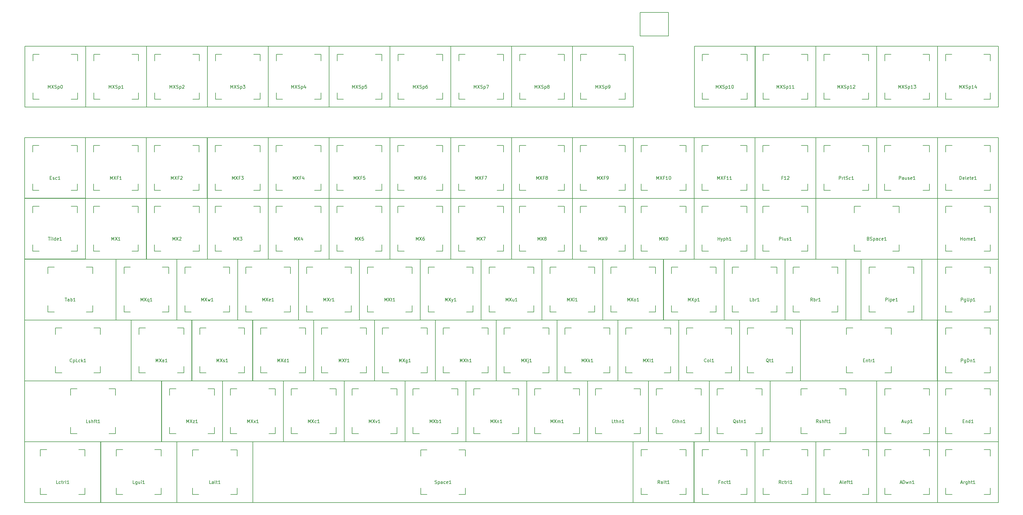
<source format=gbr>
G04 #@! TF.GenerationSoftware,KiCad,Pcbnew,(5.1.9)-1*
G04 #@! TF.CreationDate,2021-04-20T15:34:40+09:00*
G04 #@! TF.ProjectId,JupiterAdvanced,4a757069-7465-4724-9164-76616e636564,1*
G04 #@! TF.SameCoordinates,Original*
G04 #@! TF.FileFunction,OtherDrawing,Comment*
%FSLAX46Y46*%
G04 Gerber Fmt 4.6, Leading zero omitted, Abs format (unit mm)*
G04 Created by KiCad (PCBNEW (5.1.9)-1) date 2021-04-20 15:34:40*
%MOMM*%
%LPD*%
G01*
G04 APERTURE LIST*
%ADD10C,0.150000*%
G04 APERTURE END LIST*
D10*
X341889320Y-160449620D02*
X343889320Y-160449620D01*
X343889320Y-160449620D02*
X343889320Y-162449620D01*
X341889320Y-174449620D02*
X343889320Y-174449620D01*
X343889320Y-174449620D02*
X343889320Y-172449620D01*
X329889320Y-172449620D02*
X329889320Y-174449620D01*
X329889320Y-174449620D02*
X331889320Y-174449620D01*
X331889320Y-160449620D02*
X329889320Y-160449620D01*
X329889320Y-160449620D02*
X329889320Y-162449620D01*
X327364320Y-157924620D02*
X346414320Y-157924620D01*
X346414320Y-157924620D02*
X346414320Y-176974620D01*
X346414320Y-176974620D02*
X327364320Y-176974620D01*
X327364320Y-176974620D02*
X327364320Y-157924620D01*
X365816120Y-93798820D02*
X367816120Y-93798820D01*
X367816120Y-93798820D02*
X367816120Y-95798820D01*
X365816120Y-107798820D02*
X367816120Y-107798820D01*
X367816120Y-107798820D02*
X367816120Y-105798820D01*
X353816120Y-105798820D02*
X353816120Y-107798820D01*
X353816120Y-107798820D02*
X355816120Y-107798820D01*
X355816120Y-93798820D02*
X353816120Y-93798820D01*
X353816120Y-93798820D02*
X353816120Y-95798820D01*
X351291120Y-91273820D02*
X370341120Y-91273820D01*
X370341120Y-91273820D02*
X370341120Y-110323820D01*
X370341120Y-110323820D02*
X351291120Y-110323820D01*
X351291120Y-110323820D02*
X351291120Y-91273820D01*
X258130240Y-80695980D02*
X267070240Y-80695980D01*
X258130240Y-80695980D02*
X258130240Y-87995980D01*
X267070240Y-80695980D02*
X267070240Y-87995980D01*
X258130240Y-87995980D02*
X267070240Y-87995980D01*
X80002620Y-141386920D02*
X82002620Y-141386920D01*
X82002620Y-141386920D02*
X82002620Y-143386920D01*
X80002620Y-155386920D02*
X82002620Y-155386920D01*
X82002620Y-155386920D02*
X82002620Y-153386920D01*
X68002620Y-153386920D02*
X68002620Y-155386920D01*
X68002620Y-155386920D02*
X70002620Y-155386920D01*
X70002620Y-141386920D02*
X68002620Y-141386920D01*
X68002620Y-141386920D02*
X68002620Y-143386920D01*
X65477620Y-138861920D02*
X84527620Y-138861920D01*
X84527620Y-138861920D02*
X84527620Y-157911920D01*
X84527620Y-157911920D02*
X65477620Y-157911920D01*
X65477620Y-157911920D02*
X65477620Y-138861920D01*
X84765120Y-160449620D02*
X86765120Y-160449620D01*
X86765120Y-160449620D02*
X86765120Y-162449620D01*
X84765120Y-174449620D02*
X86765120Y-174449620D01*
X86765120Y-174449620D02*
X86765120Y-172449620D01*
X72765120Y-172449620D02*
X72765120Y-174449620D01*
X72765120Y-174449620D02*
X74765120Y-174449620D01*
X74765120Y-160449620D02*
X72765120Y-160449620D01*
X72765120Y-160449620D02*
X72765120Y-162449620D01*
X65477620Y-157924620D02*
X94052620Y-157924620D01*
X94052620Y-157924620D02*
X94052620Y-176974620D01*
X65477620Y-176974620D02*
X94052620Y-176974620D01*
X65477620Y-176974620D02*
X65477620Y-157924620D01*
X201465647Y-217609227D02*
X203465647Y-217609227D01*
X203465647Y-217609227D02*
X203465647Y-219609227D01*
X201465647Y-231609227D02*
X203465647Y-231609227D01*
X203465647Y-231609227D02*
X203465647Y-229609227D01*
X189465647Y-229609227D02*
X189465647Y-231609227D01*
X189465647Y-231609227D02*
X191465647Y-231609227D01*
X191465647Y-217609227D02*
X189465647Y-217609227D01*
X189465647Y-217609227D02*
X189465647Y-219609227D01*
X136934397Y-215084227D02*
X255996897Y-215084227D01*
X255996897Y-215084227D02*
X255996897Y-234134227D01*
X136934397Y-234134227D02*
X255996897Y-234134227D01*
X136934397Y-234134227D02*
X136934397Y-215084227D01*
X320566020Y-198549620D02*
X322566020Y-198549620D01*
X322566020Y-198549620D02*
X322566020Y-200549620D01*
X320566020Y-212549620D02*
X322566020Y-212549620D01*
X322566020Y-212549620D02*
X322566020Y-210549620D01*
X308566020Y-210549620D02*
X308566020Y-212549620D01*
X308566020Y-212549620D02*
X310566020Y-212549620D01*
X310566020Y-198549620D02*
X308566020Y-198549620D01*
X308566020Y-198549620D02*
X308566020Y-200549620D01*
X298897270Y-196024620D02*
X332234770Y-196024620D01*
X332234770Y-196024620D02*
X332234770Y-215074620D01*
X298897270Y-215074620D02*
X332234770Y-215074620D01*
X298897270Y-215074620D02*
X298897270Y-196024620D01*
X308691520Y-217599620D02*
X310691520Y-217599620D01*
X310691520Y-217599620D02*
X310691520Y-219599620D01*
X308691520Y-231599620D02*
X310691520Y-231599620D01*
X310691520Y-231599620D02*
X310691520Y-229599620D01*
X296691520Y-229599620D02*
X296691520Y-231599620D01*
X296691520Y-231599620D02*
X298691520Y-231599620D01*
X298691520Y-217599620D02*
X296691520Y-217599620D01*
X296691520Y-217599620D02*
X296691520Y-219599620D01*
X294166520Y-215074620D02*
X313216520Y-215074620D01*
X313216520Y-215074620D02*
X313216520Y-234124620D01*
X313216520Y-234124620D02*
X294166520Y-234124620D01*
X294166520Y-234124620D02*
X294166520Y-215074620D01*
X318089520Y-160449620D02*
X320089520Y-160449620D01*
X320089520Y-160449620D02*
X320089520Y-162449620D01*
X318089520Y-174449620D02*
X320089520Y-174449620D01*
X320089520Y-174449620D02*
X320089520Y-172449620D01*
X306089520Y-172449620D02*
X306089520Y-174449620D01*
X306089520Y-174449620D02*
X308089520Y-174449620D01*
X308089520Y-160449620D02*
X306089520Y-160449620D01*
X306089520Y-160449620D02*
X306089520Y-162449620D01*
X303564520Y-157924620D02*
X322614520Y-157924620D01*
X322614520Y-157924620D02*
X322614520Y-176974620D01*
X322614520Y-176974620D02*
X303564520Y-176974620D01*
X303564520Y-176974620D02*
X303564520Y-157924620D01*
X270520380Y-217599620D02*
X272520380Y-217599620D01*
X272520380Y-217599620D02*
X272520380Y-219599620D01*
X270520380Y-231599620D02*
X272520380Y-231599620D01*
X272520380Y-231599620D02*
X272520380Y-229599620D01*
X258520380Y-229599620D02*
X258520380Y-231599620D01*
X258520380Y-231599620D02*
X260520380Y-231599620D01*
X260520380Y-217599620D02*
X258520380Y-217599620D01*
X258520380Y-217599620D02*
X258520380Y-219599620D01*
X255995380Y-215074620D02*
X275045380Y-215074620D01*
X275045380Y-215074620D02*
X275045380Y-234124620D01*
X275045380Y-234124620D02*
X255995380Y-234124620D01*
X255995380Y-234124620D02*
X255995380Y-215074620D01*
X303814720Y-179499620D02*
X305814720Y-179499620D01*
X305814720Y-179499620D02*
X305814720Y-181499620D01*
X303814720Y-193499620D02*
X305814720Y-193499620D01*
X305814720Y-193499620D02*
X305814720Y-191499620D01*
X291814720Y-191499620D02*
X291814720Y-193499620D01*
X291814720Y-193499620D02*
X293814720Y-193499620D01*
X293814720Y-179499620D02*
X291814720Y-179499620D01*
X291814720Y-179499620D02*
X291814720Y-181499620D01*
X289289720Y-176974620D02*
X308339720Y-176974620D01*
X308339720Y-176974620D02*
X308339720Y-196024620D01*
X308339720Y-196024620D02*
X289289720Y-196024620D01*
X289289720Y-196024620D02*
X289289720Y-176974620D01*
X294340520Y-198549620D02*
X296340520Y-198549620D01*
X296340520Y-198549620D02*
X296340520Y-200549620D01*
X294340520Y-212549620D02*
X296340520Y-212549620D01*
X296340520Y-212549620D02*
X296340520Y-210549620D01*
X282340520Y-210549620D02*
X282340520Y-212549620D01*
X282340520Y-212549620D02*
X284340520Y-212549620D01*
X284340520Y-198549620D02*
X282340520Y-198549620D01*
X282340520Y-198549620D02*
X282340520Y-200549620D01*
X279815520Y-196024620D02*
X298865520Y-196024620D01*
X298865520Y-196024620D02*
X298865520Y-215074620D01*
X298865520Y-215074620D02*
X279815520Y-215074620D01*
X279815520Y-215074620D02*
X279815520Y-196024620D01*
X327741520Y-122349620D02*
X329741520Y-122349620D01*
X329741520Y-122349620D02*
X329741520Y-124349620D01*
X327741520Y-136349620D02*
X329741520Y-136349620D01*
X329741520Y-136349620D02*
X329741520Y-134349620D01*
X315741520Y-134349620D02*
X315741520Y-136349620D01*
X315741520Y-136349620D02*
X317741520Y-136349620D01*
X317741520Y-122349620D02*
X315741520Y-122349620D01*
X315741520Y-122349620D02*
X315741520Y-124349620D01*
X313216520Y-119824620D02*
X332266520Y-119824620D01*
X332266520Y-119824620D02*
X332266520Y-138874620D01*
X332266520Y-138874620D02*
X313216520Y-138874620D01*
X313216520Y-138874620D02*
X313216520Y-119824620D01*
X308640720Y-141399620D02*
X310640720Y-141399620D01*
X310640720Y-141399620D02*
X310640720Y-143399620D01*
X308640720Y-155399620D02*
X310640720Y-155399620D01*
X310640720Y-155399620D02*
X310640720Y-153399620D01*
X296640720Y-153399620D02*
X296640720Y-155399620D01*
X296640720Y-155399620D02*
X298640720Y-155399620D01*
X298640720Y-141399620D02*
X296640720Y-141399620D01*
X296640720Y-141399620D02*
X296640720Y-143399620D01*
X294115720Y-138874620D02*
X313165720Y-138874620D01*
X313165720Y-138874620D02*
X313165720Y-157924620D01*
X313165720Y-157924620D02*
X294115720Y-157924620D01*
X294115720Y-157924620D02*
X294115720Y-138874620D01*
X365841520Y-160449620D02*
X367841520Y-160449620D01*
X367841520Y-160449620D02*
X367841520Y-162449620D01*
X365841520Y-174449620D02*
X367841520Y-174449620D01*
X367841520Y-174449620D02*
X367841520Y-172449620D01*
X353841520Y-172449620D02*
X353841520Y-174449620D01*
X353841520Y-174449620D02*
X355841520Y-174449620D01*
X355841520Y-160449620D02*
X353841520Y-160449620D01*
X353841520Y-160449620D02*
X353841520Y-162449620D01*
X351316520Y-157924620D02*
X370366520Y-157924620D01*
X370366520Y-157924620D02*
X370366520Y-176974620D01*
X370366520Y-176974620D02*
X351316520Y-176974620D01*
X351316520Y-176974620D02*
X351316520Y-157924620D01*
X365841520Y-179499620D02*
X367841520Y-179499620D01*
X367841520Y-179499620D02*
X367841520Y-181499620D01*
X365841520Y-193499620D02*
X367841520Y-193499620D01*
X367841520Y-193499620D02*
X367841520Y-191499620D01*
X353841520Y-191499620D02*
X353841520Y-193499620D01*
X353841520Y-193499620D02*
X355841520Y-193499620D01*
X355841520Y-179499620D02*
X353841520Y-179499620D01*
X353841520Y-179499620D02*
X353841520Y-181499620D01*
X351316520Y-176974620D02*
X370366520Y-176974620D01*
X370366520Y-176974620D02*
X370366520Y-196024620D01*
X370366520Y-196024620D02*
X351316520Y-196024620D01*
X351316520Y-196024620D02*
X351316520Y-176974620D01*
X346740720Y-122349620D02*
X348740720Y-122349620D01*
X348740720Y-122349620D02*
X348740720Y-124349620D01*
X346740720Y-136349620D02*
X348740720Y-136349620D01*
X348740720Y-136349620D02*
X348740720Y-134349620D01*
X334740720Y-134349620D02*
X334740720Y-136349620D01*
X334740720Y-136349620D02*
X336740720Y-136349620D01*
X336740720Y-122349620D02*
X334740720Y-122349620D01*
X334740720Y-122349620D02*
X334740720Y-124349620D01*
X332215720Y-119824620D02*
X351265720Y-119824620D01*
X351265720Y-119824620D02*
X351265720Y-138874620D01*
X351265720Y-138874620D02*
X332215720Y-138874620D01*
X332215720Y-138874620D02*
X332215720Y-119824620D01*
X122890520Y-198549620D02*
X124890520Y-198549620D01*
X124890520Y-198549620D02*
X124890520Y-200549620D01*
X122890520Y-212549620D02*
X124890520Y-212549620D01*
X124890520Y-212549620D02*
X124890520Y-210549620D01*
X110890520Y-210549620D02*
X110890520Y-212549620D01*
X110890520Y-212549620D02*
X112890520Y-212549620D01*
X112890520Y-198549620D02*
X110890520Y-198549620D01*
X110890520Y-198549620D02*
X110890520Y-200549620D01*
X108365520Y-196024620D02*
X127415520Y-196024620D01*
X127415520Y-196024620D02*
X127415520Y-215074620D01*
X127415520Y-215074620D02*
X108365520Y-215074620D01*
X108365520Y-215074620D02*
X108365520Y-196024620D01*
X203840320Y-160449620D02*
X205840320Y-160449620D01*
X205840320Y-160449620D02*
X205840320Y-162449620D01*
X203840320Y-174449620D02*
X205840320Y-174449620D01*
X205840320Y-174449620D02*
X205840320Y-172449620D01*
X191840320Y-172449620D02*
X191840320Y-174449620D01*
X191840320Y-174449620D02*
X193840320Y-174449620D01*
X193840320Y-160449620D02*
X191840320Y-160449620D01*
X191840320Y-160449620D02*
X191840320Y-162449620D01*
X189315320Y-157924620D02*
X208365320Y-157924620D01*
X208365320Y-157924620D02*
X208365320Y-176974620D01*
X208365320Y-176974620D02*
X189315320Y-176974620D01*
X189315320Y-176974620D02*
X189315320Y-157924620D01*
X141940520Y-198549620D02*
X143940520Y-198549620D01*
X143940520Y-198549620D02*
X143940520Y-200549620D01*
X141940520Y-212549620D02*
X143940520Y-212549620D01*
X143940520Y-212549620D02*
X143940520Y-210549620D01*
X129940520Y-210549620D02*
X129940520Y-212549620D01*
X129940520Y-212549620D02*
X131940520Y-212549620D01*
X131940520Y-198549620D02*
X129940520Y-198549620D01*
X129940520Y-198549620D02*
X129940520Y-200549620D01*
X127415520Y-196024620D02*
X146465520Y-196024620D01*
X146465520Y-196024620D02*
X146465520Y-215074620D01*
X146465520Y-215074620D02*
X127415520Y-215074620D01*
X127415520Y-215074620D02*
X127415520Y-196024620D01*
X127640320Y-160449620D02*
X129640320Y-160449620D01*
X129640320Y-160449620D02*
X129640320Y-162449620D01*
X127640320Y-174449620D02*
X129640320Y-174449620D01*
X129640320Y-174449620D02*
X129640320Y-172449620D01*
X115640320Y-172449620D02*
X115640320Y-174449620D01*
X115640320Y-174449620D02*
X117640320Y-174449620D01*
X117640320Y-160449620D02*
X115640320Y-160449620D01*
X115640320Y-160449620D02*
X115640320Y-162449620D01*
X113115320Y-157924620D02*
X132165320Y-157924620D01*
X132165320Y-157924620D02*
X132165320Y-176974620D01*
X132165320Y-176974620D02*
X113115320Y-176974620D01*
X113115320Y-176974620D02*
X113115320Y-157924620D01*
X180040520Y-198549620D02*
X182040520Y-198549620D01*
X182040520Y-198549620D02*
X182040520Y-200549620D01*
X180040520Y-212549620D02*
X182040520Y-212549620D01*
X182040520Y-212549620D02*
X182040520Y-210549620D01*
X168040520Y-210549620D02*
X168040520Y-212549620D01*
X168040520Y-212549620D02*
X170040520Y-212549620D01*
X170040520Y-198549620D02*
X168040520Y-198549620D01*
X168040520Y-198549620D02*
X168040520Y-200549620D01*
X165515520Y-196024620D02*
X184565520Y-196024620D01*
X184565520Y-196024620D02*
X184565520Y-215074620D01*
X184565520Y-215074620D02*
X165515520Y-215074620D01*
X165515520Y-215074620D02*
X165515520Y-196024620D01*
X222890320Y-160449620D02*
X224890320Y-160449620D01*
X224890320Y-160449620D02*
X224890320Y-162449620D01*
X222890320Y-174449620D02*
X224890320Y-174449620D01*
X224890320Y-174449620D02*
X224890320Y-172449620D01*
X210890320Y-172449620D02*
X210890320Y-174449620D01*
X210890320Y-174449620D02*
X212890320Y-174449620D01*
X212890320Y-160449620D02*
X210890320Y-160449620D01*
X210890320Y-160449620D02*
X210890320Y-162449620D01*
X208365320Y-157924620D02*
X227415320Y-157924620D01*
X227415320Y-157924620D02*
X227415320Y-176974620D01*
X227415320Y-176974620D02*
X208365320Y-176974620D01*
X208365320Y-176974620D02*
X208365320Y-157924620D01*
X184790320Y-160449620D02*
X186790320Y-160449620D01*
X186790320Y-160449620D02*
X186790320Y-162449620D01*
X184790320Y-174449620D02*
X186790320Y-174449620D01*
X186790320Y-174449620D02*
X186790320Y-172449620D01*
X172790320Y-172449620D02*
X172790320Y-174449620D01*
X172790320Y-174449620D02*
X174790320Y-174449620D01*
X174790320Y-160449620D02*
X172790320Y-160449620D01*
X172790320Y-160449620D02*
X172790320Y-162449620D01*
X170265320Y-157924620D02*
X189315320Y-157924620D01*
X189315320Y-157924620D02*
X189315320Y-176974620D01*
X189315320Y-176974620D02*
X170265320Y-176974620D01*
X170265320Y-176974620D02*
X170265320Y-157924620D01*
X346766120Y-93798820D02*
X348766120Y-93798820D01*
X348766120Y-93798820D02*
X348766120Y-95798820D01*
X346766120Y-107798820D02*
X348766120Y-107798820D01*
X348766120Y-107798820D02*
X348766120Y-105798820D01*
X334766120Y-105798820D02*
X334766120Y-107798820D01*
X334766120Y-107798820D02*
X336766120Y-107798820D01*
X336766120Y-93798820D02*
X334766120Y-93798820D01*
X334766120Y-93798820D02*
X334766120Y-95798820D01*
X332241120Y-91273820D02*
X351291120Y-91273820D01*
X351291120Y-91273820D02*
X351291120Y-110323820D01*
X351291120Y-110323820D02*
X332241120Y-110323820D01*
X332241120Y-110323820D02*
X332241120Y-91273820D01*
X327716120Y-93798820D02*
X329716120Y-93798820D01*
X329716120Y-93798820D02*
X329716120Y-95798820D01*
X327716120Y-107798820D02*
X329716120Y-107798820D01*
X329716120Y-107798820D02*
X329716120Y-105798820D01*
X315716120Y-105798820D02*
X315716120Y-107798820D01*
X315716120Y-107798820D02*
X317716120Y-107798820D01*
X317716120Y-93798820D02*
X315716120Y-93798820D01*
X315716120Y-93798820D02*
X315716120Y-95798820D01*
X313191120Y-91273820D02*
X332241120Y-91273820D01*
X332241120Y-91273820D02*
X332241120Y-110323820D01*
X332241120Y-110323820D02*
X313191120Y-110323820D01*
X313191120Y-110323820D02*
X313191120Y-91273820D01*
X308666120Y-93798820D02*
X310666120Y-93798820D01*
X310666120Y-93798820D02*
X310666120Y-95798820D01*
X308666120Y-107798820D02*
X310666120Y-107798820D01*
X310666120Y-107798820D02*
X310666120Y-105798820D01*
X296666120Y-105798820D02*
X296666120Y-107798820D01*
X296666120Y-107798820D02*
X298666120Y-107798820D01*
X298666120Y-93798820D02*
X296666120Y-93798820D01*
X296666120Y-93798820D02*
X296666120Y-95798820D01*
X294141120Y-91273820D02*
X313191120Y-91273820D01*
X313191120Y-91273820D02*
X313191120Y-110323820D01*
X313191120Y-110323820D02*
X294141120Y-110323820D01*
X294141120Y-110323820D02*
X294141120Y-91273820D01*
X289675320Y-93798820D02*
X291675320Y-93798820D01*
X291675320Y-93798820D02*
X291675320Y-95798820D01*
X289675320Y-107798820D02*
X291675320Y-107798820D01*
X291675320Y-107798820D02*
X291675320Y-105798820D01*
X277675320Y-105798820D02*
X277675320Y-107798820D01*
X277675320Y-107798820D02*
X279675320Y-107798820D01*
X279675320Y-93798820D02*
X277675320Y-93798820D01*
X277675320Y-93798820D02*
X277675320Y-95798820D01*
X275150320Y-91273820D02*
X294200320Y-91273820D01*
X294200320Y-91273820D02*
X294200320Y-110323820D01*
X294200320Y-110323820D02*
X275150320Y-110323820D01*
X275150320Y-110323820D02*
X275150320Y-91273820D01*
X251516120Y-93798820D02*
X253516120Y-93798820D01*
X253516120Y-93798820D02*
X253516120Y-95798820D01*
X251516120Y-107798820D02*
X253516120Y-107798820D01*
X253516120Y-107798820D02*
X253516120Y-105798820D01*
X239516120Y-105798820D02*
X239516120Y-107798820D01*
X239516120Y-107798820D02*
X241516120Y-107798820D01*
X241516120Y-93798820D02*
X239516120Y-93798820D01*
X239516120Y-93798820D02*
X239516120Y-95798820D01*
X236991120Y-91273820D02*
X256041120Y-91273820D01*
X256041120Y-91273820D02*
X256041120Y-110323820D01*
X256041120Y-110323820D02*
X236991120Y-110323820D01*
X236991120Y-110323820D02*
X236991120Y-91273820D01*
X232466120Y-93798820D02*
X234466120Y-93798820D01*
X234466120Y-93798820D02*
X234466120Y-95798820D01*
X232466120Y-107798820D02*
X234466120Y-107798820D01*
X234466120Y-107798820D02*
X234466120Y-105798820D01*
X220466120Y-105798820D02*
X220466120Y-107798820D01*
X220466120Y-107798820D02*
X222466120Y-107798820D01*
X222466120Y-93798820D02*
X220466120Y-93798820D01*
X220466120Y-93798820D02*
X220466120Y-95798820D01*
X217941120Y-91273820D02*
X236991120Y-91273820D01*
X236991120Y-91273820D02*
X236991120Y-110323820D01*
X236991120Y-110323820D02*
X217941120Y-110323820D01*
X217941120Y-110323820D02*
X217941120Y-91273820D01*
X213416120Y-93798820D02*
X215416120Y-93798820D01*
X215416120Y-93798820D02*
X215416120Y-95798820D01*
X213416120Y-107798820D02*
X215416120Y-107798820D01*
X215416120Y-107798820D02*
X215416120Y-105798820D01*
X201416120Y-105798820D02*
X201416120Y-107798820D01*
X201416120Y-107798820D02*
X203416120Y-107798820D01*
X203416120Y-93798820D02*
X201416120Y-93798820D01*
X201416120Y-93798820D02*
X201416120Y-95798820D01*
X198891120Y-91273820D02*
X217941120Y-91273820D01*
X217941120Y-91273820D02*
X217941120Y-110323820D01*
X217941120Y-110323820D02*
X198891120Y-110323820D01*
X198891120Y-110323820D02*
X198891120Y-91273820D01*
X194366120Y-93798820D02*
X196366120Y-93798820D01*
X196366120Y-93798820D02*
X196366120Y-95798820D01*
X194366120Y-107798820D02*
X196366120Y-107798820D01*
X196366120Y-107798820D02*
X196366120Y-105798820D01*
X182366120Y-105798820D02*
X182366120Y-107798820D01*
X182366120Y-107798820D02*
X184366120Y-107798820D01*
X184366120Y-93798820D02*
X182366120Y-93798820D01*
X182366120Y-93798820D02*
X182366120Y-95798820D01*
X179841120Y-91273820D02*
X198891120Y-91273820D01*
X198891120Y-91273820D02*
X198891120Y-110323820D01*
X198891120Y-110323820D02*
X179841120Y-110323820D01*
X179841120Y-110323820D02*
X179841120Y-91273820D01*
X175316120Y-93798820D02*
X177316120Y-93798820D01*
X177316120Y-93798820D02*
X177316120Y-95798820D01*
X175316120Y-107798820D02*
X177316120Y-107798820D01*
X177316120Y-107798820D02*
X177316120Y-105798820D01*
X163316120Y-105798820D02*
X163316120Y-107798820D01*
X163316120Y-107798820D02*
X165316120Y-107798820D01*
X165316120Y-93798820D02*
X163316120Y-93798820D01*
X163316120Y-93798820D02*
X163316120Y-95798820D01*
X160791120Y-91273820D02*
X179841120Y-91273820D01*
X179841120Y-91273820D02*
X179841120Y-110323820D01*
X179841120Y-110323820D02*
X160791120Y-110323820D01*
X160791120Y-110323820D02*
X160791120Y-91273820D01*
X156266120Y-93798820D02*
X158266120Y-93798820D01*
X158266120Y-93798820D02*
X158266120Y-95798820D01*
X156266120Y-107798820D02*
X158266120Y-107798820D01*
X158266120Y-107798820D02*
X158266120Y-105798820D01*
X144266120Y-105798820D02*
X144266120Y-107798820D01*
X144266120Y-107798820D02*
X146266120Y-107798820D01*
X146266120Y-93798820D02*
X144266120Y-93798820D01*
X144266120Y-93798820D02*
X144266120Y-95798820D01*
X141741120Y-91273820D02*
X160791120Y-91273820D01*
X160791120Y-91273820D02*
X160791120Y-110323820D01*
X160791120Y-110323820D02*
X141741120Y-110323820D01*
X141741120Y-110323820D02*
X141741120Y-91273820D01*
X137216120Y-93798820D02*
X139216120Y-93798820D01*
X139216120Y-93798820D02*
X139216120Y-95798820D01*
X137216120Y-107798820D02*
X139216120Y-107798820D01*
X139216120Y-107798820D02*
X139216120Y-105798820D01*
X125216120Y-105798820D02*
X125216120Y-107798820D01*
X125216120Y-107798820D02*
X127216120Y-107798820D01*
X127216120Y-93798820D02*
X125216120Y-93798820D01*
X125216120Y-93798820D02*
X125216120Y-95798820D01*
X122691120Y-91273820D02*
X141741120Y-91273820D01*
X141741120Y-91273820D02*
X141741120Y-110323820D01*
X141741120Y-110323820D02*
X122691120Y-110323820D01*
X122691120Y-110323820D02*
X122691120Y-91273820D01*
X118166120Y-93798820D02*
X120166120Y-93798820D01*
X120166120Y-93798820D02*
X120166120Y-95798820D01*
X118166120Y-107798820D02*
X120166120Y-107798820D01*
X120166120Y-107798820D02*
X120166120Y-105798820D01*
X106166120Y-105798820D02*
X106166120Y-107798820D01*
X106166120Y-107798820D02*
X108166120Y-107798820D01*
X108166120Y-93798820D02*
X106166120Y-93798820D01*
X106166120Y-93798820D02*
X106166120Y-95798820D01*
X103641120Y-91273820D02*
X122691120Y-91273820D01*
X122691120Y-91273820D02*
X122691120Y-110323820D01*
X122691120Y-110323820D02*
X103641120Y-110323820D01*
X103641120Y-110323820D02*
X103641120Y-91273820D01*
X99116120Y-93798820D02*
X101116120Y-93798820D01*
X101116120Y-93798820D02*
X101116120Y-95798820D01*
X99116120Y-107798820D02*
X101116120Y-107798820D01*
X101116120Y-107798820D02*
X101116120Y-105798820D01*
X87116120Y-105798820D02*
X87116120Y-107798820D01*
X87116120Y-107798820D02*
X89116120Y-107798820D01*
X89116120Y-93798820D02*
X87116120Y-93798820D01*
X87116120Y-93798820D02*
X87116120Y-95798820D01*
X84591120Y-91273820D02*
X103641120Y-91273820D01*
X103641120Y-91273820D02*
X103641120Y-110323820D01*
X103641120Y-110323820D02*
X84591120Y-110323820D01*
X84591120Y-110323820D02*
X84591120Y-91273820D01*
X80066120Y-93798820D02*
X82066120Y-93798820D01*
X82066120Y-93798820D02*
X82066120Y-95798820D01*
X80066120Y-107798820D02*
X82066120Y-107798820D01*
X82066120Y-107798820D02*
X82066120Y-105798820D01*
X68066120Y-105798820D02*
X68066120Y-107798820D01*
X68066120Y-107798820D02*
X70066120Y-107798820D01*
X70066120Y-93798820D02*
X68066120Y-93798820D01*
X68066120Y-93798820D02*
X68066120Y-95798820D01*
X65541120Y-91273820D02*
X84591120Y-91273820D01*
X84591120Y-91273820D02*
X84591120Y-110323820D01*
X84591120Y-110323820D02*
X65541120Y-110323820D01*
X65541120Y-110323820D02*
X65541120Y-91273820D01*
X132313920Y-179499620D02*
X134313920Y-179499620D01*
X134313920Y-179499620D02*
X134313920Y-181499620D01*
X132313920Y-193499620D02*
X134313920Y-193499620D01*
X134313920Y-193499620D02*
X134313920Y-191499620D01*
X120313920Y-191499620D02*
X120313920Y-193499620D01*
X120313920Y-193499620D02*
X122313920Y-193499620D01*
X122313920Y-179499620D02*
X120313920Y-179499620D01*
X120313920Y-179499620D02*
X120313920Y-181499620D01*
X117788920Y-176974620D02*
X136838920Y-176974620D01*
X136838920Y-176974620D02*
X136838920Y-196024620D01*
X136838920Y-196024620D02*
X117788920Y-196024620D01*
X117788920Y-196024620D02*
X117788920Y-176974620D01*
X165740320Y-160449620D02*
X167740320Y-160449620D01*
X167740320Y-160449620D02*
X167740320Y-162449620D01*
X165740320Y-174449620D02*
X167740320Y-174449620D01*
X167740320Y-174449620D02*
X167740320Y-172449620D01*
X153740320Y-172449620D02*
X153740320Y-174449620D01*
X153740320Y-174449620D02*
X155740320Y-174449620D01*
X155740320Y-160449620D02*
X153740320Y-160449620D01*
X153740320Y-160449620D02*
X153740320Y-162449620D01*
X151215320Y-157924620D02*
X170265320Y-157924620D01*
X170265320Y-157924620D02*
X170265320Y-176974620D01*
X170265320Y-176974620D02*
X151215320Y-176974620D01*
X151215320Y-176974620D02*
X151215320Y-157924620D01*
X108590320Y-160449620D02*
X110590320Y-160449620D01*
X110590320Y-160449620D02*
X110590320Y-162449620D01*
X108590320Y-174449620D02*
X110590320Y-174449620D01*
X110590320Y-174449620D02*
X110590320Y-172449620D01*
X96590320Y-172449620D02*
X96590320Y-174449620D01*
X96590320Y-174449620D02*
X98590320Y-174449620D01*
X98590320Y-160449620D02*
X96590320Y-160449620D01*
X96590320Y-160449620D02*
X96590320Y-162449620D01*
X94065320Y-157924620D02*
X113115320Y-157924620D01*
X113115320Y-157924620D02*
X113115320Y-176974620D01*
X113115320Y-176974620D02*
X94065320Y-176974620D01*
X94065320Y-176974620D02*
X94065320Y-157924620D01*
X279989520Y-160449620D02*
X281989520Y-160449620D01*
X281989520Y-160449620D02*
X281989520Y-162449620D01*
X279989520Y-174449620D02*
X281989520Y-174449620D01*
X281989520Y-174449620D02*
X281989520Y-172449620D01*
X267989520Y-172449620D02*
X267989520Y-174449620D01*
X267989520Y-174449620D02*
X269989520Y-174449620D01*
X269989520Y-160449620D02*
X267989520Y-160449620D01*
X267989520Y-160449620D02*
X267989520Y-162449620D01*
X265464520Y-157924620D02*
X284514520Y-157924620D01*
X284514520Y-157924620D02*
X284514520Y-176974620D01*
X284514520Y-176974620D02*
X265464520Y-176974620D01*
X265464520Y-176974620D02*
X265464520Y-157924620D01*
X260990320Y-160449620D02*
X262990320Y-160449620D01*
X262990320Y-160449620D02*
X262990320Y-162449620D01*
X260990320Y-174449620D02*
X262990320Y-174449620D01*
X262990320Y-174449620D02*
X262990320Y-172449620D01*
X248990320Y-172449620D02*
X248990320Y-174449620D01*
X248990320Y-174449620D02*
X250990320Y-174449620D01*
X250990320Y-160449620D02*
X248990320Y-160449620D01*
X248990320Y-160449620D02*
X248990320Y-162449620D01*
X246465320Y-157924620D02*
X265515320Y-157924620D01*
X265515320Y-157924620D02*
X265515320Y-176974620D01*
X265515320Y-176974620D02*
X246465320Y-176974620D01*
X246465320Y-176974620D02*
X246465320Y-157924620D01*
X218140520Y-198549620D02*
X220140520Y-198549620D01*
X220140520Y-198549620D02*
X220140520Y-200549620D01*
X218140520Y-212549620D02*
X220140520Y-212549620D01*
X220140520Y-212549620D02*
X220140520Y-210549620D01*
X206140520Y-210549620D02*
X206140520Y-212549620D01*
X206140520Y-212549620D02*
X208140520Y-212549620D01*
X208140520Y-198549620D02*
X206140520Y-198549620D01*
X206140520Y-198549620D02*
X206140520Y-200549620D01*
X203615520Y-196024620D02*
X222665520Y-196024620D01*
X222665520Y-196024620D02*
X222665520Y-215074620D01*
X222665520Y-215074620D02*
X203615520Y-215074620D01*
X203615520Y-215074620D02*
X203615520Y-196024620D01*
X237190520Y-198549620D02*
X239190520Y-198549620D01*
X239190520Y-198549620D02*
X239190520Y-200549620D01*
X237190520Y-212549620D02*
X239190520Y-212549620D01*
X239190520Y-212549620D02*
X239190520Y-210549620D01*
X225190520Y-210549620D02*
X225190520Y-212549620D01*
X225190520Y-212549620D02*
X227190520Y-212549620D01*
X227190520Y-198549620D02*
X225190520Y-198549620D01*
X225190520Y-198549620D02*
X225190520Y-200549620D01*
X222665520Y-196024620D02*
X241715520Y-196024620D01*
X241715520Y-196024620D02*
X241715520Y-215074620D01*
X241715520Y-215074620D02*
X222665520Y-215074620D01*
X222665520Y-215074620D02*
X222665520Y-196024620D01*
X265714720Y-179499620D02*
X267714720Y-179499620D01*
X267714720Y-179499620D02*
X267714720Y-181499620D01*
X265714720Y-193499620D02*
X267714720Y-193499620D01*
X267714720Y-193499620D02*
X267714720Y-191499620D01*
X253714720Y-191499620D02*
X253714720Y-193499620D01*
X253714720Y-193499620D02*
X255714720Y-193499620D01*
X255714720Y-179499620D02*
X253714720Y-179499620D01*
X253714720Y-179499620D02*
X253714720Y-181499620D01*
X251189720Y-176974620D02*
X270239720Y-176974620D01*
X270239720Y-176974620D02*
X270239720Y-196024620D01*
X270239720Y-196024620D02*
X251189720Y-196024620D01*
X251189720Y-196024620D02*
X251189720Y-176974620D01*
X246664720Y-179499620D02*
X248664720Y-179499620D01*
X248664720Y-179499620D02*
X248664720Y-181499620D01*
X246664720Y-193499620D02*
X248664720Y-193499620D01*
X248664720Y-193499620D02*
X248664720Y-191499620D01*
X234664720Y-191499620D02*
X234664720Y-193499620D01*
X234664720Y-193499620D02*
X236664720Y-193499620D01*
X236664720Y-179499620D02*
X234664720Y-179499620D01*
X234664720Y-179499620D02*
X234664720Y-181499620D01*
X232139720Y-176974620D02*
X251189720Y-176974620D01*
X251189720Y-176974620D02*
X251189720Y-196024620D01*
X251189720Y-196024620D02*
X232139720Y-196024620D01*
X232139720Y-196024620D02*
X232139720Y-176974620D01*
X227614720Y-179499620D02*
X229614720Y-179499620D01*
X229614720Y-179499620D02*
X229614720Y-181499620D01*
X227614720Y-193499620D02*
X229614720Y-193499620D01*
X229614720Y-193499620D02*
X229614720Y-191499620D01*
X215614720Y-191499620D02*
X215614720Y-193499620D01*
X215614720Y-193499620D02*
X217614720Y-193499620D01*
X217614720Y-179499620D02*
X215614720Y-179499620D01*
X215614720Y-179499620D02*
X215614720Y-181499620D01*
X213089720Y-176974620D02*
X232139720Y-176974620D01*
X232139720Y-176974620D02*
X232139720Y-196024620D01*
X232139720Y-196024620D02*
X213089720Y-196024620D01*
X213089720Y-196024620D02*
X213089720Y-176974620D01*
X241940320Y-160449620D02*
X243940320Y-160449620D01*
X243940320Y-160449620D02*
X243940320Y-162449620D01*
X241940320Y-174449620D02*
X243940320Y-174449620D01*
X243940320Y-174449620D02*
X243940320Y-172449620D01*
X229940320Y-172449620D02*
X229940320Y-174449620D01*
X229940320Y-174449620D02*
X231940320Y-174449620D01*
X231940320Y-160449620D02*
X229940320Y-160449620D01*
X229940320Y-160449620D02*
X229940320Y-162449620D01*
X227415320Y-157924620D02*
X246465320Y-157924620D01*
X246465320Y-157924620D02*
X246465320Y-176974620D01*
X246465320Y-176974620D02*
X227415320Y-176974620D01*
X227415320Y-176974620D02*
X227415320Y-157924620D01*
X208564720Y-179499620D02*
X210564720Y-179499620D01*
X210564720Y-179499620D02*
X210564720Y-181499620D01*
X208564720Y-193499620D02*
X210564720Y-193499620D01*
X210564720Y-193499620D02*
X210564720Y-191499620D01*
X196564720Y-191499620D02*
X196564720Y-193499620D01*
X196564720Y-193499620D02*
X198564720Y-193499620D01*
X198564720Y-179499620D02*
X196564720Y-179499620D01*
X196564720Y-179499620D02*
X196564720Y-181499620D01*
X194039720Y-176974620D02*
X213089720Y-176974620D01*
X213089720Y-176974620D02*
X213089720Y-196024620D01*
X213089720Y-196024620D02*
X194039720Y-196024620D01*
X194039720Y-196024620D02*
X194039720Y-176974620D01*
X189514720Y-179499620D02*
X191514720Y-179499620D01*
X191514720Y-179499620D02*
X191514720Y-181499620D01*
X189514720Y-193499620D02*
X191514720Y-193499620D01*
X191514720Y-193499620D02*
X191514720Y-191499620D01*
X177514720Y-191499620D02*
X177514720Y-193499620D01*
X177514720Y-193499620D02*
X179514720Y-193499620D01*
X179514720Y-179499620D02*
X177514720Y-179499620D01*
X177514720Y-179499620D02*
X177514720Y-181499620D01*
X174989720Y-176974620D02*
X194039720Y-176974620D01*
X194039720Y-176974620D02*
X194039720Y-196024620D01*
X194039720Y-196024620D02*
X174989720Y-196024620D01*
X174989720Y-196024620D02*
X174989720Y-176974620D01*
X289590720Y-122349620D02*
X291590720Y-122349620D01*
X291590720Y-122349620D02*
X291590720Y-124349620D01*
X289590720Y-136349620D02*
X291590720Y-136349620D01*
X291590720Y-136349620D02*
X291590720Y-134349620D01*
X277590720Y-134349620D02*
X277590720Y-136349620D01*
X277590720Y-136349620D02*
X279590720Y-136349620D01*
X279590720Y-122349620D02*
X277590720Y-122349620D01*
X277590720Y-122349620D02*
X277590720Y-124349620D01*
X275065720Y-119824620D02*
X294115720Y-119824620D01*
X294115720Y-119824620D02*
X294115720Y-138874620D01*
X294115720Y-138874620D02*
X275065720Y-138874620D01*
X275065720Y-138874620D02*
X275065720Y-119824620D01*
X170464720Y-179499620D02*
X172464720Y-179499620D01*
X172464720Y-179499620D02*
X172464720Y-181499620D01*
X170464720Y-193499620D02*
X172464720Y-193499620D01*
X172464720Y-193499620D02*
X172464720Y-191499620D01*
X158464720Y-191499620D02*
X158464720Y-193499620D01*
X158464720Y-193499620D02*
X160464720Y-193499620D01*
X160464720Y-179499620D02*
X158464720Y-179499620D01*
X158464720Y-179499620D02*
X158464720Y-181499620D01*
X155939720Y-176974620D02*
X174989720Y-176974620D01*
X174989720Y-176974620D02*
X174989720Y-196024620D01*
X174989720Y-196024620D02*
X155939720Y-196024620D01*
X155939720Y-196024620D02*
X155939720Y-176974620D01*
X146690320Y-160449620D02*
X148690320Y-160449620D01*
X148690320Y-160449620D02*
X148690320Y-162449620D01*
X146690320Y-174449620D02*
X148690320Y-174449620D01*
X148690320Y-174449620D02*
X148690320Y-172449620D01*
X134690320Y-172449620D02*
X134690320Y-174449620D01*
X134690320Y-174449620D02*
X136690320Y-174449620D01*
X136690320Y-160449620D02*
X134690320Y-160449620D01*
X134690320Y-160449620D02*
X134690320Y-162449620D01*
X132165320Y-157924620D02*
X151215320Y-157924620D01*
X151215320Y-157924620D02*
X151215320Y-176974620D01*
X151215320Y-176974620D02*
X132165320Y-176974620D01*
X132165320Y-176974620D02*
X132165320Y-157924620D01*
X151414720Y-179499620D02*
X153414720Y-179499620D01*
X153414720Y-179499620D02*
X153414720Y-181499620D01*
X151414720Y-193499620D02*
X153414720Y-193499620D01*
X153414720Y-193499620D02*
X153414720Y-191499620D01*
X139414720Y-191499620D02*
X139414720Y-193499620D01*
X139414720Y-193499620D02*
X141414720Y-193499620D01*
X141414720Y-179499620D02*
X139414720Y-179499620D01*
X139414720Y-179499620D02*
X139414720Y-181499620D01*
X136889720Y-176974620D02*
X155939720Y-176974620D01*
X155939720Y-176974620D02*
X155939720Y-196024620D01*
X155939720Y-196024620D02*
X136889720Y-196024620D01*
X136889720Y-196024620D02*
X136889720Y-176974620D01*
X160990520Y-198549620D02*
X162990520Y-198549620D01*
X162990520Y-198549620D02*
X162990520Y-200549620D01*
X160990520Y-212549620D02*
X162990520Y-212549620D01*
X162990520Y-212549620D02*
X162990520Y-210549620D01*
X148990520Y-210549620D02*
X148990520Y-212549620D01*
X148990520Y-212549620D02*
X150990520Y-212549620D01*
X150990520Y-198549620D02*
X148990520Y-198549620D01*
X148990520Y-198549620D02*
X148990520Y-200549620D01*
X146465520Y-196024620D02*
X165515520Y-196024620D01*
X165515520Y-196024620D02*
X165515520Y-215074620D01*
X165515520Y-215074620D02*
X146465520Y-215074620D01*
X146465520Y-215074620D02*
X146465520Y-196024620D01*
X199090520Y-198549620D02*
X201090520Y-198549620D01*
X201090520Y-198549620D02*
X201090520Y-200549620D01*
X199090520Y-212549620D02*
X201090520Y-212549620D01*
X201090520Y-212549620D02*
X201090520Y-210549620D01*
X187090520Y-210549620D02*
X187090520Y-212549620D01*
X187090520Y-212549620D02*
X189090520Y-212549620D01*
X189090520Y-198549620D02*
X187090520Y-198549620D01*
X187090520Y-198549620D02*
X187090520Y-200549620D01*
X184565520Y-196024620D02*
X203615520Y-196024620D01*
X203615520Y-196024620D02*
X203615520Y-215074620D01*
X203615520Y-215074620D02*
X184565520Y-215074620D01*
X184565520Y-215074620D02*
X184565520Y-196024620D01*
X113314720Y-179499620D02*
X115314720Y-179499620D01*
X115314720Y-179499620D02*
X115314720Y-181499620D01*
X113314720Y-193499620D02*
X115314720Y-193499620D01*
X115314720Y-193499620D02*
X115314720Y-191499620D01*
X101314720Y-191499620D02*
X101314720Y-193499620D01*
X101314720Y-193499620D02*
X103314720Y-193499620D01*
X103314720Y-179499620D02*
X101314720Y-179499620D01*
X101314720Y-179499620D02*
X101314720Y-181499620D01*
X98789720Y-176974620D02*
X117839720Y-176974620D01*
X117839720Y-176974620D02*
X117839720Y-196024620D01*
X117839720Y-196024620D02*
X98789720Y-196024620D01*
X98789720Y-196024620D02*
X98789720Y-176974620D01*
X251490720Y-141399620D02*
X253490720Y-141399620D01*
X253490720Y-141399620D02*
X253490720Y-143399620D01*
X251490720Y-155399620D02*
X253490720Y-155399620D01*
X253490720Y-155399620D02*
X253490720Y-153399620D01*
X239490720Y-153399620D02*
X239490720Y-155399620D01*
X239490720Y-155399620D02*
X241490720Y-155399620D01*
X241490720Y-141399620D02*
X239490720Y-141399620D01*
X239490720Y-141399620D02*
X239490720Y-143399620D01*
X236965720Y-138874620D02*
X256015720Y-138874620D01*
X256015720Y-138874620D02*
X256015720Y-157924620D01*
X256015720Y-157924620D02*
X236965720Y-157924620D01*
X236965720Y-157924620D02*
X236965720Y-138874620D01*
X232440720Y-141399620D02*
X234440720Y-141399620D01*
X234440720Y-141399620D02*
X234440720Y-143399620D01*
X232440720Y-155399620D02*
X234440720Y-155399620D01*
X234440720Y-155399620D02*
X234440720Y-153399620D01*
X220440720Y-153399620D02*
X220440720Y-155399620D01*
X220440720Y-155399620D02*
X222440720Y-155399620D01*
X222440720Y-141399620D02*
X220440720Y-141399620D01*
X220440720Y-141399620D02*
X220440720Y-143399620D01*
X217915720Y-138874620D02*
X236965720Y-138874620D01*
X236965720Y-138874620D02*
X236965720Y-157924620D01*
X236965720Y-157924620D02*
X217915720Y-157924620D01*
X217915720Y-157924620D02*
X217915720Y-138874620D01*
X213390720Y-141399620D02*
X215390720Y-141399620D01*
X215390720Y-141399620D02*
X215390720Y-143399620D01*
X213390720Y-155399620D02*
X215390720Y-155399620D01*
X215390720Y-155399620D02*
X215390720Y-153399620D01*
X201390720Y-153399620D02*
X201390720Y-155399620D01*
X201390720Y-155399620D02*
X203390720Y-155399620D01*
X203390720Y-141399620D02*
X201390720Y-141399620D01*
X201390720Y-141399620D02*
X201390720Y-143399620D01*
X198865720Y-138874620D02*
X217915720Y-138874620D01*
X217915720Y-138874620D02*
X217915720Y-157924620D01*
X217915720Y-157924620D02*
X198865720Y-157924620D01*
X198865720Y-157924620D02*
X198865720Y-138874620D01*
X194340720Y-141399620D02*
X196340720Y-141399620D01*
X196340720Y-141399620D02*
X196340720Y-143399620D01*
X194340720Y-155399620D02*
X196340720Y-155399620D01*
X196340720Y-155399620D02*
X196340720Y-153399620D01*
X182340720Y-153399620D02*
X182340720Y-155399620D01*
X182340720Y-155399620D02*
X184340720Y-155399620D01*
X184340720Y-141399620D02*
X182340720Y-141399620D01*
X182340720Y-141399620D02*
X182340720Y-143399620D01*
X179815720Y-138874620D02*
X198865720Y-138874620D01*
X198865720Y-138874620D02*
X198865720Y-157924620D01*
X198865720Y-157924620D02*
X179815720Y-157924620D01*
X179815720Y-157924620D02*
X179815720Y-138874620D01*
X175290720Y-141399620D02*
X177290720Y-141399620D01*
X177290720Y-141399620D02*
X177290720Y-143399620D01*
X175290720Y-155399620D02*
X177290720Y-155399620D01*
X177290720Y-155399620D02*
X177290720Y-153399620D01*
X163290720Y-153399620D02*
X163290720Y-155399620D01*
X163290720Y-155399620D02*
X165290720Y-155399620D01*
X165290720Y-141399620D02*
X163290720Y-141399620D01*
X163290720Y-141399620D02*
X163290720Y-143399620D01*
X160765720Y-138874620D02*
X179815720Y-138874620D01*
X179815720Y-138874620D02*
X179815720Y-157924620D01*
X179815720Y-157924620D02*
X160765720Y-157924620D01*
X160765720Y-157924620D02*
X160765720Y-138874620D01*
X156240720Y-141399620D02*
X158240720Y-141399620D01*
X158240720Y-141399620D02*
X158240720Y-143399620D01*
X156240720Y-155399620D02*
X158240720Y-155399620D01*
X158240720Y-155399620D02*
X158240720Y-153399620D01*
X144240720Y-153399620D02*
X144240720Y-155399620D01*
X144240720Y-155399620D02*
X146240720Y-155399620D01*
X146240720Y-141399620D02*
X144240720Y-141399620D01*
X144240720Y-141399620D02*
X144240720Y-143399620D01*
X141715720Y-138874620D02*
X160765720Y-138874620D01*
X160765720Y-138874620D02*
X160765720Y-157924620D01*
X160765720Y-157924620D02*
X141715720Y-157924620D01*
X141715720Y-157924620D02*
X141715720Y-138874620D01*
X137190720Y-141399620D02*
X139190720Y-141399620D01*
X139190720Y-141399620D02*
X139190720Y-143399620D01*
X137190720Y-155399620D02*
X139190720Y-155399620D01*
X139190720Y-155399620D02*
X139190720Y-153399620D01*
X125190720Y-153399620D02*
X125190720Y-155399620D01*
X125190720Y-155399620D02*
X127190720Y-155399620D01*
X127190720Y-141399620D02*
X125190720Y-141399620D01*
X125190720Y-141399620D02*
X125190720Y-143399620D01*
X122665720Y-138874620D02*
X141715720Y-138874620D01*
X141715720Y-138874620D02*
X141715720Y-157924620D01*
X141715720Y-157924620D02*
X122665720Y-157924620D01*
X122665720Y-157924620D02*
X122665720Y-138874620D01*
X118140720Y-141399620D02*
X120140720Y-141399620D01*
X120140720Y-141399620D02*
X120140720Y-143399620D01*
X118140720Y-155399620D02*
X120140720Y-155399620D01*
X120140720Y-155399620D02*
X120140720Y-153399620D01*
X106140720Y-153399620D02*
X106140720Y-155399620D01*
X106140720Y-155399620D02*
X108140720Y-155399620D01*
X108140720Y-141399620D02*
X106140720Y-141399620D01*
X106140720Y-141399620D02*
X106140720Y-143399620D01*
X103615720Y-138874620D02*
X122665720Y-138874620D01*
X122665720Y-138874620D02*
X122665720Y-157924620D01*
X122665720Y-157924620D02*
X103615720Y-157924620D01*
X103615720Y-157924620D02*
X103615720Y-138874620D01*
X99039920Y-141399620D02*
X101039920Y-141399620D01*
X101039920Y-141399620D02*
X101039920Y-143399620D01*
X99039920Y-155399620D02*
X101039920Y-155399620D01*
X101039920Y-155399620D02*
X101039920Y-153399620D01*
X87039920Y-153399620D02*
X87039920Y-155399620D01*
X87039920Y-155399620D02*
X89039920Y-155399620D01*
X89039920Y-141399620D02*
X87039920Y-141399620D01*
X87039920Y-141399620D02*
X87039920Y-143399620D01*
X84514920Y-138874620D02*
X103564920Y-138874620D01*
X103564920Y-138874620D02*
X103564920Y-157924620D01*
X103564920Y-157924620D02*
X84514920Y-157924620D01*
X84514920Y-157924620D02*
X84514920Y-138874620D01*
X270540720Y-141399620D02*
X272540720Y-141399620D01*
X272540720Y-141399620D02*
X272540720Y-143399620D01*
X270540720Y-155399620D02*
X272540720Y-155399620D01*
X272540720Y-155399620D02*
X272540720Y-153399620D01*
X258540720Y-153399620D02*
X258540720Y-155399620D01*
X258540720Y-155399620D02*
X260540720Y-155399620D01*
X260540720Y-141399620D02*
X258540720Y-141399620D01*
X258540720Y-141399620D02*
X258540720Y-143399620D01*
X256015720Y-138874620D02*
X275065720Y-138874620D01*
X275065720Y-138874620D02*
X275065720Y-157924620D01*
X275065720Y-157924620D02*
X256015720Y-157924620D01*
X256015720Y-157924620D02*
X256015720Y-138874620D01*
X256240520Y-198549620D02*
X258240520Y-198549620D01*
X258240520Y-198549620D02*
X258240520Y-200549620D01*
X256240520Y-212549620D02*
X258240520Y-212549620D01*
X258240520Y-212549620D02*
X258240520Y-210549620D01*
X244240520Y-210549620D02*
X244240520Y-212549620D01*
X244240520Y-212549620D02*
X246240520Y-212549620D01*
X246240520Y-198549620D02*
X244240520Y-198549620D01*
X244240520Y-198549620D02*
X244240520Y-200549620D01*
X241715520Y-196024620D02*
X260765520Y-196024620D01*
X260765520Y-196024620D02*
X260765520Y-215074620D01*
X260765520Y-215074620D02*
X241715520Y-215074620D01*
X241715520Y-215074620D02*
X241715520Y-196024620D01*
X91902520Y-198549620D02*
X93902520Y-198549620D01*
X93902520Y-198549620D02*
X93902520Y-200549620D01*
X91902520Y-212549620D02*
X93902520Y-212549620D01*
X93902520Y-212549620D02*
X93902520Y-210549620D01*
X79902520Y-210549620D02*
X79902520Y-212549620D01*
X79902520Y-212549620D02*
X81902520Y-212549620D01*
X81902520Y-198549620D02*
X79902520Y-198549620D01*
X79902520Y-198549620D02*
X79902520Y-200549620D01*
X65471270Y-196024620D02*
X108333770Y-196024620D01*
X108333770Y-196024620D02*
X108333770Y-215074620D01*
X65471270Y-215074620D02*
X108333770Y-215074620D01*
X65471270Y-215074620D02*
X65471270Y-196024620D01*
X106209524Y-217599620D02*
X108209524Y-217599620D01*
X108209524Y-217599620D02*
X108209524Y-219599620D01*
X106209524Y-231599620D02*
X108209524Y-231599620D01*
X108209524Y-231599620D02*
X108209524Y-229599620D01*
X94209524Y-229599620D02*
X94209524Y-231599620D01*
X94209524Y-231599620D02*
X96209524Y-231599620D01*
X96209524Y-217599620D02*
X94209524Y-217599620D01*
X94209524Y-217599620D02*
X94209524Y-219599620D01*
X89303274Y-215074620D02*
X113115774Y-215074620D01*
X113115774Y-215074620D02*
X113115774Y-234124620D01*
X89303274Y-234124620D02*
X113115774Y-234124620D01*
X89303274Y-234124620D02*
X89303274Y-215074620D01*
X82377520Y-217599620D02*
X84377520Y-217599620D01*
X84377520Y-217599620D02*
X84377520Y-219599620D01*
X82377520Y-231599620D02*
X84377520Y-231599620D01*
X84377520Y-231599620D02*
X84377520Y-229599620D01*
X70377520Y-229599620D02*
X70377520Y-231599620D01*
X70377520Y-231599620D02*
X72377520Y-231599620D01*
X72377520Y-217599620D02*
X70377520Y-217599620D01*
X70377520Y-217599620D02*
X70377520Y-219599620D01*
X65471270Y-215074620D02*
X89283770Y-215074620D01*
X89283770Y-215074620D02*
X89283770Y-234124620D01*
X65471270Y-234124620D02*
X89283770Y-234124620D01*
X65471270Y-234124620D02*
X65471270Y-215074620D01*
X299039520Y-160449620D02*
X301039520Y-160449620D01*
X301039520Y-160449620D02*
X301039520Y-162449620D01*
X299039520Y-174449620D02*
X301039520Y-174449620D01*
X301039520Y-174449620D02*
X301039520Y-172449620D01*
X287039520Y-172449620D02*
X287039520Y-174449620D01*
X287039520Y-174449620D02*
X289039520Y-174449620D01*
X289039520Y-160449620D02*
X287039520Y-160449620D01*
X287039520Y-160449620D02*
X287039520Y-162449620D01*
X284514520Y-157924620D02*
X303564520Y-157924620D01*
X303564520Y-157924620D02*
X303564520Y-176974620D01*
X303564520Y-176974620D02*
X284514520Y-176974620D01*
X284514520Y-176974620D02*
X284514520Y-157924620D01*
X130017128Y-217609227D02*
X132017128Y-217609227D01*
X132017128Y-217609227D02*
X132017128Y-219609227D01*
X130017128Y-231609227D02*
X132017128Y-231609227D01*
X132017128Y-231609227D02*
X132017128Y-229609227D01*
X118017128Y-229609227D02*
X118017128Y-231609227D01*
X118017128Y-231609227D02*
X120017128Y-231609227D01*
X120017128Y-217609227D02*
X118017128Y-217609227D01*
X118017128Y-217609227D02*
X118017128Y-219609227D01*
X113110878Y-215084227D02*
X136923378Y-215084227D01*
X136923378Y-215084227D02*
X136923378Y-234134227D01*
X113110878Y-234134227D02*
X136923378Y-234134227D01*
X113110878Y-234134227D02*
X113110878Y-215084227D01*
X289590720Y-141399620D02*
X291590720Y-141399620D01*
X291590720Y-141399620D02*
X291590720Y-143399620D01*
X289590720Y-155399620D02*
X291590720Y-155399620D01*
X291590720Y-155399620D02*
X291590720Y-153399620D01*
X277590720Y-153399620D02*
X277590720Y-155399620D01*
X277590720Y-155399620D02*
X279590720Y-155399620D01*
X279590720Y-141399620D02*
X277590720Y-141399620D01*
X277590720Y-141399620D02*
X277590720Y-143399620D01*
X275065720Y-138874620D02*
X294115720Y-138874620D01*
X294115720Y-138874620D02*
X294115720Y-157924620D01*
X294115720Y-157924620D02*
X275065720Y-157924620D01*
X275065720Y-157924620D02*
X275065720Y-138874620D01*
X365841520Y-141399620D02*
X367841520Y-141399620D01*
X367841520Y-141399620D02*
X367841520Y-143399620D01*
X365841520Y-155399620D02*
X367841520Y-155399620D01*
X367841520Y-155399620D02*
X367841520Y-153399620D01*
X353841520Y-153399620D02*
X353841520Y-155399620D01*
X353841520Y-155399620D02*
X355841520Y-155399620D01*
X355841520Y-141399620D02*
X353841520Y-141399620D01*
X353841520Y-141399620D02*
X353841520Y-143399620D01*
X351316520Y-138874620D02*
X370366520Y-138874620D01*
X370366520Y-138874620D02*
X370366520Y-157924620D01*
X370366520Y-157924620D02*
X351316520Y-157924620D01*
X351316520Y-157924620D02*
X351316520Y-138874620D01*
X260765520Y-215074620D02*
X260765520Y-196024620D01*
X279815520Y-215074620D02*
X260765520Y-215074620D01*
X279815520Y-196024620D02*
X279815520Y-215074620D01*
X260765520Y-196024620D02*
X279815520Y-196024620D01*
X263290520Y-198549620D02*
X263290520Y-200549620D01*
X265290520Y-198549620D02*
X263290520Y-198549620D01*
X263290520Y-212549620D02*
X265290520Y-212549620D01*
X263290520Y-210549620D02*
X263290520Y-212549620D01*
X277290520Y-212549620D02*
X277290520Y-210549620D01*
X275290520Y-212549620D02*
X277290520Y-212549620D01*
X277290520Y-198549620D02*
X277290520Y-200549620D01*
X275290520Y-198549620D02*
X277290520Y-198549620D01*
X289641520Y-217599620D02*
X291641520Y-217599620D01*
X291641520Y-217599620D02*
X291641520Y-219599620D01*
X289641520Y-231599620D02*
X291641520Y-231599620D01*
X291641520Y-231599620D02*
X291641520Y-229599620D01*
X277641520Y-229599620D02*
X277641520Y-231599620D01*
X277641520Y-231599620D02*
X279641520Y-231599620D01*
X279641520Y-217599620D02*
X277641520Y-217599620D01*
X277641520Y-217599620D02*
X277641520Y-219599620D01*
X275116520Y-215074620D02*
X294166520Y-215074620D01*
X294166520Y-215074620D02*
X294166520Y-234124620D01*
X294166520Y-234124620D02*
X275116520Y-234124620D01*
X275116520Y-234124620D02*
X275116520Y-215074620D01*
X308640720Y-122349620D02*
X310640720Y-122349620D01*
X310640720Y-122349620D02*
X310640720Y-124349620D01*
X308640720Y-136349620D02*
X310640720Y-136349620D01*
X310640720Y-136349620D02*
X310640720Y-134349620D01*
X296640720Y-134349620D02*
X296640720Y-136349620D01*
X296640720Y-136349620D02*
X298640720Y-136349620D01*
X298640720Y-122349620D02*
X296640720Y-122349620D01*
X296640720Y-122349620D02*
X296640720Y-124349620D01*
X294115720Y-119824620D02*
X313165720Y-119824620D01*
X313165720Y-119824620D02*
X313165720Y-138874620D01*
X313165720Y-138874620D02*
X294115720Y-138874620D01*
X294115720Y-138874620D02*
X294115720Y-119824620D01*
X270540720Y-122349620D02*
X272540720Y-122349620D01*
X272540720Y-122349620D02*
X272540720Y-124349620D01*
X270540720Y-136349620D02*
X272540720Y-136349620D01*
X272540720Y-136349620D02*
X272540720Y-134349620D01*
X258540720Y-134349620D02*
X258540720Y-136349620D01*
X258540720Y-136349620D02*
X260540720Y-136349620D01*
X260540720Y-122349620D02*
X258540720Y-122349620D01*
X258540720Y-122349620D02*
X258540720Y-124349620D01*
X256015720Y-119824620D02*
X275065720Y-119824620D01*
X275065720Y-119824620D02*
X275065720Y-138874620D01*
X275065720Y-138874620D02*
X256015720Y-138874620D01*
X256015720Y-138874620D02*
X256015720Y-119824620D01*
X251490720Y-122349620D02*
X253490720Y-122349620D01*
X253490720Y-122349620D02*
X253490720Y-124349620D01*
X251490720Y-136349620D02*
X253490720Y-136349620D01*
X253490720Y-136349620D02*
X253490720Y-134349620D01*
X239490720Y-134349620D02*
X239490720Y-136349620D01*
X239490720Y-136349620D02*
X241490720Y-136349620D01*
X241490720Y-122349620D02*
X239490720Y-122349620D01*
X239490720Y-122349620D02*
X239490720Y-124349620D01*
X236965720Y-119824620D02*
X256015720Y-119824620D01*
X256015720Y-119824620D02*
X256015720Y-138874620D01*
X256015720Y-138874620D02*
X236965720Y-138874620D01*
X236965720Y-138874620D02*
X236965720Y-119824620D01*
X232440720Y-122349620D02*
X234440720Y-122349620D01*
X234440720Y-122349620D02*
X234440720Y-124349620D01*
X232440720Y-136349620D02*
X234440720Y-136349620D01*
X234440720Y-136349620D02*
X234440720Y-134349620D01*
X220440720Y-134349620D02*
X220440720Y-136349620D01*
X220440720Y-136349620D02*
X222440720Y-136349620D01*
X222440720Y-122349620D02*
X220440720Y-122349620D01*
X220440720Y-122349620D02*
X220440720Y-124349620D01*
X217915720Y-119824620D02*
X236965720Y-119824620D01*
X236965720Y-119824620D02*
X236965720Y-138874620D01*
X236965720Y-138874620D02*
X217915720Y-138874620D01*
X217915720Y-138874620D02*
X217915720Y-119824620D01*
X213390720Y-122349620D02*
X215390720Y-122349620D01*
X215390720Y-122349620D02*
X215390720Y-124349620D01*
X213390720Y-136349620D02*
X215390720Y-136349620D01*
X215390720Y-136349620D02*
X215390720Y-134349620D01*
X201390720Y-134349620D02*
X201390720Y-136349620D01*
X201390720Y-136349620D02*
X203390720Y-136349620D01*
X203390720Y-122349620D02*
X201390720Y-122349620D01*
X201390720Y-122349620D02*
X201390720Y-124349620D01*
X198865720Y-119824620D02*
X217915720Y-119824620D01*
X217915720Y-119824620D02*
X217915720Y-138874620D01*
X217915720Y-138874620D02*
X198865720Y-138874620D01*
X198865720Y-138874620D02*
X198865720Y-119824620D01*
X194340720Y-122349620D02*
X196340720Y-122349620D01*
X196340720Y-122349620D02*
X196340720Y-124349620D01*
X194340720Y-136349620D02*
X196340720Y-136349620D01*
X196340720Y-136349620D02*
X196340720Y-134349620D01*
X182340720Y-134349620D02*
X182340720Y-136349620D01*
X182340720Y-136349620D02*
X184340720Y-136349620D01*
X184340720Y-122349620D02*
X182340720Y-122349620D01*
X182340720Y-122349620D02*
X182340720Y-124349620D01*
X179815720Y-119824620D02*
X198865720Y-119824620D01*
X198865720Y-119824620D02*
X198865720Y-138874620D01*
X198865720Y-138874620D02*
X179815720Y-138874620D01*
X179815720Y-138874620D02*
X179815720Y-119824620D01*
X175290720Y-122349620D02*
X177290720Y-122349620D01*
X177290720Y-122349620D02*
X177290720Y-124349620D01*
X175290720Y-136349620D02*
X177290720Y-136349620D01*
X177290720Y-136349620D02*
X177290720Y-134349620D01*
X163290720Y-134349620D02*
X163290720Y-136349620D01*
X163290720Y-136349620D02*
X165290720Y-136349620D01*
X165290720Y-122349620D02*
X163290720Y-122349620D01*
X163290720Y-122349620D02*
X163290720Y-124349620D01*
X160765720Y-119824620D02*
X179815720Y-119824620D01*
X179815720Y-119824620D02*
X179815720Y-138874620D01*
X179815720Y-138874620D02*
X160765720Y-138874620D01*
X160765720Y-138874620D02*
X160765720Y-119824620D01*
X156240720Y-122349620D02*
X158240720Y-122349620D01*
X158240720Y-122349620D02*
X158240720Y-124349620D01*
X156240720Y-136349620D02*
X158240720Y-136349620D01*
X158240720Y-136349620D02*
X158240720Y-134349620D01*
X144240720Y-134349620D02*
X144240720Y-136349620D01*
X144240720Y-136349620D02*
X146240720Y-136349620D01*
X146240720Y-122349620D02*
X144240720Y-122349620D01*
X144240720Y-122349620D02*
X144240720Y-124349620D01*
X141715720Y-119824620D02*
X160765720Y-119824620D01*
X160765720Y-119824620D02*
X160765720Y-138874620D01*
X160765720Y-138874620D02*
X141715720Y-138874620D01*
X141715720Y-138874620D02*
X141715720Y-119824620D01*
X137190720Y-122349620D02*
X139190720Y-122349620D01*
X139190720Y-122349620D02*
X139190720Y-124349620D01*
X137190720Y-136349620D02*
X139190720Y-136349620D01*
X139190720Y-136349620D02*
X139190720Y-134349620D01*
X125190720Y-134349620D02*
X125190720Y-136349620D01*
X125190720Y-136349620D02*
X127190720Y-136349620D01*
X127190720Y-122349620D02*
X125190720Y-122349620D01*
X125190720Y-122349620D02*
X125190720Y-124349620D01*
X122665720Y-119824620D02*
X141715720Y-119824620D01*
X141715720Y-119824620D02*
X141715720Y-138874620D01*
X141715720Y-138874620D02*
X122665720Y-138874620D01*
X122665720Y-138874620D02*
X122665720Y-119824620D01*
X118089920Y-122349620D02*
X120089920Y-122349620D01*
X120089920Y-122349620D02*
X120089920Y-124349620D01*
X118089920Y-136349620D02*
X120089920Y-136349620D01*
X120089920Y-136349620D02*
X120089920Y-134349620D01*
X106089920Y-134349620D02*
X106089920Y-136349620D01*
X106089920Y-136349620D02*
X108089920Y-136349620D01*
X108089920Y-122349620D02*
X106089920Y-122349620D01*
X106089920Y-122349620D02*
X106089920Y-124349620D01*
X103564920Y-119824620D02*
X122614920Y-119824620D01*
X122614920Y-119824620D02*
X122614920Y-138874620D01*
X122614920Y-138874620D02*
X103564920Y-138874620D01*
X103564920Y-138874620D02*
X103564920Y-119824620D01*
X99039920Y-122349620D02*
X101039920Y-122349620D01*
X101039920Y-122349620D02*
X101039920Y-124349620D01*
X99039920Y-136349620D02*
X101039920Y-136349620D01*
X101039920Y-136349620D02*
X101039920Y-134349620D01*
X87039920Y-134349620D02*
X87039920Y-136349620D01*
X87039920Y-136349620D02*
X89039920Y-136349620D01*
X89039920Y-122349620D02*
X87039920Y-122349620D01*
X87039920Y-122349620D02*
X87039920Y-124349620D01*
X84514920Y-119824620D02*
X103564920Y-119824620D01*
X103564920Y-119824620D02*
X103564920Y-138874620D01*
X103564920Y-138874620D02*
X84514920Y-138874620D01*
X84514920Y-138874620D02*
X84514920Y-119824620D01*
X79989920Y-122349620D02*
X81989920Y-122349620D01*
X81989920Y-122349620D02*
X81989920Y-124349620D01*
X79989920Y-136349620D02*
X81989920Y-136349620D01*
X81989920Y-136349620D02*
X81989920Y-134349620D01*
X67989920Y-134349620D02*
X67989920Y-136349620D01*
X67989920Y-136349620D02*
X69989920Y-136349620D01*
X69989920Y-122349620D02*
X67989920Y-122349620D01*
X67989920Y-122349620D02*
X67989920Y-124349620D01*
X65464920Y-119824620D02*
X84514920Y-119824620D01*
X84514920Y-119824620D02*
X84514920Y-138874620D01*
X84514920Y-138874620D02*
X65464920Y-138874620D01*
X65464920Y-138874620D02*
X65464920Y-119824620D01*
X334802720Y-179499620D02*
X336802720Y-179499620D01*
X336802720Y-179499620D02*
X336802720Y-181499620D01*
X334802720Y-193499620D02*
X336802720Y-193499620D01*
X336802720Y-193499620D02*
X336802720Y-191499620D01*
X322802720Y-191499620D02*
X322802720Y-193499620D01*
X322802720Y-193499620D02*
X324802720Y-193499620D01*
X324802720Y-179499620D02*
X322802720Y-179499620D01*
X322802720Y-179499620D02*
X322802720Y-181499620D01*
X308371470Y-176974620D02*
X351233970Y-176974620D01*
X351233970Y-176974620D02*
X351233970Y-196024620D01*
X308371470Y-196024620D02*
X351233970Y-196024620D01*
X308371470Y-196024620D02*
X308371470Y-176974620D01*
X365841520Y-198549620D02*
X367841520Y-198549620D01*
X367841520Y-198549620D02*
X367841520Y-200549620D01*
X365841520Y-212549620D02*
X367841520Y-212549620D01*
X367841520Y-212549620D02*
X367841520Y-210549620D01*
X353841520Y-210549620D02*
X353841520Y-212549620D01*
X353841520Y-212549620D02*
X355841520Y-212549620D01*
X355841520Y-198549620D02*
X353841520Y-198549620D01*
X353841520Y-198549620D02*
X353841520Y-200549620D01*
X351316520Y-196024620D02*
X370366520Y-196024620D01*
X370366520Y-196024620D02*
X370366520Y-215074620D01*
X370366520Y-215074620D02*
X351316520Y-215074620D01*
X351316520Y-215074620D02*
X351316520Y-196024620D01*
X365841520Y-122349620D02*
X367841520Y-122349620D01*
X367841520Y-122349620D02*
X367841520Y-124349620D01*
X365841520Y-136349620D02*
X367841520Y-136349620D01*
X367841520Y-136349620D02*
X367841520Y-134349620D01*
X353841520Y-134349620D02*
X353841520Y-136349620D01*
X353841520Y-136349620D02*
X355841520Y-136349620D01*
X355841520Y-122349620D02*
X353841520Y-122349620D01*
X353841520Y-122349620D02*
X353841520Y-124349620D01*
X351316520Y-119824620D02*
X370366520Y-119824620D01*
X370366520Y-119824620D02*
X370366520Y-138874620D01*
X370366520Y-138874620D02*
X351316520Y-138874620D01*
X351316520Y-138874620D02*
X351316520Y-119824620D01*
X87140020Y-179499620D02*
X89140020Y-179499620D01*
X89140020Y-179499620D02*
X89140020Y-181499620D01*
X87140020Y-193499620D02*
X89140020Y-193499620D01*
X89140020Y-193499620D02*
X89140020Y-191499620D01*
X75140020Y-191499620D02*
X75140020Y-193499620D01*
X75140020Y-193499620D02*
X77140020Y-193499620D01*
X77140020Y-179499620D02*
X75140020Y-179499620D01*
X75140020Y-179499620D02*
X75140020Y-181499620D01*
X65471270Y-176974620D02*
X98808770Y-176974620D01*
X98808770Y-176974620D02*
X98808770Y-196024620D01*
X65471270Y-196024620D02*
X98808770Y-196024620D01*
X65471270Y-196024620D02*
X65471270Y-176974620D01*
X284764720Y-179499620D02*
X286764720Y-179499620D01*
X286764720Y-179499620D02*
X286764720Y-181499620D01*
X284764720Y-193499620D02*
X286764720Y-193499620D01*
X286764720Y-193499620D02*
X286764720Y-191499620D01*
X272764720Y-191499620D02*
X272764720Y-193499620D01*
X272764720Y-193499620D02*
X274764720Y-193499620D01*
X274764720Y-179499620D02*
X272764720Y-179499620D01*
X272764720Y-179499620D02*
X272764720Y-181499620D01*
X270239720Y-176974620D02*
X289289720Y-176974620D01*
X289289720Y-176974620D02*
X289289720Y-196024620D01*
X289289720Y-196024620D02*
X270239720Y-196024620D01*
X270239720Y-196024620D02*
X270239720Y-176974620D01*
X337241120Y-141399620D02*
X339241120Y-141399620D01*
X339241120Y-141399620D02*
X339241120Y-143399620D01*
X337241120Y-155399620D02*
X339241120Y-155399620D01*
X339241120Y-155399620D02*
X339241120Y-153399620D01*
X325241120Y-153399620D02*
X325241120Y-155399620D01*
X325241120Y-155399620D02*
X327241120Y-155399620D01*
X327241120Y-141399620D02*
X325241120Y-141399620D01*
X325241120Y-141399620D02*
X325241120Y-143399620D01*
X313191120Y-138874620D02*
X351291120Y-138874620D01*
X351291120Y-138874620D02*
X351291120Y-157924620D01*
X313191120Y-157924620D02*
X351291120Y-157924620D01*
X313191120Y-157924620D02*
X313191120Y-138874620D01*
X346791520Y-198549620D02*
X348791520Y-198549620D01*
X348791520Y-198549620D02*
X348791520Y-200549620D01*
X346791520Y-212549620D02*
X348791520Y-212549620D01*
X348791520Y-212549620D02*
X348791520Y-210549620D01*
X334791520Y-210549620D02*
X334791520Y-212549620D01*
X334791520Y-212549620D02*
X336791520Y-212549620D01*
X336791520Y-198549620D02*
X334791520Y-198549620D01*
X334791520Y-198549620D02*
X334791520Y-200549620D01*
X332266520Y-196024620D02*
X351316520Y-196024620D01*
X351316520Y-196024620D02*
X351316520Y-215074620D01*
X351316520Y-215074620D02*
X332266520Y-215074620D01*
X332266520Y-215074620D02*
X332266520Y-196024620D01*
X365841520Y-217599620D02*
X367841520Y-217599620D01*
X367841520Y-217599620D02*
X367841520Y-219599620D01*
X365841520Y-231599620D02*
X367841520Y-231599620D01*
X367841520Y-231599620D02*
X367841520Y-229599620D01*
X353841520Y-229599620D02*
X353841520Y-231599620D01*
X353841520Y-231599620D02*
X355841520Y-231599620D01*
X355841520Y-217599620D02*
X353841520Y-217599620D01*
X353841520Y-217599620D02*
X353841520Y-219599620D01*
X351316520Y-215074620D02*
X370366520Y-215074620D01*
X370366520Y-215074620D02*
X370366520Y-234124620D01*
X370366520Y-234124620D02*
X351316520Y-234124620D01*
X351316520Y-234124620D02*
X351316520Y-215074620D01*
X327741520Y-217599620D02*
X329741520Y-217599620D01*
X329741520Y-217599620D02*
X329741520Y-219599620D01*
X327741520Y-231599620D02*
X329741520Y-231599620D01*
X329741520Y-231599620D02*
X329741520Y-229599620D01*
X315741520Y-229599620D02*
X315741520Y-231599620D01*
X315741520Y-231599620D02*
X317741520Y-231599620D01*
X317741520Y-217599620D02*
X315741520Y-217599620D01*
X315741520Y-217599620D02*
X315741520Y-219599620D01*
X313216520Y-215074620D02*
X332266520Y-215074620D01*
X332266520Y-215074620D02*
X332266520Y-234124620D01*
X332266520Y-234124620D02*
X313216520Y-234124620D01*
X313216520Y-234124620D02*
X313216520Y-215074620D01*
X346791520Y-217599620D02*
X348791520Y-217599620D01*
X348791520Y-217599620D02*
X348791520Y-219599620D01*
X346791520Y-231599620D02*
X348791520Y-231599620D01*
X348791520Y-231599620D02*
X348791520Y-229599620D01*
X334791520Y-229599620D02*
X334791520Y-231599620D01*
X334791520Y-231599620D02*
X336791520Y-231599620D01*
X336791520Y-217599620D02*
X334791520Y-217599620D01*
X334791520Y-217599620D02*
X334791520Y-219599620D01*
X332266520Y-215074620D02*
X351316520Y-215074620D01*
X351316520Y-215074620D02*
X351316520Y-234124620D01*
X351316520Y-234124620D02*
X332266520Y-234124620D01*
X332266520Y-234124620D02*
X332266520Y-215074620D01*
X335032177Y-171077000D02*
X335032177Y-170077000D01*
X335413129Y-170077000D01*
X335508367Y-170124620D01*
X335555986Y-170172239D01*
X335603605Y-170267477D01*
X335603605Y-170410334D01*
X335555986Y-170505572D01*
X335508367Y-170553191D01*
X335413129Y-170600810D01*
X335032177Y-170600810D01*
X336032177Y-171077000D02*
X336032177Y-170410334D01*
X336032177Y-170077000D02*
X335984558Y-170124620D01*
X336032177Y-170172239D01*
X336079796Y-170124620D01*
X336032177Y-170077000D01*
X336032177Y-170172239D01*
X336508367Y-170410334D02*
X336508367Y-171410334D01*
X336508367Y-170457953D02*
X336603605Y-170410334D01*
X336794081Y-170410334D01*
X336889320Y-170457953D01*
X336936939Y-170505572D01*
X336984558Y-170600810D01*
X336984558Y-170886524D01*
X336936939Y-170981762D01*
X336889320Y-171029381D01*
X336794081Y-171077000D01*
X336603605Y-171077000D01*
X336508367Y-171029381D01*
X337794081Y-171029381D02*
X337698843Y-171077000D01*
X337508367Y-171077000D01*
X337413129Y-171029381D01*
X337365510Y-170934143D01*
X337365510Y-170553191D01*
X337413129Y-170457953D01*
X337508367Y-170410334D01*
X337698843Y-170410334D01*
X337794081Y-170457953D01*
X337841700Y-170553191D01*
X337841700Y-170648429D01*
X337365510Y-170743667D01*
X338794081Y-171077000D02*
X338222653Y-171077000D01*
X338508367Y-171077000D02*
X338508367Y-170077000D01*
X338413129Y-170219858D01*
X338317891Y-170315096D01*
X338222653Y-170362715D01*
X358125643Y-104426200D02*
X358125643Y-103426200D01*
X358458977Y-104140486D01*
X358792310Y-103426200D01*
X358792310Y-104426200D01*
X359173262Y-103426200D02*
X359839929Y-104426200D01*
X359839929Y-103426200D02*
X359173262Y-104426200D01*
X360173262Y-104378581D02*
X360316120Y-104426200D01*
X360554215Y-104426200D01*
X360649453Y-104378581D01*
X360697072Y-104330962D01*
X360744691Y-104235724D01*
X360744691Y-104140486D01*
X360697072Y-104045248D01*
X360649453Y-103997629D01*
X360554215Y-103950010D01*
X360363739Y-103902391D01*
X360268500Y-103854772D01*
X360220881Y-103807153D01*
X360173262Y-103711915D01*
X360173262Y-103616677D01*
X360220881Y-103521439D01*
X360268500Y-103473820D01*
X360363739Y-103426200D01*
X360601834Y-103426200D01*
X360744691Y-103473820D01*
X361173262Y-103759534D02*
X361173262Y-104759534D01*
X361173262Y-103807153D02*
X361268500Y-103759534D01*
X361458977Y-103759534D01*
X361554215Y-103807153D01*
X361601834Y-103854772D01*
X361649453Y-103950010D01*
X361649453Y-104235724D01*
X361601834Y-104330962D01*
X361554215Y-104378581D01*
X361458977Y-104426200D01*
X361268500Y-104426200D01*
X361173262Y-104378581D01*
X362601834Y-104426200D02*
X362030405Y-104426200D01*
X362316120Y-104426200D02*
X362316120Y-103426200D01*
X362220881Y-103569058D01*
X362125643Y-103664296D01*
X362030405Y-103711915D01*
X363458977Y-103759534D02*
X363458977Y-104426200D01*
X363220881Y-103378581D02*
X362982786Y-104092867D01*
X363601834Y-104092867D01*
X72859762Y-151014300D02*
X73431191Y-151014300D01*
X73145477Y-152014300D02*
X73145477Y-151014300D01*
X73764524Y-152014300D02*
X73764524Y-151347634D01*
X73764524Y-151014300D02*
X73716905Y-151061920D01*
X73764524Y-151109539D01*
X73812143Y-151061920D01*
X73764524Y-151014300D01*
X73764524Y-151109539D01*
X74383572Y-152014300D02*
X74288334Y-151966681D01*
X74240715Y-151871443D01*
X74240715Y-151014300D01*
X75193096Y-152014300D02*
X75193096Y-151014300D01*
X75193096Y-151966681D02*
X75097858Y-152014300D01*
X74907381Y-152014300D01*
X74812143Y-151966681D01*
X74764524Y-151919062D01*
X74716905Y-151823824D01*
X74716905Y-151538110D01*
X74764524Y-151442872D01*
X74812143Y-151395253D01*
X74907381Y-151347634D01*
X75097858Y-151347634D01*
X75193096Y-151395253D01*
X76050239Y-151966681D02*
X75955000Y-152014300D01*
X75764524Y-152014300D01*
X75669286Y-151966681D01*
X75621667Y-151871443D01*
X75621667Y-151490491D01*
X75669286Y-151395253D01*
X75764524Y-151347634D01*
X75955000Y-151347634D01*
X76050239Y-151395253D01*
X76097858Y-151490491D01*
X76097858Y-151585729D01*
X75621667Y-151680967D01*
X77050239Y-152014300D02*
X76478810Y-152014300D01*
X76764524Y-152014300D02*
X76764524Y-151014300D01*
X76669286Y-151157158D01*
X76574048Y-151252396D01*
X76478810Y-151300015D01*
X78098453Y-170077000D02*
X78669881Y-170077000D01*
X78384167Y-171077000D02*
X78384167Y-170077000D01*
X79431786Y-171077000D02*
X79431786Y-170553191D01*
X79384167Y-170457953D01*
X79288929Y-170410334D01*
X79098453Y-170410334D01*
X79003215Y-170457953D01*
X79431786Y-171029381D02*
X79336548Y-171077000D01*
X79098453Y-171077000D01*
X79003215Y-171029381D01*
X78955596Y-170934143D01*
X78955596Y-170838905D01*
X79003215Y-170743667D01*
X79098453Y-170696048D01*
X79336548Y-170696048D01*
X79431786Y-170648429D01*
X79907977Y-171077000D02*
X79907977Y-170077000D01*
X79907977Y-170457953D02*
X80003215Y-170410334D01*
X80193691Y-170410334D01*
X80288929Y-170457953D01*
X80336548Y-170505572D01*
X80384167Y-170600810D01*
X80384167Y-170886524D01*
X80336548Y-170981762D01*
X80288929Y-171029381D01*
X80193691Y-171077000D01*
X80003215Y-171077000D01*
X79907977Y-171029381D01*
X81336548Y-171077000D02*
X80765120Y-171077000D01*
X81050834Y-171077000D02*
X81050834Y-170077000D01*
X80955596Y-170219858D01*
X80860358Y-170315096D01*
X80765120Y-170362715D01*
X193941837Y-228188988D02*
X194084694Y-228236607D01*
X194322789Y-228236607D01*
X194418027Y-228188988D01*
X194465647Y-228141369D01*
X194513266Y-228046131D01*
X194513266Y-227950893D01*
X194465647Y-227855655D01*
X194418027Y-227808036D01*
X194322789Y-227760417D01*
X194132313Y-227712798D01*
X194037075Y-227665179D01*
X193989456Y-227617560D01*
X193941837Y-227522322D01*
X193941837Y-227427084D01*
X193989456Y-227331846D01*
X194037075Y-227284227D01*
X194132313Y-227236607D01*
X194370408Y-227236607D01*
X194513266Y-227284227D01*
X194941837Y-227569941D02*
X194941837Y-228569941D01*
X194941837Y-227617560D02*
X195037075Y-227569941D01*
X195227551Y-227569941D01*
X195322789Y-227617560D01*
X195370408Y-227665179D01*
X195418027Y-227760417D01*
X195418027Y-228046131D01*
X195370408Y-228141369D01*
X195322789Y-228188988D01*
X195227551Y-228236607D01*
X195037075Y-228236607D01*
X194941837Y-228188988D01*
X196275170Y-228236607D02*
X196275170Y-227712798D01*
X196227551Y-227617560D01*
X196132313Y-227569941D01*
X195941837Y-227569941D01*
X195846599Y-227617560D01*
X196275170Y-228188988D02*
X196179932Y-228236607D01*
X195941837Y-228236607D01*
X195846599Y-228188988D01*
X195798980Y-228093750D01*
X195798980Y-227998512D01*
X195846599Y-227903274D01*
X195941837Y-227855655D01*
X196179932Y-227855655D01*
X196275170Y-227808036D01*
X197179932Y-228188988D02*
X197084694Y-228236607D01*
X196894218Y-228236607D01*
X196798980Y-228188988D01*
X196751361Y-228141369D01*
X196703742Y-228046131D01*
X196703742Y-227760417D01*
X196751361Y-227665179D01*
X196798980Y-227617560D01*
X196894218Y-227569941D01*
X197084694Y-227569941D01*
X197179932Y-227617560D01*
X197989456Y-228188988D02*
X197894218Y-228236607D01*
X197703742Y-228236607D01*
X197608504Y-228188988D01*
X197560885Y-228093750D01*
X197560885Y-227712798D01*
X197608504Y-227617560D01*
X197703742Y-227569941D01*
X197894218Y-227569941D01*
X197989456Y-227617560D01*
X198037075Y-227712798D01*
X198037075Y-227808036D01*
X197560885Y-227903274D01*
X198989456Y-228236607D02*
X198418027Y-228236607D01*
X198703742Y-228236607D02*
X198703742Y-227236607D01*
X198608504Y-227379465D01*
X198513266Y-227474703D01*
X198418027Y-227522322D01*
X313970781Y-209177000D02*
X313637448Y-208700810D01*
X313399353Y-209177000D02*
X313399353Y-208177000D01*
X313780305Y-208177000D01*
X313875543Y-208224620D01*
X313923162Y-208272239D01*
X313970781Y-208367477D01*
X313970781Y-208510334D01*
X313923162Y-208605572D01*
X313875543Y-208653191D01*
X313780305Y-208700810D01*
X313399353Y-208700810D01*
X314351734Y-209129381D02*
X314446972Y-209177000D01*
X314637448Y-209177000D01*
X314732686Y-209129381D01*
X314780305Y-209034143D01*
X314780305Y-208986524D01*
X314732686Y-208891286D01*
X314637448Y-208843667D01*
X314494591Y-208843667D01*
X314399353Y-208796048D01*
X314351734Y-208700810D01*
X314351734Y-208653191D01*
X314399353Y-208557953D01*
X314494591Y-208510334D01*
X314637448Y-208510334D01*
X314732686Y-208557953D01*
X315208877Y-209177000D02*
X315208877Y-208177000D01*
X315637448Y-209177000D02*
X315637448Y-208653191D01*
X315589829Y-208557953D01*
X315494591Y-208510334D01*
X315351734Y-208510334D01*
X315256496Y-208557953D01*
X315208877Y-208605572D01*
X315970781Y-208510334D02*
X316351734Y-208510334D01*
X316113639Y-209177000D02*
X316113639Y-208319858D01*
X316161258Y-208224620D01*
X316256496Y-208177000D01*
X316351734Y-208177000D01*
X316542210Y-208510334D02*
X316923162Y-208510334D01*
X316685067Y-208177000D02*
X316685067Y-209034143D01*
X316732686Y-209129381D01*
X316827924Y-209177000D01*
X316923162Y-209177000D01*
X317780305Y-209177000D02*
X317208877Y-209177000D01*
X317494591Y-209177000D02*
X317494591Y-208177000D01*
X317399353Y-208319858D01*
X317304115Y-208415096D01*
X317208877Y-208462715D01*
X302239139Y-228227000D02*
X301905805Y-227750810D01*
X301667710Y-228227000D02*
X301667710Y-227227000D01*
X302048662Y-227227000D01*
X302143900Y-227274620D01*
X302191520Y-227322239D01*
X302239139Y-227417477D01*
X302239139Y-227560334D01*
X302191520Y-227655572D01*
X302143900Y-227703191D01*
X302048662Y-227750810D01*
X301667710Y-227750810D01*
X303096281Y-228179381D02*
X303001043Y-228227000D01*
X302810567Y-228227000D01*
X302715329Y-228179381D01*
X302667710Y-228131762D01*
X302620091Y-228036524D01*
X302620091Y-227750810D01*
X302667710Y-227655572D01*
X302715329Y-227607953D01*
X302810567Y-227560334D01*
X303001043Y-227560334D01*
X303096281Y-227607953D01*
X303381996Y-227560334D02*
X303762948Y-227560334D01*
X303524853Y-227227000D02*
X303524853Y-228084143D01*
X303572472Y-228179381D01*
X303667710Y-228227000D01*
X303762948Y-228227000D01*
X304096281Y-228227000D02*
X304096281Y-227560334D01*
X304096281Y-227750810D02*
X304143900Y-227655572D01*
X304191520Y-227607953D01*
X304286758Y-227560334D01*
X304381996Y-227560334D01*
X304858186Y-228227000D02*
X304762948Y-228179381D01*
X304715329Y-228084143D01*
X304715329Y-227227000D01*
X305762948Y-228227000D02*
X305191520Y-228227000D01*
X305477234Y-228227000D02*
X305477234Y-227227000D01*
X305381996Y-227369858D01*
X305286758Y-227465096D01*
X305191520Y-227512715D01*
X312160948Y-171077000D02*
X311827615Y-170600810D01*
X311589520Y-171077000D02*
X311589520Y-170077000D01*
X311970472Y-170077000D01*
X312065710Y-170124620D01*
X312113329Y-170172239D01*
X312160948Y-170267477D01*
X312160948Y-170410334D01*
X312113329Y-170505572D01*
X312065710Y-170553191D01*
X311970472Y-170600810D01*
X311589520Y-170600810D01*
X312589520Y-171077000D02*
X312589520Y-170077000D01*
X312589520Y-170457953D02*
X312684758Y-170410334D01*
X312875234Y-170410334D01*
X312970472Y-170457953D01*
X313018091Y-170505572D01*
X313065710Y-170600810D01*
X313065710Y-170886524D01*
X313018091Y-170981762D01*
X312970472Y-171029381D01*
X312875234Y-171077000D01*
X312684758Y-171077000D01*
X312589520Y-171029381D01*
X313494281Y-171077000D02*
X313494281Y-170410334D01*
X313494281Y-170600810D02*
X313541900Y-170505572D01*
X313589520Y-170457953D01*
X313684758Y-170410334D01*
X313779996Y-170410334D01*
X314637139Y-171077000D02*
X314065710Y-171077000D01*
X314351424Y-171077000D02*
X314351424Y-170077000D01*
X314256186Y-170219858D01*
X314160948Y-170315096D01*
X314065710Y-170362715D01*
X264353713Y-228227000D02*
X264020380Y-227750810D01*
X263782284Y-228227000D02*
X263782284Y-227227000D01*
X264163237Y-227227000D01*
X264258475Y-227274620D01*
X264306094Y-227322239D01*
X264353713Y-227417477D01*
X264353713Y-227560334D01*
X264306094Y-227655572D01*
X264258475Y-227703191D01*
X264163237Y-227750810D01*
X263782284Y-227750810D01*
X265210856Y-228227000D02*
X265210856Y-227703191D01*
X265163237Y-227607953D01*
X265067999Y-227560334D01*
X264877522Y-227560334D01*
X264782284Y-227607953D01*
X265210856Y-228179381D02*
X265115618Y-228227000D01*
X264877522Y-228227000D01*
X264782284Y-228179381D01*
X264734665Y-228084143D01*
X264734665Y-227988905D01*
X264782284Y-227893667D01*
X264877522Y-227846048D01*
X265115618Y-227846048D01*
X265210856Y-227798429D01*
X265829903Y-228227000D02*
X265734665Y-228179381D01*
X265687046Y-228084143D01*
X265687046Y-227227000D01*
X266067999Y-227560334D02*
X266448951Y-227560334D01*
X266210856Y-227227000D02*
X266210856Y-228084143D01*
X266258475Y-228179381D01*
X266353713Y-228227000D01*
X266448951Y-228227000D01*
X267306094Y-228227000D02*
X266734665Y-228227000D01*
X267020380Y-228227000D02*
X267020380Y-227227000D01*
X266925141Y-227369858D01*
X266829903Y-227465096D01*
X266734665Y-227512715D01*
X298433767Y-190222239D02*
X298338529Y-190174620D01*
X298243291Y-190079381D01*
X298100434Y-189936524D01*
X298005196Y-189888905D01*
X297909958Y-189888905D01*
X297957577Y-190127000D02*
X297862339Y-190079381D01*
X297767100Y-189984143D01*
X297719481Y-189793667D01*
X297719481Y-189460334D01*
X297767100Y-189269858D01*
X297862339Y-189174620D01*
X297957577Y-189127000D01*
X298148053Y-189127000D01*
X298243291Y-189174620D01*
X298338529Y-189269858D01*
X298386148Y-189460334D01*
X298386148Y-189793667D01*
X298338529Y-189984143D01*
X298243291Y-190079381D01*
X298148053Y-190127000D01*
X297957577Y-190127000D01*
X298671862Y-189460334D02*
X299052815Y-189460334D01*
X298814720Y-189127000D02*
X298814720Y-189984143D01*
X298862339Y-190079381D01*
X298957577Y-190127000D01*
X299052815Y-190127000D01*
X299909958Y-190127000D02*
X299338529Y-190127000D01*
X299624243Y-190127000D02*
X299624243Y-189127000D01*
X299529005Y-189269858D01*
X299433767Y-189365096D01*
X299338529Y-189412715D01*
X288102424Y-209272239D02*
X288007186Y-209224620D01*
X287911948Y-209129381D01*
X287769091Y-208986524D01*
X287673853Y-208938905D01*
X287578615Y-208938905D01*
X287626234Y-209177000D02*
X287530996Y-209129381D01*
X287435758Y-209034143D01*
X287388139Y-208843667D01*
X287388139Y-208510334D01*
X287435758Y-208319858D01*
X287530996Y-208224620D01*
X287626234Y-208177000D01*
X287816710Y-208177000D01*
X287911948Y-208224620D01*
X288007186Y-208319858D01*
X288054805Y-208510334D01*
X288054805Y-208843667D01*
X288007186Y-209034143D01*
X287911948Y-209129381D01*
X287816710Y-209177000D01*
X287626234Y-209177000D01*
X288435758Y-209129381D02*
X288530996Y-209177000D01*
X288721472Y-209177000D01*
X288816710Y-209129381D01*
X288864329Y-209034143D01*
X288864329Y-208986524D01*
X288816710Y-208891286D01*
X288721472Y-208843667D01*
X288578615Y-208843667D01*
X288483377Y-208796048D01*
X288435758Y-208700810D01*
X288435758Y-208653191D01*
X288483377Y-208557953D01*
X288578615Y-208510334D01*
X288721472Y-208510334D01*
X288816710Y-208557953D01*
X289150043Y-208510334D02*
X289530996Y-208510334D01*
X289292900Y-208177000D02*
X289292900Y-209034143D01*
X289340520Y-209129381D01*
X289435758Y-209177000D01*
X289530996Y-209177000D01*
X289864329Y-208510334D02*
X289864329Y-209177000D01*
X289864329Y-208605572D02*
X289911948Y-208557953D01*
X290007186Y-208510334D01*
X290150043Y-208510334D01*
X290245281Y-208557953D01*
X290292900Y-208653191D01*
X290292900Y-209177000D01*
X291292900Y-209177000D02*
X290721472Y-209177000D01*
X291007186Y-209177000D02*
X291007186Y-208177000D01*
X290911948Y-208319858D01*
X290816710Y-208415096D01*
X290721472Y-208462715D01*
X320503424Y-132977000D02*
X320503424Y-131977000D01*
X320884377Y-131977000D01*
X320979615Y-132024620D01*
X321027234Y-132072239D01*
X321074853Y-132167477D01*
X321074853Y-132310334D01*
X321027234Y-132405572D01*
X320979615Y-132453191D01*
X320884377Y-132500810D01*
X320503424Y-132500810D01*
X321503424Y-132977000D02*
X321503424Y-132310334D01*
X321503424Y-132500810D02*
X321551043Y-132405572D01*
X321598662Y-132357953D01*
X321693900Y-132310334D01*
X321789139Y-132310334D01*
X321979615Y-132310334D02*
X322360567Y-132310334D01*
X322122472Y-131977000D02*
X322122472Y-132834143D01*
X322170091Y-132929381D01*
X322265329Y-132977000D01*
X322360567Y-132977000D01*
X322646281Y-132929381D02*
X322789139Y-132977000D01*
X323027234Y-132977000D01*
X323122472Y-132929381D01*
X323170091Y-132881762D01*
X323217710Y-132786524D01*
X323217710Y-132691286D01*
X323170091Y-132596048D01*
X323122472Y-132548429D01*
X323027234Y-132500810D01*
X322836758Y-132453191D01*
X322741520Y-132405572D01*
X322693900Y-132357953D01*
X322646281Y-132262715D01*
X322646281Y-132167477D01*
X322693900Y-132072239D01*
X322741520Y-132024620D01*
X322836758Y-131977000D01*
X323074853Y-131977000D01*
X323217710Y-132024620D01*
X324074853Y-132929381D02*
X323979615Y-132977000D01*
X323789139Y-132977000D01*
X323693900Y-132929381D01*
X323646281Y-132881762D01*
X323598662Y-132786524D01*
X323598662Y-132500810D01*
X323646281Y-132405572D01*
X323693900Y-132357953D01*
X323789139Y-132310334D01*
X323979615Y-132310334D01*
X324074853Y-132357953D01*
X325027234Y-132977000D02*
X324455805Y-132977000D01*
X324741520Y-132977000D02*
X324741520Y-131977000D01*
X324646281Y-132119858D01*
X324551043Y-132215096D01*
X324455805Y-132262715D01*
X301783577Y-152027000D02*
X301783577Y-151027000D01*
X302164529Y-151027000D01*
X302259767Y-151074620D01*
X302307386Y-151122239D01*
X302355005Y-151217477D01*
X302355005Y-151360334D01*
X302307386Y-151455572D01*
X302259767Y-151503191D01*
X302164529Y-151550810D01*
X301783577Y-151550810D01*
X302926434Y-152027000D02*
X302831196Y-151979381D01*
X302783577Y-151884143D01*
X302783577Y-151027000D01*
X303735958Y-151360334D02*
X303735958Y-152027000D01*
X303307386Y-151360334D02*
X303307386Y-151884143D01*
X303355005Y-151979381D01*
X303450243Y-152027000D01*
X303593100Y-152027000D01*
X303688339Y-151979381D01*
X303735958Y-151931762D01*
X304164529Y-151979381D02*
X304259767Y-152027000D01*
X304450243Y-152027000D01*
X304545481Y-151979381D01*
X304593100Y-151884143D01*
X304593100Y-151836524D01*
X304545481Y-151741286D01*
X304450243Y-151693667D01*
X304307386Y-151693667D01*
X304212148Y-151646048D01*
X304164529Y-151550810D01*
X304164529Y-151503191D01*
X304212148Y-151407953D01*
X304307386Y-151360334D01*
X304450243Y-151360334D01*
X304545481Y-151407953D01*
X305545481Y-152027000D02*
X304974053Y-152027000D01*
X305259767Y-152027000D02*
X305259767Y-151027000D01*
X305164529Y-151169858D01*
X305069291Y-151265096D01*
X304974053Y-151312715D01*
X358674853Y-171077000D02*
X358674853Y-170077000D01*
X359055805Y-170077000D01*
X359151043Y-170124620D01*
X359198662Y-170172239D01*
X359246281Y-170267477D01*
X359246281Y-170410334D01*
X359198662Y-170505572D01*
X359151043Y-170553191D01*
X359055805Y-170600810D01*
X358674853Y-170600810D01*
X360103424Y-170410334D02*
X360103424Y-171219858D01*
X360055805Y-171315096D01*
X360008186Y-171362715D01*
X359912948Y-171410334D01*
X359770091Y-171410334D01*
X359674853Y-171362715D01*
X360103424Y-171029381D02*
X360008186Y-171077000D01*
X359817710Y-171077000D01*
X359722472Y-171029381D01*
X359674853Y-170981762D01*
X359627234Y-170886524D01*
X359627234Y-170600810D01*
X359674853Y-170505572D01*
X359722472Y-170457953D01*
X359817710Y-170410334D01*
X360008186Y-170410334D01*
X360103424Y-170457953D01*
X360579615Y-170077000D02*
X360579615Y-170886524D01*
X360627234Y-170981762D01*
X360674853Y-171029381D01*
X360770091Y-171077000D01*
X360960567Y-171077000D01*
X361055805Y-171029381D01*
X361103424Y-170981762D01*
X361151043Y-170886524D01*
X361151043Y-170077000D01*
X361627234Y-170410334D02*
X361627234Y-171410334D01*
X361627234Y-170457953D02*
X361722472Y-170410334D01*
X361912948Y-170410334D01*
X362008186Y-170457953D01*
X362055805Y-170505572D01*
X362103424Y-170600810D01*
X362103424Y-170886524D01*
X362055805Y-170981762D01*
X362008186Y-171029381D01*
X361912948Y-171077000D01*
X361722472Y-171077000D01*
X361627234Y-171029381D01*
X363055805Y-171077000D02*
X362484377Y-171077000D01*
X362770091Y-171077000D02*
X362770091Y-170077000D01*
X362674853Y-170219858D01*
X362579615Y-170315096D01*
X362484377Y-170362715D01*
X358698662Y-190127000D02*
X358698662Y-189127000D01*
X359079615Y-189127000D01*
X359174853Y-189174620D01*
X359222472Y-189222239D01*
X359270091Y-189317477D01*
X359270091Y-189460334D01*
X359222472Y-189555572D01*
X359174853Y-189603191D01*
X359079615Y-189650810D01*
X358698662Y-189650810D01*
X360127234Y-189460334D02*
X360127234Y-190269858D01*
X360079615Y-190365096D01*
X360031996Y-190412715D01*
X359936758Y-190460334D01*
X359793900Y-190460334D01*
X359698662Y-190412715D01*
X360127234Y-190079381D02*
X360031996Y-190127000D01*
X359841520Y-190127000D01*
X359746281Y-190079381D01*
X359698662Y-190031762D01*
X359651043Y-189936524D01*
X359651043Y-189650810D01*
X359698662Y-189555572D01*
X359746281Y-189507953D01*
X359841520Y-189460334D01*
X360031996Y-189460334D01*
X360127234Y-189507953D01*
X360603424Y-190127000D02*
X360603424Y-189127000D01*
X360841520Y-189127000D01*
X360984377Y-189174620D01*
X361079615Y-189269858D01*
X361127234Y-189365096D01*
X361174853Y-189555572D01*
X361174853Y-189698429D01*
X361127234Y-189888905D01*
X361079615Y-189984143D01*
X360984377Y-190079381D01*
X360841520Y-190127000D01*
X360603424Y-190127000D01*
X361603424Y-189460334D02*
X361603424Y-190127000D01*
X361603424Y-189555572D02*
X361651043Y-189507953D01*
X361746281Y-189460334D01*
X361889139Y-189460334D01*
X361984377Y-189507953D01*
X362031996Y-189603191D01*
X362031996Y-190127000D01*
X363031996Y-190127000D02*
X362460567Y-190127000D01*
X362746281Y-190127000D02*
X362746281Y-189127000D01*
X362651043Y-189269858D01*
X362555805Y-189365096D01*
X362460567Y-189412715D01*
X339264529Y-132977000D02*
X339264529Y-131977000D01*
X339645481Y-131977000D01*
X339740720Y-132024620D01*
X339788339Y-132072239D01*
X339835958Y-132167477D01*
X339835958Y-132310334D01*
X339788339Y-132405572D01*
X339740720Y-132453191D01*
X339645481Y-132500810D01*
X339264529Y-132500810D01*
X340693100Y-132977000D02*
X340693100Y-132453191D01*
X340645481Y-132357953D01*
X340550243Y-132310334D01*
X340359767Y-132310334D01*
X340264529Y-132357953D01*
X340693100Y-132929381D02*
X340597862Y-132977000D01*
X340359767Y-132977000D01*
X340264529Y-132929381D01*
X340216910Y-132834143D01*
X340216910Y-132738905D01*
X340264529Y-132643667D01*
X340359767Y-132596048D01*
X340597862Y-132596048D01*
X340693100Y-132548429D01*
X341597862Y-132310334D02*
X341597862Y-132977000D01*
X341169291Y-132310334D02*
X341169291Y-132834143D01*
X341216910Y-132929381D01*
X341312148Y-132977000D01*
X341455005Y-132977000D01*
X341550243Y-132929381D01*
X341597862Y-132881762D01*
X342026434Y-132929381D02*
X342121672Y-132977000D01*
X342312148Y-132977000D01*
X342407386Y-132929381D01*
X342455005Y-132834143D01*
X342455005Y-132786524D01*
X342407386Y-132691286D01*
X342312148Y-132643667D01*
X342169291Y-132643667D01*
X342074053Y-132596048D01*
X342026434Y-132500810D01*
X342026434Y-132453191D01*
X342074053Y-132357953D01*
X342169291Y-132310334D01*
X342312148Y-132310334D01*
X342407386Y-132357953D01*
X343264529Y-132929381D02*
X343169291Y-132977000D01*
X342978815Y-132977000D01*
X342883577Y-132929381D01*
X342835958Y-132834143D01*
X342835958Y-132453191D01*
X342883577Y-132357953D01*
X342978815Y-132310334D01*
X343169291Y-132310334D01*
X343264529Y-132357953D01*
X343312148Y-132453191D01*
X343312148Y-132548429D01*
X342835958Y-132643667D01*
X344264529Y-132977000D02*
X343693100Y-132977000D01*
X343978815Y-132977000D02*
X343978815Y-131977000D01*
X343883577Y-132119858D01*
X343788339Y-132215096D01*
X343693100Y-132262715D01*
X116200043Y-209177000D02*
X116200043Y-208177000D01*
X116533377Y-208891286D01*
X116866710Y-208177000D01*
X116866710Y-209177000D01*
X117247662Y-208177000D02*
X117914329Y-209177000D01*
X117914329Y-208177000D02*
X117247662Y-209177000D01*
X118200043Y-208510334D02*
X118723853Y-208510334D01*
X118200043Y-209177000D01*
X118723853Y-209177000D01*
X119628615Y-209177000D02*
X119057186Y-209177000D01*
X119342900Y-209177000D02*
X119342900Y-208177000D01*
X119247662Y-208319858D01*
X119152424Y-208415096D01*
X119057186Y-208462715D01*
X197173653Y-171077000D02*
X197173653Y-170077000D01*
X197506986Y-170791286D01*
X197840320Y-170077000D01*
X197840320Y-171077000D01*
X198221272Y-170077000D02*
X198887939Y-171077000D01*
X198887939Y-170077000D02*
X198221272Y-171077000D01*
X199173653Y-170410334D02*
X199411748Y-171077000D01*
X199649843Y-170410334D02*
X199411748Y-171077000D01*
X199316510Y-171315096D01*
X199268891Y-171362715D01*
X199173653Y-171410334D01*
X200554605Y-171077000D02*
X199983177Y-171077000D01*
X200268891Y-171077000D02*
X200268891Y-170077000D01*
X200173653Y-170219858D01*
X200078415Y-170315096D01*
X199983177Y-170362715D01*
X135250043Y-209177000D02*
X135250043Y-208177000D01*
X135583377Y-208891286D01*
X135916710Y-208177000D01*
X135916710Y-209177000D01*
X136297662Y-208177000D02*
X136964329Y-209177000D01*
X136964329Y-208177000D02*
X136297662Y-209177000D01*
X137250043Y-209177000D02*
X137773853Y-208510334D01*
X137250043Y-208510334D02*
X137773853Y-209177000D01*
X138678615Y-209177000D02*
X138107186Y-209177000D01*
X138392900Y-209177000D02*
X138392900Y-208177000D01*
X138297662Y-208319858D01*
X138202424Y-208415096D01*
X138107186Y-208462715D01*
X120830796Y-171077000D02*
X120830796Y-170077000D01*
X121164129Y-170791286D01*
X121497462Y-170077000D01*
X121497462Y-171077000D01*
X121878415Y-170077000D02*
X122545081Y-171077000D01*
X122545081Y-170077000D02*
X121878415Y-171077000D01*
X122830796Y-170410334D02*
X123021272Y-171077000D01*
X123211748Y-170600810D01*
X123402224Y-171077000D01*
X123592700Y-170410334D01*
X124497462Y-171077000D02*
X123926034Y-171077000D01*
X124211748Y-171077000D02*
X124211748Y-170077000D01*
X124116510Y-170219858D01*
X124021272Y-170315096D01*
X123926034Y-170362715D01*
X173373853Y-209177000D02*
X173373853Y-208177000D01*
X173707186Y-208891286D01*
X174040520Y-208177000D01*
X174040520Y-209177000D01*
X174421472Y-208177000D02*
X175088139Y-209177000D01*
X175088139Y-208177000D02*
X174421472Y-209177000D01*
X175373853Y-208510334D02*
X175611948Y-209177000D01*
X175850043Y-208510334D01*
X176754805Y-209177000D02*
X176183377Y-209177000D01*
X176469091Y-209177000D02*
X176469091Y-208177000D01*
X176373853Y-208319858D01*
X176278615Y-208415096D01*
X176183377Y-208462715D01*
X216152224Y-171077000D02*
X216152224Y-170077000D01*
X216485558Y-170791286D01*
X216818891Y-170077000D01*
X216818891Y-171077000D01*
X217199843Y-170077000D02*
X217866510Y-171077000D01*
X217866510Y-170077000D02*
X217199843Y-171077000D01*
X218676034Y-170410334D02*
X218676034Y-171077000D01*
X218247462Y-170410334D02*
X218247462Y-170934143D01*
X218295081Y-171029381D01*
X218390320Y-171077000D01*
X218533177Y-171077000D01*
X218628415Y-171029381D01*
X218676034Y-170981762D01*
X219676034Y-171077000D02*
X219104605Y-171077000D01*
X219390320Y-171077000D02*
X219390320Y-170077000D01*
X219295081Y-170219858D01*
X219199843Y-170315096D01*
X219104605Y-170362715D01*
X178218891Y-171077000D02*
X178218891Y-170077000D01*
X178552224Y-170791286D01*
X178885558Y-170077000D01*
X178885558Y-171077000D01*
X179266510Y-170077000D02*
X179933177Y-171077000D01*
X179933177Y-170077000D02*
X179266510Y-171077000D01*
X180171272Y-170410334D02*
X180552224Y-170410334D01*
X180314129Y-170077000D02*
X180314129Y-170934143D01*
X180361748Y-171029381D01*
X180456986Y-171077000D01*
X180552224Y-171077000D01*
X181409367Y-171077000D02*
X180837939Y-171077000D01*
X181123653Y-171077000D02*
X181123653Y-170077000D01*
X181028415Y-170219858D01*
X180933177Y-170315096D01*
X180837939Y-170362715D01*
X339075643Y-104426200D02*
X339075643Y-103426200D01*
X339408977Y-104140486D01*
X339742310Y-103426200D01*
X339742310Y-104426200D01*
X340123262Y-103426200D02*
X340789929Y-104426200D01*
X340789929Y-103426200D02*
X340123262Y-104426200D01*
X341123262Y-104378581D02*
X341266120Y-104426200D01*
X341504215Y-104426200D01*
X341599453Y-104378581D01*
X341647072Y-104330962D01*
X341694691Y-104235724D01*
X341694691Y-104140486D01*
X341647072Y-104045248D01*
X341599453Y-103997629D01*
X341504215Y-103950010D01*
X341313739Y-103902391D01*
X341218500Y-103854772D01*
X341170881Y-103807153D01*
X341123262Y-103711915D01*
X341123262Y-103616677D01*
X341170881Y-103521439D01*
X341218500Y-103473820D01*
X341313739Y-103426200D01*
X341551834Y-103426200D01*
X341694691Y-103473820D01*
X342123262Y-103759534D02*
X342123262Y-104759534D01*
X342123262Y-103807153D02*
X342218500Y-103759534D01*
X342408977Y-103759534D01*
X342504215Y-103807153D01*
X342551834Y-103854772D01*
X342599453Y-103950010D01*
X342599453Y-104235724D01*
X342551834Y-104330962D01*
X342504215Y-104378581D01*
X342408977Y-104426200D01*
X342218500Y-104426200D01*
X342123262Y-104378581D01*
X343551834Y-104426200D02*
X342980405Y-104426200D01*
X343266120Y-104426200D02*
X343266120Y-103426200D01*
X343170881Y-103569058D01*
X343075643Y-103664296D01*
X342980405Y-103711915D01*
X343885167Y-103426200D02*
X344504215Y-103426200D01*
X344170881Y-103807153D01*
X344313739Y-103807153D01*
X344408977Y-103854772D01*
X344456596Y-103902391D01*
X344504215Y-103997629D01*
X344504215Y-104235724D01*
X344456596Y-104330962D01*
X344408977Y-104378581D01*
X344313739Y-104426200D01*
X344028024Y-104426200D01*
X343932786Y-104378581D01*
X343885167Y-104330962D01*
X320025643Y-104426200D02*
X320025643Y-103426200D01*
X320358977Y-104140486D01*
X320692310Y-103426200D01*
X320692310Y-104426200D01*
X321073262Y-103426200D02*
X321739929Y-104426200D01*
X321739929Y-103426200D02*
X321073262Y-104426200D01*
X322073262Y-104378581D02*
X322216120Y-104426200D01*
X322454215Y-104426200D01*
X322549453Y-104378581D01*
X322597072Y-104330962D01*
X322644691Y-104235724D01*
X322644691Y-104140486D01*
X322597072Y-104045248D01*
X322549453Y-103997629D01*
X322454215Y-103950010D01*
X322263739Y-103902391D01*
X322168500Y-103854772D01*
X322120881Y-103807153D01*
X322073262Y-103711915D01*
X322073262Y-103616677D01*
X322120881Y-103521439D01*
X322168500Y-103473820D01*
X322263739Y-103426200D01*
X322501834Y-103426200D01*
X322644691Y-103473820D01*
X323073262Y-103759534D02*
X323073262Y-104759534D01*
X323073262Y-103807153D02*
X323168500Y-103759534D01*
X323358977Y-103759534D01*
X323454215Y-103807153D01*
X323501834Y-103854772D01*
X323549453Y-103950010D01*
X323549453Y-104235724D01*
X323501834Y-104330962D01*
X323454215Y-104378581D01*
X323358977Y-104426200D01*
X323168500Y-104426200D01*
X323073262Y-104378581D01*
X324501834Y-104426200D02*
X323930405Y-104426200D01*
X324216120Y-104426200D02*
X324216120Y-103426200D01*
X324120881Y-103569058D01*
X324025643Y-103664296D01*
X323930405Y-103711915D01*
X324882786Y-103521439D02*
X324930405Y-103473820D01*
X325025643Y-103426200D01*
X325263739Y-103426200D01*
X325358977Y-103473820D01*
X325406596Y-103521439D01*
X325454215Y-103616677D01*
X325454215Y-103711915D01*
X325406596Y-103854772D01*
X324835167Y-104426200D01*
X325454215Y-104426200D01*
X300975643Y-104426200D02*
X300975643Y-103426200D01*
X301308977Y-104140486D01*
X301642310Y-103426200D01*
X301642310Y-104426200D01*
X302023262Y-103426200D02*
X302689929Y-104426200D01*
X302689929Y-103426200D02*
X302023262Y-104426200D01*
X303023262Y-104378581D02*
X303166120Y-104426200D01*
X303404215Y-104426200D01*
X303499453Y-104378581D01*
X303547072Y-104330962D01*
X303594691Y-104235724D01*
X303594691Y-104140486D01*
X303547072Y-104045248D01*
X303499453Y-103997629D01*
X303404215Y-103950010D01*
X303213739Y-103902391D01*
X303118500Y-103854772D01*
X303070881Y-103807153D01*
X303023262Y-103711915D01*
X303023262Y-103616677D01*
X303070881Y-103521439D01*
X303118500Y-103473820D01*
X303213739Y-103426200D01*
X303451834Y-103426200D01*
X303594691Y-103473820D01*
X304023262Y-103759534D02*
X304023262Y-104759534D01*
X304023262Y-103807153D02*
X304118500Y-103759534D01*
X304308977Y-103759534D01*
X304404215Y-103807153D01*
X304451834Y-103854772D01*
X304499453Y-103950010D01*
X304499453Y-104235724D01*
X304451834Y-104330962D01*
X304404215Y-104378581D01*
X304308977Y-104426200D01*
X304118500Y-104426200D01*
X304023262Y-104378581D01*
X305451834Y-104426200D02*
X304880405Y-104426200D01*
X305166120Y-104426200D02*
X305166120Y-103426200D01*
X305070881Y-103569058D01*
X304975643Y-103664296D01*
X304880405Y-103711915D01*
X306404215Y-104426200D02*
X305832786Y-104426200D01*
X306118500Y-104426200D02*
X306118500Y-103426200D01*
X306023262Y-103569058D01*
X305928024Y-103664296D01*
X305832786Y-103711915D01*
X281984843Y-104426200D02*
X281984843Y-103426200D01*
X282318177Y-104140486D01*
X282651510Y-103426200D01*
X282651510Y-104426200D01*
X283032462Y-103426200D02*
X283699129Y-104426200D01*
X283699129Y-103426200D02*
X283032462Y-104426200D01*
X284032462Y-104378581D02*
X284175320Y-104426200D01*
X284413415Y-104426200D01*
X284508653Y-104378581D01*
X284556272Y-104330962D01*
X284603891Y-104235724D01*
X284603891Y-104140486D01*
X284556272Y-104045248D01*
X284508653Y-103997629D01*
X284413415Y-103950010D01*
X284222939Y-103902391D01*
X284127700Y-103854772D01*
X284080081Y-103807153D01*
X284032462Y-103711915D01*
X284032462Y-103616677D01*
X284080081Y-103521439D01*
X284127700Y-103473820D01*
X284222939Y-103426200D01*
X284461034Y-103426200D01*
X284603891Y-103473820D01*
X285032462Y-103759534D02*
X285032462Y-104759534D01*
X285032462Y-103807153D02*
X285127700Y-103759534D01*
X285318177Y-103759534D01*
X285413415Y-103807153D01*
X285461034Y-103854772D01*
X285508653Y-103950010D01*
X285508653Y-104235724D01*
X285461034Y-104330962D01*
X285413415Y-104378581D01*
X285318177Y-104426200D01*
X285127700Y-104426200D01*
X285032462Y-104378581D01*
X286461034Y-104426200D02*
X285889605Y-104426200D01*
X286175320Y-104426200D02*
X286175320Y-103426200D01*
X286080081Y-103569058D01*
X285984843Y-103664296D01*
X285889605Y-103711915D01*
X287080081Y-103426200D02*
X287175320Y-103426200D01*
X287270558Y-103473820D01*
X287318177Y-103521439D01*
X287365796Y-103616677D01*
X287413415Y-103807153D01*
X287413415Y-104045248D01*
X287365796Y-104235724D01*
X287318177Y-104330962D01*
X287270558Y-104378581D01*
X287175320Y-104426200D01*
X287080081Y-104426200D01*
X286984843Y-104378581D01*
X286937224Y-104330962D01*
X286889605Y-104235724D01*
X286841986Y-104045248D01*
X286841986Y-103807153D01*
X286889605Y-103616677D01*
X286937224Y-103521439D01*
X286984843Y-103473820D01*
X287080081Y-103426200D01*
X244301834Y-104426200D02*
X244301834Y-103426200D01*
X244635167Y-104140486D01*
X244968500Y-103426200D01*
X244968500Y-104426200D01*
X245349453Y-103426200D02*
X246016120Y-104426200D01*
X246016120Y-103426200D02*
X245349453Y-104426200D01*
X246349453Y-104378581D02*
X246492310Y-104426200D01*
X246730405Y-104426200D01*
X246825643Y-104378581D01*
X246873262Y-104330962D01*
X246920881Y-104235724D01*
X246920881Y-104140486D01*
X246873262Y-104045248D01*
X246825643Y-103997629D01*
X246730405Y-103950010D01*
X246539929Y-103902391D01*
X246444691Y-103854772D01*
X246397072Y-103807153D01*
X246349453Y-103711915D01*
X246349453Y-103616677D01*
X246397072Y-103521439D01*
X246444691Y-103473820D01*
X246539929Y-103426200D01*
X246778024Y-103426200D01*
X246920881Y-103473820D01*
X247349453Y-103759534D02*
X247349453Y-104759534D01*
X247349453Y-103807153D02*
X247444691Y-103759534D01*
X247635167Y-103759534D01*
X247730405Y-103807153D01*
X247778024Y-103854772D01*
X247825643Y-103950010D01*
X247825643Y-104235724D01*
X247778024Y-104330962D01*
X247730405Y-104378581D01*
X247635167Y-104426200D01*
X247444691Y-104426200D01*
X247349453Y-104378581D01*
X248301834Y-104426200D02*
X248492310Y-104426200D01*
X248587548Y-104378581D01*
X248635167Y-104330962D01*
X248730405Y-104188105D01*
X248778024Y-103997629D01*
X248778024Y-103616677D01*
X248730405Y-103521439D01*
X248682786Y-103473820D01*
X248587548Y-103426200D01*
X248397072Y-103426200D01*
X248301834Y-103473820D01*
X248254215Y-103521439D01*
X248206596Y-103616677D01*
X248206596Y-103854772D01*
X248254215Y-103950010D01*
X248301834Y-103997629D01*
X248397072Y-104045248D01*
X248587548Y-104045248D01*
X248682786Y-103997629D01*
X248730405Y-103950010D01*
X248778024Y-103854772D01*
X225251834Y-104426200D02*
X225251834Y-103426200D01*
X225585167Y-104140486D01*
X225918500Y-103426200D01*
X225918500Y-104426200D01*
X226299453Y-103426200D02*
X226966120Y-104426200D01*
X226966120Y-103426200D02*
X226299453Y-104426200D01*
X227299453Y-104378581D02*
X227442310Y-104426200D01*
X227680405Y-104426200D01*
X227775643Y-104378581D01*
X227823262Y-104330962D01*
X227870881Y-104235724D01*
X227870881Y-104140486D01*
X227823262Y-104045248D01*
X227775643Y-103997629D01*
X227680405Y-103950010D01*
X227489929Y-103902391D01*
X227394691Y-103854772D01*
X227347072Y-103807153D01*
X227299453Y-103711915D01*
X227299453Y-103616677D01*
X227347072Y-103521439D01*
X227394691Y-103473820D01*
X227489929Y-103426200D01*
X227728024Y-103426200D01*
X227870881Y-103473820D01*
X228299453Y-103759534D02*
X228299453Y-104759534D01*
X228299453Y-103807153D02*
X228394691Y-103759534D01*
X228585167Y-103759534D01*
X228680405Y-103807153D01*
X228728024Y-103854772D01*
X228775643Y-103950010D01*
X228775643Y-104235724D01*
X228728024Y-104330962D01*
X228680405Y-104378581D01*
X228585167Y-104426200D01*
X228394691Y-104426200D01*
X228299453Y-104378581D01*
X229347072Y-103854772D02*
X229251834Y-103807153D01*
X229204215Y-103759534D01*
X229156596Y-103664296D01*
X229156596Y-103616677D01*
X229204215Y-103521439D01*
X229251834Y-103473820D01*
X229347072Y-103426200D01*
X229537548Y-103426200D01*
X229632786Y-103473820D01*
X229680405Y-103521439D01*
X229728024Y-103616677D01*
X229728024Y-103664296D01*
X229680405Y-103759534D01*
X229632786Y-103807153D01*
X229537548Y-103854772D01*
X229347072Y-103854772D01*
X229251834Y-103902391D01*
X229204215Y-103950010D01*
X229156596Y-104045248D01*
X229156596Y-104235724D01*
X229204215Y-104330962D01*
X229251834Y-104378581D01*
X229347072Y-104426200D01*
X229537548Y-104426200D01*
X229632786Y-104378581D01*
X229680405Y-104330962D01*
X229728024Y-104235724D01*
X229728024Y-104045248D01*
X229680405Y-103950010D01*
X229632786Y-103902391D01*
X229537548Y-103854772D01*
X206201834Y-104426200D02*
X206201834Y-103426200D01*
X206535167Y-104140486D01*
X206868500Y-103426200D01*
X206868500Y-104426200D01*
X207249453Y-103426200D02*
X207916120Y-104426200D01*
X207916120Y-103426200D02*
X207249453Y-104426200D01*
X208249453Y-104378581D02*
X208392310Y-104426200D01*
X208630405Y-104426200D01*
X208725643Y-104378581D01*
X208773262Y-104330962D01*
X208820881Y-104235724D01*
X208820881Y-104140486D01*
X208773262Y-104045248D01*
X208725643Y-103997629D01*
X208630405Y-103950010D01*
X208439929Y-103902391D01*
X208344691Y-103854772D01*
X208297072Y-103807153D01*
X208249453Y-103711915D01*
X208249453Y-103616677D01*
X208297072Y-103521439D01*
X208344691Y-103473820D01*
X208439929Y-103426200D01*
X208678024Y-103426200D01*
X208820881Y-103473820D01*
X209249453Y-103759534D02*
X209249453Y-104759534D01*
X209249453Y-103807153D02*
X209344691Y-103759534D01*
X209535167Y-103759534D01*
X209630405Y-103807153D01*
X209678024Y-103854772D01*
X209725643Y-103950010D01*
X209725643Y-104235724D01*
X209678024Y-104330962D01*
X209630405Y-104378581D01*
X209535167Y-104426200D01*
X209344691Y-104426200D01*
X209249453Y-104378581D01*
X210058977Y-103426200D02*
X210725643Y-103426200D01*
X210297072Y-104426200D01*
X187151834Y-104426200D02*
X187151834Y-103426200D01*
X187485167Y-104140486D01*
X187818500Y-103426200D01*
X187818500Y-104426200D01*
X188199453Y-103426200D02*
X188866120Y-104426200D01*
X188866120Y-103426200D02*
X188199453Y-104426200D01*
X189199453Y-104378581D02*
X189342310Y-104426200D01*
X189580405Y-104426200D01*
X189675643Y-104378581D01*
X189723262Y-104330962D01*
X189770881Y-104235724D01*
X189770881Y-104140486D01*
X189723262Y-104045248D01*
X189675643Y-103997629D01*
X189580405Y-103950010D01*
X189389929Y-103902391D01*
X189294691Y-103854772D01*
X189247072Y-103807153D01*
X189199453Y-103711915D01*
X189199453Y-103616677D01*
X189247072Y-103521439D01*
X189294691Y-103473820D01*
X189389929Y-103426200D01*
X189628024Y-103426200D01*
X189770881Y-103473820D01*
X190199453Y-103759534D02*
X190199453Y-104759534D01*
X190199453Y-103807153D02*
X190294691Y-103759534D01*
X190485167Y-103759534D01*
X190580405Y-103807153D01*
X190628024Y-103854772D01*
X190675643Y-103950010D01*
X190675643Y-104235724D01*
X190628024Y-104330962D01*
X190580405Y-104378581D01*
X190485167Y-104426200D01*
X190294691Y-104426200D01*
X190199453Y-104378581D01*
X191532786Y-103426200D02*
X191342310Y-103426200D01*
X191247072Y-103473820D01*
X191199453Y-103521439D01*
X191104215Y-103664296D01*
X191056596Y-103854772D01*
X191056596Y-104235724D01*
X191104215Y-104330962D01*
X191151834Y-104378581D01*
X191247072Y-104426200D01*
X191437548Y-104426200D01*
X191532786Y-104378581D01*
X191580405Y-104330962D01*
X191628024Y-104235724D01*
X191628024Y-103997629D01*
X191580405Y-103902391D01*
X191532786Y-103854772D01*
X191437548Y-103807153D01*
X191247072Y-103807153D01*
X191151834Y-103854772D01*
X191104215Y-103902391D01*
X191056596Y-103997629D01*
X168101834Y-104426200D02*
X168101834Y-103426200D01*
X168435167Y-104140486D01*
X168768500Y-103426200D01*
X168768500Y-104426200D01*
X169149453Y-103426200D02*
X169816120Y-104426200D01*
X169816120Y-103426200D02*
X169149453Y-104426200D01*
X170149453Y-104378581D02*
X170292310Y-104426200D01*
X170530405Y-104426200D01*
X170625643Y-104378581D01*
X170673262Y-104330962D01*
X170720881Y-104235724D01*
X170720881Y-104140486D01*
X170673262Y-104045248D01*
X170625643Y-103997629D01*
X170530405Y-103950010D01*
X170339929Y-103902391D01*
X170244691Y-103854772D01*
X170197072Y-103807153D01*
X170149453Y-103711915D01*
X170149453Y-103616677D01*
X170197072Y-103521439D01*
X170244691Y-103473820D01*
X170339929Y-103426200D01*
X170578024Y-103426200D01*
X170720881Y-103473820D01*
X171149453Y-103759534D02*
X171149453Y-104759534D01*
X171149453Y-103807153D02*
X171244691Y-103759534D01*
X171435167Y-103759534D01*
X171530405Y-103807153D01*
X171578024Y-103854772D01*
X171625643Y-103950010D01*
X171625643Y-104235724D01*
X171578024Y-104330962D01*
X171530405Y-104378581D01*
X171435167Y-104426200D01*
X171244691Y-104426200D01*
X171149453Y-104378581D01*
X172530405Y-103426200D02*
X172054215Y-103426200D01*
X172006596Y-103902391D01*
X172054215Y-103854772D01*
X172149453Y-103807153D01*
X172387548Y-103807153D01*
X172482786Y-103854772D01*
X172530405Y-103902391D01*
X172578024Y-103997629D01*
X172578024Y-104235724D01*
X172530405Y-104330962D01*
X172482786Y-104378581D01*
X172387548Y-104426200D01*
X172149453Y-104426200D01*
X172054215Y-104378581D01*
X172006596Y-104330962D01*
X149051834Y-104426200D02*
X149051834Y-103426200D01*
X149385167Y-104140486D01*
X149718500Y-103426200D01*
X149718500Y-104426200D01*
X150099453Y-103426200D02*
X150766120Y-104426200D01*
X150766120Y-103426200D02*
X150099453Y-104426200D01*
X151099453Y-104378581D02*
X151242310Y-104426200D01*
X151480405Y-104426200D01*
X151575643Y-104378581D01*
X151623262Y-104330962D01*
X151670881Y-104235724D01*
X151670881Y-104140486D01*
X151623262Y-104045248D01*
X151575643Y-103997629D01*
X151480405Y-103950010D01*
X151289929Y-103902391D01*
X151194691Y-103854772D01*
X151147072Y-103807153D01*
X151099453Y-103711915D01*
X151099453Y-103616677D01*
X151147072Y-103521439D01*
X151194691Y-103473820D01*
X151289929Y-103426200D01*
X151528024Y-103426200D01*
X151670881Y-103473820D01*
X152099453Y-103759534D02*
X152099453Y-104759534D01*
X152099453Y-103807153D02*
X152194691Y-103759534D01*
X152385167Y-103759534D01*
X152480405Y-103807153D01*
X152528024Y-103854772D01*
X152575643Y-103950010D01*
X152575643Y-104235724D01*
X152528024Y-104330962D01*
X152480405Y-104378581D01*
X152385167Y-104426200D01*
X152194691Y-104426200D01*
X152099453Y-104378581D01*
X153432786Y-103759534D02*
X153432786Y-104426200D01*
X153194691Y-103378581D02*
X152956596Y-104092867D01*
X153575643Y-104092867D01*
X130001834Y-104426200D02*
X130001834Y-103426200D01*
X130335167Y-104140486D01*
X130668500Y-103426200D01*
X130668500Y-104426200D01*
X131049453Y-103426200D02*
X131716120Y-104426200D01*
X131716120Y-103426200D02*
X131049453Y-104426200D01*
X132049453Y-104378581D02*
X132192310Y-104426200D01*
X132430405Y-104426200D01*
X132525643Y-104378581D01*
X132573262Y-104330962D01*
X132620881Y-104235724D01*
X132620881Y-104140486D01*
X132573262Y-104045248D01*
X132525643Y-103997629D01*
X132430405Y-103950010D01*
X132239929Y-103902391D01*
X132144691Y-103854772D01*
X132097072Y-103807153D01*
X132049453Y-103711915D01*
X132049453Y-103616677D01*
X132097072Y-103521439D01*
X132144691Y-103473820D01*
X132239929Y-103426200D01*
X132478024Y-103426200D01*
X132620881Y-103473820D01*
X133049453Y-103759534D02*
X133049453Y-104759534D01*
X133049453Y-103807153D02*
X133144691Y-103759534D01*
X133335167Y-103759534D01*
X133430405Y-103807153D01*
X133478024Y-103854772D01*
X133525643Y-103950010D01*
X133525643Y-104235724D01*
X133478024Y-104330962D01*
X133430405Y-104378581D01*
X133335167Y-104426200D01*
X133144691Y-104426200D01*
X133049453Y-104378581D01*
X133858977Y-103426200D02*
X134478024Y-103426200D01*
X134144691Y-103807153D01*
X134287548Y-103807153D01*
X134382786Y-103854772D01*
X134430405Y-103902391D01*
X134478024Y-103997629D01*
X134478024Y-104235724D01*
X134430405Y-104330962D01*
X134382786Y-104378581D01*
X134287548Y-104426200D01*
X134001834Y-104426200D01*
X133906596Y-104378581D01*
X133858977Y-104330962D01*
X110951834Y-104426200D02*
X110951834Y-103426200D01*
X111285167Y-104140486D01*
X111618500Y-103426200D01*
X111618500Y-104426200D01*
X111999453Y-103426200D02*
X112666120Y-104426200D01*
X112666120Y-103426200D02*
X111999453Y-104426200D01*
X112999453Y-104378581D02*
X113142310Y-104426200D01*
X113380405Y-104426200D01*
X113475643Y-104378581D01*
X113523262Y-104330962D01*
X113570881Y-104235724D01*
X113570881Y-104140486D01*
X113523262Y-104045248D01*
X113475643Y-103997629D01*
X113380405Y-103950010D01*
X113189929Y-103902391D01*
X113094691Y-103854772D01*
X113047072Y-103807153D01*
X112999453Y-103711915D01*
X112999453Y-103616677D01*
X113047072Y-103521439D01*
X113094691Y-103473820D01*
X113189929Y-103426200D01*
X113428024Y-103426200D01*
X113570881Y-103473820D01*
X113999453Y-103759534D02*
X113999453Y-104759534D01*
X113999453Y-103807153D02*
X114094691Y-103759534D01*
X114285167Y-103759534D01*
X114380405Y-103807153D01*
X114428024Y-103854772D01*
X114475643Y-103950010D01*
X114475643Y-104235724D01*
X114428024Y-104330962D01*
X114380405Y-104378581D01*
X114285167Y-104426200D01*
X114094691Y-104426200D01*
X113999453Y-104378581D01*
X114856596Y-103521439D02*
X114904215Y-103473820D01*
X114999453Y-103426200D01*
X115237548Y-103426200D01*
X115332786Y-103473820D01*
X115380405Y-103521439D01*
X115428024Y-103616677D01*
X115428024Y-103711915D01*
X115380405Y-103854772D01*
X114808977Y-104426200D01*
X115428024Y-104426200D01*
X91901834Y-104426200D02*
X91901834Y-103426200D01*
X92235167Y-104140486D01*
X92568500Y-103426200D01*
X92568500Y-104426200D01*
X92949453Y-103426200D02*
X93616120Y-104426200D01*
X93616120Y-103426200D02*
X92949453Y-104426200D01*
X93949453Y-104378581D02*
X94092310Y-104426200D01*
X94330405Y-104426200D01*
X94425643Y-104378581D01*
X94473262Y-104330962D01*
X94520881Y-104235724D01*
X94520881Y-104140486D01*
X94473262Y-104045248D01*
X94425643Y-103997629D01*
X94330405Y-103950010D01*
X94139929Y-103902391D01*
X94044691Y-103854772D01*
X93997072Y-103807153D01*
X93949453Y-103711915D01*
X93949453Y-103616677D01*
X93997072Y-103521439D01*
X94044691Y-103473820D01*
X94139929Y-103426200D01*
X94378024Y-103426200D01*
X94520881Y-103473820D01*
X94949453Y-103759534D02*
X94949453Y-104759534D01*
X94949453Y-103807153D02*
X95044691Y-103759534D01*
X95235167Y-103759534D01*
X95330405Y-103807153D01*
X95378024Y-103854772D01*
X95425643Y-103950010D01*
X95425643Y-104235724D01*
X95378024Y-104330962D01*
X95330405Y-104378581D01*
X95235167Y-104426200D01*
X95044691Y-104426200D01*
X94949453Y-104378581D01*
X96378024Y-104426200D02*
X95806596Y-104426200D01*
X96092310Y-104426200D02*
X96092310Y-103426200D01*
X95997072Y-103569058D01*
X95901834Y-103664296D01*
X95806596Y-103711915D01*
X72851834Y-104426200D02*
X72851834Y-103426200D01*
X73185167Y-104140486D01*
X73518500Y-103426200D01*
X73518500Y-104426200D01*
X73899453Y-103426200D02*
X74566120Y-104426200D01*
X74566120Y-103426200D02*
X73899453Y-104426200D01*
X74899453Y-104378581D02*
X75042310Y-104426200D01*
X75280405Y-104426200D01*
X75375643Y-104378581D01*
X75423262Y-104330962D01*
X75470881Y-104235724D01*
X75470881Y-104140486D01*
X75423262Y-104045248D01*
X75375643Y-103997629D01*
X75280405Y-103950010D01*
X75089929Y-103902391D01*
X74994691Y-103854772D01*
X74947072Y-103807153D01*
X74899453Y-103711915D01*
X74899453Y-103616677D01*
X74947072Y-103521439D01*
X74994691Y-103473820D01*
X75089929Y-103426200D01*
X75328024Y-103426200D01*
X75470881Y-103473820D01*
X75899453Y-103759534D02*
X75899453Y-104759534D01*
X75899453Y-103807153D02*
X75994691Y-103759534D01*
X76185167Y-103759534D01*
X76280405Y-103807153D01*
X76328024Y-103854772D01*
X76375643Y-103950010D01*
X76375643Y-104235724D01*
X76328024Y-104330962D01*
X76280405Y-104378581D01*
X76185167Y-104426200D01*
X75994691Y-104426200D01*
X75899453Y-104378581D01*
X76994691Y-103426200D02*
X77089929Y-103426200D01*
X77185167Y-103473820D01*
X77232786Y-103521439D01*
X77280405Y-103616677D01*
X77328024Y-103807153D01*
X77328024Y-104045248D01*
X77280405Y-104235724D01*
X77232786Y-104330962D01*
X77185167Y-104378581D01*
X77089929Y-104426200D01*
X76994691Y-104426200D01*
X76899453Y-104378581D01*
X76851834Y-104330962D01*
X76804215Y-104235724D01*
X76756596Y-104045248D01*
X76756596Y-103807153D01*
X76804215Y-103616677D01*
X76851834Y-103521439D01*
X76899453Y-103473820D01*
X76994691Y-103426200D01*
X125623443Y-190127000D02*
X125623443Y-189127000D01*
X125956777Y-189841286D01*
X126290110Y-189127000D01*
X126290110Y-190127000D01*
X126671062Y-189127000D02*
X127337729Y-190127000D01*
X127337729Y-189127000D02*
X126671062Y-190127000D01*
X127671062Y-190079381D02*
X127766300Y-190127000D01*
X127956777Y-190127000D01*
X128052015Y-190079381D01*
X128099634Y-189984143D01*
X128099634Y-189936524D01*
X128052015Y-189841286D01*
X127956777Y-189793667D01*
X127813920Y-189793667D01*
X127718681Y-189746048D01*
X127671062Y-189650810D01*
X127671062Y-189603191D01*
X127718681Y-189507953D01*
X127813920Y-189460334D01*
X127956777Y-189460334D01*
X128052015Y-189507953D01*
X129052015Y-190127000D02*
X128480586Y-190127000D01*
X128766300Y-190127000D02*
X128766300Y-189127000D01*
X128671062Y-189269858D01*
X128575824Y-189365096D01*
X128480586Y-189412715D01*
X159145081Y-171077000D02*
X159145081Y-170077000D01*
X159478415Y-170791286D01*
X159811748Y-170077000D01*
X159811748Y-171077000D01*
X160192700Y-170077000D02*
X160859367Y-171077000D01*
X160859367Y-170077000D02*
X160192700Y-171077000D01*
X161240320Y-171077000D02*
X161240320Y-170410334D01*
X161240320Y-170600810D02*
X161287939Y-170505572D01*
X161335558Y-170457953D01*
X161430796Y-170410334D01*
X161526034Y-170410334D01*
X162383177Y-171077000D02*
X161811748Y-171077000D01*
X162097462Y-171077000D02*
X162097462Y-170077000D01*
X162002224Y-170219858D01*
X161906986Y-170315096D01*
X161811748Y-170362715D01*
X101852224Y-171077000D02*
X101852224Y-170077000D01*
X102185558Y-170791286D01*
X102518891Y-170077000D01*
X102518891Y-171077000D01*
X102899843Y-170077000D02*
X103566510Y-171077000D01*
X103566510Y-170077000D02*
X102899843Y-171077000D01*
X104376034Y-170410334D02*
X104376034Y-171410334D01*
X104376034Y-171029381D02*
X104280796Y-171077000D01*
X104090320Y-171077000D01*
X103995081Y-171029381D01*
X103947462Y-170981762D01*
X103899843Y-170886524D01*
X103899843Y-170600810D01*
X103947462Y-170505572D01*
X103995081Y-170457953D01*
X104090320Y-170410334D01*
X104280796Y-170410334D01*
X104376034Y-170457953D01*
X105376034Y-171077000D02*
X104804605Y-171077000D01*
X105090320Y-171077000D02*
X105090320Y-170077000D01*
X104995081Y-170219858D01*
X104899843Y-170315096D01*
X104804605Y-170362715D01*
X273251424Y-171077000D02*
X273251424Y-170077000D01*
X273584758Y-170791286D01*
X273918091Y-170077000D01*
X273918091Y-171077000D01*
X274299043Y-170077000D02*
X274965710Y-171077000D01*
X274965710Y-170077000D02*
X274299043Y-171077000D01*
X275346662Y-170410334D02*
X275346662Y-171410334D01*
X275346662Y-170457953D02*
X275441900Y-170410334D01*
X275632377Y-170410334D01*
X275727615Y-170457953D01*
X275775234Y-170505572D01*
X275822853Y-170600810D01*
X275822853Y-170886524D01*
X275775234Y-170981762D01*
X275727615Y-171029381D01*
X275632377Y-171077000D01*
X275441900Y-171077000D01*
X275346662Y-171029381D01*
X276775234Y-171077000D02*
X276203805Y-171077000D01*
X276489520Y-171077000D02*
X276489520Y-170077000D01*
X276394281Y-170219858D01*
X276299043Y-170315096D01*
X276203805Y-170362715D01*
X254252224Y-171077000D02*
X254252224Y-170077000D01*
X254585558Y-170791286D01*
X254918891Y-170077000D01*
X254918891Y-171077000D01*
X255299843Y-170077000D02*
X255966510Y-171077000D01*
X255966510Y-170077000D02*
X255299843Y-171077000D01*
X256490320Y-171077000D02*
X256395081Y-171029381D01*
X256347462Y-170981762D01*
X256299843Y-170886524D01*
X256299843Y-170600810D01*
X256347462Y-170505572D01*
X256395081Y-170457953D01*
X256490320Y-170410334D01*
X256633177Y-170410334D01*
X256728415Y-170457953D01*
X256776034Y-170505572D01*
X256823653Y-170600810D01*
X256823653Y-170886524D01*
X256776034Y-170981762D01*
X256728415Y-171029381D01*
X256633177Y-171077000D01*
X256490320Y-171077000D01*
X257776034Y-171077000D02*
X257204605Y-171077000D01*
X257490320Y-171077000D02*
X257490320Y-170077000D01*
X257395081Y-170219858D01*
X257299843Y-170315096D01*
X257204605Y-170362715D01*
X211402424Y-209177000D02*
X211402424Y-208177000D01*
X211735758Y-208891286D01*
X212069091Y-208177000D01*
X212069091Y-209177000D01*
X212450043Y-208177000D02*
X213116710Y-209177000D01*
X213116710Y-208177000D02*
X212450043Y-209177000D01*
X213497662Y-208510334D02*
X213497662Y-209177000D01*
X213497662Y-208605572D02*
X213545281Y-208557953D01*
X213640520Y-208510334D01*
X213783377Y-208510334D01*
X213878615Y-208557953D01*
X213926234Y-208653191D01*
X213926234Y-209177000D01*
X214926234Y-209177000D02*
X214354805Y-209177000D01*
X214640520Y-209177000D02*
X214640520Y-208177000D01*
X214545281Y-208319858D01*
X214450043Y-208415096D01*
X214354805Y-208462715D01*
X230238139Y-209177000D02*
X230238139Y-208177000D01*
X230571472Y-208891286D01*
X230904805Y-208177000D01*
X230904805Y-209177000D01*
X231285758Y-208177000D02*
X231952424Y-209177000D01*
X231952424Y-208177000D02*
X231285758Y-209177000D01*
X232333377Y-209177000D02*
X232333377Y-208510334D01*
X232333377Y-208605572D02*
X232380996Y-208557953D01*
X232476234Y-208510334D01*
X232619091Y-208510334D01*
X232714329Y-208557953D01*
X232761948Y-208653191D01*
X232761948Y-209177000D01*
X232761948Y-208653191D02*
X232809567Y-208557953D01*
X232904805Y-208510334D01*
X233047662Y-208510334D01*
X233142900Y-208557953D01*
X233190520Y-208653191D01*
X233190520Y-209177000D01*
X234190520Y-209177000D02*
X233619091Y-209177000D01*
X233904805Y-209177000D02*
X233904805Y-208177000D01*
X233809567Y-208319858D01*
X233714329Y-208415096D01*
X233619091Y-208462715D01*
X259167100Y-190127000D02*
X259167100Y-189127000D01*
X259500434Y-189841286D01*
X259833767Y-189127000D01*
X259833767Y-190127000D01*
X260214720Y-189127000D02*
X260881386Y-190127000D01*
X260881386Y-189127000D02*
X260214720Y-190127000D01*
X261405196Y-190127000D02*
X261309958Y-190079381D01*
X261262339Y-189984143D01*
X261262339Y-189127000D01*
X262309958Y-190127000D02*
X261738529Y-190127000D01*
X262024243Y-190127000D02*
X262024243Y-189127000D01*
X261929005Y-189269858D01*
X261833767Y-189365096D01*
X261738529Y-189412715D01*
X239974243Y-190127000D02*
X239974243Y-189127000D01*
X240307577Y-189841286D01*
X240640910Y-189127000D01*
X240640910Y-190127000D01*
X241021862Y-189127000D02*
X241688529Y-190127000D01*
X241688529Y-189127000D02*
X241021862Y-190127000D01*
X242069481Y-190127000D02*
X242069481Y-189127000D01*
X242164720Y-189746048D02*
X242450434Y-190127000D01*
X242450434Y-189460334D02*
X242069481Y-189841286D01*
X243402815Y-190127000D02*
X242831386Y-190127000D01*
X243117100Y-190127000D02*
X243117100Y-189127000D01*
X243021862Y-189269858D01*
X242926624Y-189365096D01*
X242831386Y-189412715D01*
X221090910Y-190127000D02*
X221090910Y-189127000D01*
X221424243Y-189841286D01*
X221757577Y-189127000D01*
X221757577Y-190127000D01*
X222138529Y-189127000D02*
X222805196Y-190127000D01*
X222805196Y-189127000D02*
X222138529Y-190127000D01*
X223186148Y-189460334D02*
X223186148Y-190317477D01*
X223138529Y-190412715D01*
X223043291Y-190460334D01*
X222995672Y-190460334D01*
X223186148Y-189127000D02*
X223138529Y-189174620D01*
X223186148Y-189222239D01*
X223233767Y-189174620D01*
X223186148Y-189127000D01*
X223186148Y-189222239D01*
X224186148Y-190127000D02*
X223614720Y-190127000D01*
X223900434Y-190127000D02*
X223900434Y-189127000D01*
X223805196Y-189269858D01*
X223709958Y-189365096D01*
X223614720Y-189412715D01*
X235416510Y-171077000D02*
X235416510Y-170077000D01*
X235749843Y-170791286D01*
X236083177Y-170077000D01*
X236083177Y-171077000D01*
X236464129Y-170077000D02*
X237130796Y-171077000D01*
X237130796Y-170077000D02*
X236464129Y-171077000D01*
X237511748Y-171077000D02*
X237511748Y-170410334D01*
X237511748Y-170077000D02*
X237464129Y-170124620D01*
X237511748Y-170172239D01*
X237559367Y-170124620D01*
X237511748Y-170077000D01*
X237511748Y-170172239D01*
X238511748Y-171077000D02*
X237940320Y-171077000D01*
X238226034Y-171077000D02*
X238226034Y-170077000D01*
X238130796Y-170219858D01*
X238035558Y-170315096D01*
X237940320Y-170362715D01*
X201826624Y-190127000D02*
X201826624Y-189127000D01*
X202159958Y-189841286D01*
X202493291Y-189127000D01*
X202493291Y-190127000D01*
X202874243Y-189127000D02*
X203540910Y-190127000D01*
X203540910Y-189127000D02*
X202874243Y-190127000D01*
X203921862Y-190127000D02*
X203921862Y-189127000D01*
X204350434Y-190127000D02*
X204350434Y-189603191D01*
X204302815Y-189507953D01*
X204207577Y-189460334D01*
X204064720Y-189460334D01*
X203969481Y-189507953D01*
X203921862Y-189555572D01*
X205350434Y-190127000D02*
X204779005Y-190127000D01*
X205064720Y-190127000D02*
X205064720Y-189127000D01*
X204969481Y-189269858D01*
X204874243Y-189365096D01*
X204779005Y-189412715D01*
X182776624Y-190127000D02*
X182776624Y-189127000D01*
X183109958Y-189841286D01*
X183443291Y-189127000D01*
X183443291Y-190127000D01*
X183824243Y-189127000D02*
X184490910Y-190127000D01*
X184490910Y-189127000D02*
X183824243Y-190127000D01*
X185300434Y-189460334D02*
X185300434Y-190269858D01*
X185252815Y-190365096D01*
X185205196Y-190412715D01*
X185109958Y-190460334D01*
X184967100Y-190460334D01*
X184871862Y-190412715D01*
X185300434Y-190079381D02*
X185205196Y-190127000D01*
X185014720Y-190127000D01*
X184919481Y-190079381D01*
X184871862Y-190031762D01*
X184824243Y-189936524D01*
X184824243Y-189650810D01*
X184871862Y-189555572D01*
X184919481Y-189507953D01*
X185014720Y-189460334D01*
X185205196Y-189460334D01*
X185300434Y-189507953D01*
X186300434Y-190127000D02*
X185729005Y-190127000D01*
X186014720Y-190127000D02*
X186014720Y-189127000D01*
X185919481Y-189269858D01*
X185824243Y-189365096D01*
X185729005Y-189412715D01*
X282400243Y-132977000D02*
X282400243Y-131977000D01*
X282733577Y-132691286D01*
X283066910Y-131977000D01*
X283066910Y-132977000D01*
X283447862Y-131977000D02*
X284114529Y-132977000D01*
X284114529Y-131977000D02*
X283447862Y-132977000D01*
X284828815Y-132453191D02*
X284495481Y-132453191D01*
X284495481Y-132977000D02*
X284495481Y-131977000D01*
X284971672Y-131977000D01*
X285876434Y-132977000D02*
X285305005Y-132977000D01*
X285590720Y-132977000D02*
X285590720Y-131977000D01*
X285495481Y-132119858D01*
X285400243Y-132215096D01*
X285305005Y-132262715D01*
X286828815Y-132977000D02*
X286257386Y-132977000D01*
X286543100Y-132977000D02*
X286543100Y-131977000D01*
X286447862Y-132119858D01*
X286352624Y-132215096D01*
X286257386Y-132262715D01*
X163893291Y-190127000D02*
X163893291Y-189127000D01*
X164226624Y-189841286D01*
X164559958Y-189127000D01*
X164559958Y-190127000D01*
X164940910Y-189127000D02*
X165607577Y-190127000D01*
X165607577Y-189127000D02*
X164940910Y-190127000D01*
X165845672Y-189460334D02*
X166226624Y-189460334D01*
X165988529Y-190127000D02*
X165988529Y-189269858D01*
X166036148Y-189174620D01*
X166131386Y-189127000D01*
X166226624Y-189127000D01*
X167083767Y-190127000D02*
X166512339Y-190127000D01*
X166798053Y-190127000D02*
X166798053Y-189127000D01*
X166702815Y-189269858D01*
X166607577Y-189365096D01*
X166512339Y-189412715D01*
X139976034Y-171077000D02*
X139976034Y-170077000D01*
X140309367Y-170791286D01*
X140642700Y-170077000D01*
X140642700Y-171077000D01*
X141023653Y-170077000D02*
X141690320Y-171077000D01*
X141690320Y-170077000D02*
X141023653Y-171077000D01*
X142452224Y-171029381D02*
X142356986Y-171077000D01*
X142166510Y-171077000D01*
X142071272Y-171029381D01*
X142023653Y-170934143D01*
X142023653Y-170553191D01*
X142071272Y-170457953D01*
X142166510Y-170410334D01*
X142356986Y-170410334D01*
X142452224Y-170457953D01*
X142499843Y-170553191D01*
X142499843Y-170648429D01*
X142023653Y-170743667D01*
X143452224Y-171077000D02*
X142880796Y-171077000D01*
X143166510Y-171077000D02*
X143166510Y-170077000D01*
X143071272Y-170219858D01*
X142976034Y-170315096D01*
X142880796Y-170362715D01*
X144676624Y-190127000D02*
X144676624Y-189127000D01*
X145009958Y-189841286D01*
X145343291Y-189127000D01*
X145343291Y-190127000D01*
X145724243Y-189127000D02*
X146390910Y-190127000D01*
X146390910Y-189127000D02*
X145724243Y-190127000D01*
X147200434Y-190127000D02*
X147200434Y-189127000D01*
X147200434Y-190079381D02*
X147105196Y-190127000D01*
X146914720Y-190127000D01*
X146819481Y-190079381D01*
X146771862Y-190031762D01*
X146724243Y-189936524D01*
X146724243Y-189650810D01*
X146771862Y-189555572D01*
X146819481Y-189507953D01*
X146914720Y-189460334D01*
X147105196Y-189460334D01*
X147200434Y-189507953D01*
X148200434Y-190127000D02*
X147629005Y-190127000D01*
X147914720Y-190127000D02*
X147914720Y-189127000D01*
X147819481Y-189269858D01*
X147724243Y-189365096D01*
X147629005Y-189412715D01*
X154276234Y-209177000D02*
X154276234Y-208177000D01*
X154609567Y-208891286D01*
X154942900Y-208177000D01*
X154942900Y-209177000D01*
X155323853Y-208177000D02*
X155990520Y-209177000D01*
X155990520Y-208177000D02*
X155323853Y-209177000D01*
X156800043Y-209129381D02*
X156704805Y-209177000D01*
X156514329Y-209177000D01*
X156419091Y-209129381D01*
X156371472Y-209081762D01*
X156323853Y-208986524D01*
X156323853Y-208700810D01*
X156371472Y-208605572D01*
X156419091Y-208557953D01*
X156514329Y-208510334D01*
X156704805Y-208510334D01*
X156800043Y-208557953D01*
X157752424Y-209177000D02*
X157180996Y-209177000D01*
X157466710Y-209177000D02*
X157466710Y-208177000D01*
X157371472Y-208319858D01*
X157276234Y-208415096D01*
X157180996Y-208462715D01*
X192352424Y-209177000D02*
X192352424Y-208177000D01*
X192685758Y-208891286D01*
X193019091Y-208177000D01*
X193019091Y-209177000D01*
X193400043Y-208177000D02*
X194066710Y-209177000D01*
X194066710Y-208177000D02*
X193400043Y-209177000D01*
X194447662Y-209177000D02*
X194447662Y-208177000D01*
X194447662Y-208557953D02*
X194542900Y-208510334D01*
X194733377Y-208510334D01*
X194828615Y-208557953D01*
X194876234Y-208605572D01*
X194923853Y-208700810D01*
X194923853Y-208986524D01*
X194876234Y-209081762D01*
X194828615Y-209129381D01*
X194733377Y-209177000D01*
X194542900Y-209177000D01*
X194447662Y-209129381D01*
X195876234Y-209177000D02*
X195304805Y-209177000D01*
X195590520Y-209177000D02*
X195590520Y-208177000D01*
X195495281Y-208319858D01*
X195400043Y-208415096D01*
X195304805Y-208462715D01*
X106576624Y-190127000D02*
X106576624Y-189127000D01*
X106909958Y-189841286D01*
X107243291Y-189127000D01*
X107243291Y-190127000D01*
X107624243Y-189127000D02*
X108290910Y-190127000D01*
X108290910Y-189127000D02*
X107624243Y-190127000D01*
X109100434Y-190127000D02*
X109100434Y-189603191D01*
X109052815Y-189507953D01*
X108957577Y-189460334D01*
X108767100Y-189460334D01*
X108671862Y-189507953D01*
X109100434Y-190079381D02*
X109005196Y-190127000D01*
X108767100Y-190127000D01*
X108671862Y-190079381D01*
X108624243Y-189984143D01*
X108624243Y-189888905D01*
X108671862Y-189793667D01*
X108767100Y-189746048D01*
X109005196Y-189746048D01*
X109100434Y-189698429D01*
X110100434Y-190127000D02*
X109529005Y-190127000D01*
X109814720Y-190127000D02*
X109814720Y-189127000D01*
X109719481Y-189269858D01*
X109624243Y-189365096D01*
X109529005Y-189412715D01*
X245205005Y-152027000D02*
X245205005Y-151027000D01*
X245538339Y-151741286D01*
X245871672Y-151027000D01*
X245871672Y-152027000D01*
X246252624Y-151027000D02*
X246919291Y-152027000D01*
X246919291Y-151027000D02*
X246252624Y-152027000D01*
X247347862Y-152027000D02*
X247538339Y-152027000D01*
X247633577Y-151979381D01*
X247681196Y-151931762D01*
X247776434Y-151788905D01*
X247824053Y-151598429D01*
X247824053Y-151217477D01*
X247776434Y-151122239D01*
X247728815Y-151074620D01*
X247633577Y-151027000D01*
X247443100Y-151027000D01*
X247347862Y-151074620D01*
X247300243Y-151122239D01*
X247252624Y-151217477D01*
X247252624Y-151455572D01*
X247300243Y-151550810D01*
X247347862Y-151598429D01*
X247443100Y-151646048D01*
X247633577Y-151646048D01*
X247728815Y-151598429D01*
X247776434Y-151550810D01*
X247824053Y-151455572D01*
X226155005Y-152027000D02*
X226155005Y-151027000D01*
X226488339Y-151741286D01*
X226821672Y-151027000D01*
X226821672Y-152027000D01*
X227202624Y-151027000D02*
X227869291Y-152027000D01*
X227869291Y-151027000D02*
X227202624Y-152027000D01*
X228393100Y-151455572D02*
X228297862Y-151407953D01*
X228250243Y-151360334D01*
X228202624Y-151265096D01*
X228202624Y-151217477D01*
X228250243Y-151122239D01*
X228297862Y-151074620D01*
X228393100Y-151027000D01*
X228583577Y-151027000D01*
X228678815Y-151074620D01*
X228726434Y-151122239D01*
X228774053Y-151217477D01*
X228774053Y-151265096D01*
X228726434Y-151360334D01*
X228678815Y-151407953D01*
X228583577Y-151455572D01*
X228393100Y-151455572D01*
X228297862Y-151503191D01*
X228250243Y-151550810D01*
X228202624Y-151646048D01*
X228202624Y-151836524D01*
X228250243Y-151931762D01*
X228297862Y-151979381D01*
X228393100Y-152027000D01*
X228583577Y-152027000D01*
X228678815Y-151979381D01*
X228726434Y-151931762D01*
X228774053Y-151836524D01*
X228774053Y-151646048D01*
X228726434Y-151550810D01*
X228678815Y-151503191D01*
X228583577Y-151455572D01*
X207105005Y-152027000D02*
X207105005Y-151027000D01*
X207438339Y-151741286D01*
X207771672Y-151027000D01*
X207771672Y-152027000D01*
X208152624Y-151027000D02*
X208819291Y-152027000D01*
X208819291Y-151027000D02*
X208152624Y-152027000D01*
X209105005Y-151027000D02*
X209771672Y-151027000D01*
X209343100Y-152027000D01*
X188055005Y-152027000D02*
X188055005Y-151027000D01*
X188388339Y-151741286D01*
X188721672Y-151027000D01*
X188721672Y-152027000D01*
X189102624Y-151027000D02*
X189769291Y-152027000D01*
X189769291Y-151027000D02*
X189102624Y-152027000D01*
X190578815Y-151027000D02*
X190388339Y-151027000D01*
X190293100Y-151074620D01*
X190245481Y-151122239D01*
X190150243Y-151265096D01*
X190102624Y-151455572D01*
X190102624Y-151836524D01*
X190150243Y-151931762D01*
X190197862Y-151979381D01*
X190293100Y-152027000D01*
X190483577Y-152027000D01*
X190578815Y-151979381D01*
X190626434Y-151931762D01*
X190674053Y-151836524D01*
X190674053Y-151598429D01*
X190626434Y-151503191D01*
X190578815Y-151455572D01*
X190483577Y-151407953D01*
X190293100Y-151407953D01*
X190197862Y-151455572D01*
X190150243Y-151503191D01*
X190102624Y-151598429D01*
X169005005Y-152027000D02*
X169005005Y-151027000D01*
X169338339Y-151741286D01*
X169671672Y-151027000D01*
X169671672Y-152027000D01*
X170052624Y-151027000D02*
X170719291Y-152027000D01*
X170719291Y-151027000D02*
X170052624Y-152027000D01*
X171576434Y-151027000D02*
X171100243Y-151027000D01*
X171052624Y-151503191D01*
X171100243Y-151455572D01*
X171195481Y-151407953D01*
X171433577Y-151407953D01*
X171528815Y-151455572D01*
X171576434Y-151503191D01*
X171624053Y-151598429D01*
X171624053Y-151836524D01*
X171576434Y-151931762D01*
X171528815Y-151979381D01*
X171433577Y-152027000D01*
X171195481Y-152027000D01*
X171100243Y-151979381D01*
X171052624Y-151931762D01*
X149955005Y-152027000D02*
X149955005Y-151027000D01*
X150288339Y-151741286D01*
X150621672Y-151027000D01*
X150621672Y-152027000D01*
X151002624Y-151027000D02*
X151669291Y-152027000D01*
X151669291Y-151027000D02*
X151002624Y-152027000D01*
X152478815Y-151360334D02*
X152478815Y-152027000D01*
X152240720Y-150979381D02*
X152002624Y-151693667D01*
X152621672Y-151693667D01*
X130905005Y-152027000D02*
X130905005Y-151027000D01*
X131238339Y-151741286D01*
X131571672Y-151027000D01*
X131571672Y-152027000D01*
X131952624Y-151027000D02*
X132619291Y-152027000D01*
X132619291Y-151027000D02*
X131952624Y-152027000D01*
X132905005Y-151027000D02*
X133524053Y-151027000D01*
X133190720Y-151407953D01*
X133333577Y-151407953D01*
X133428815Y-151455572D01*
X133476434Y-151503191D01*
X133524053Y-151598429D01*
X133524053Y-151836524D01*
X133476434Y-151931762D01*
X133428815Y-151979381D01*
X133333577Y-152027000D01*
X133047862Y-152027000D01*
X132952624Y-151979381D01*
X132905005Y-151931762D01*
X111855005Y-152027000D02*
X111855005Y-151027000D01*
X112188339Y-151741286D01*
X112521672Y-151027000D01*
X112521672Y-152027000D01*
X112902624Y-151027000D02*
X113569291Y-152027000D01*
X113569291Y-151027000D02*
X112902624Y-152027000D01*
X113902624Y-151122239D02*
X113950243Y-151074620D01*
X114045481Y-151027000D01*
X114283577Y-151027000D01*
X114378815Y-151074620D01*
X114426434Y-151122239D01*
X114474053Y-151217477D01*
X114474053Y-151312715D01*
X114426434Y-151455572D01*
X113855005Y-152027000D01*
X114474053Y-152027000D01*
X92754205Y-152027000D02*
X92754205Y-151027000D01*
X93087539Y-151741286D01*
X93420872Y-151027000D01*
X93420872Y-152027000D01*
X93801824Y-151027000D02*
X94468491Y-152027000D01*
X94468491Y-151027000D02*
X93801824Y-152027000D01*
X95373253Y-152027000D02*
X94801824Y-152027000D01*
X95087539Y-152027000D02*
X95087539Y-151027000D01*
X94992300Y-151169858D01*
X94897062Y-151265096D01*
X94801824Y-151312715D01*
X264255005Y-152027000D02*
X264255005Y-151027000D01*
X264588339Y-151741286D01*
X264921672Y-151027000D01*
X264921672Y-152027000D01*
X265302624Y-151027000D02*
X265969291Y-152027000D01*
X265969291Y-151027000D02*
X265302624Y-152027000D01*
X266540720Y-151027000D02*
X266635958Y-151027000D01*
X266731196Y-151074620D01*
X266778815Y-151122239D01*
X266826434Y-151217477D01*
X266874053Y-151407953D01*
X266874053Y-151646048D01*
X266826434Y-151836524D01*
X266778815Y-151931762D01*
X266731196Y-151979381D01*
X266635958Y-152027000D01*
X266540720Y-152027000D01*
X266445481Y-151979381D01*
X266397862Y-151931762D01*
X266350243Y-151836524D01*
X266302624Y-151646048D01*
X266302624Y-151407953D01*
X266350243Y-151217477D01*
X266397862Y-151122239D01*
X266445481Y-151074620D01*
X266540720Y-151027000D01*
X249883377Y-209177000D02*
X249407186Y-209177000D01*
X249407186Y-208177000D01*
X250073853Y-208510334D02*
X250454805Y-208510334D01*
X250216710Y-208177000D02*
X250216710Y-209034143D01*
X250264329Y-209129381D01*
X250359567Y-209177000D01*
X250454805Y-209177000D01*
X250788139Y-209177000D02*
X250788139Y-208177000D01*
X251216710Y-209177000D02*
X251216710Y-208653191D01*
X251169091Y-208557953D01*
X251073853Y-208510334D01*
X250930996Y-208510334D01*
X250835758Y-208557953D01*
X250788139Y-208605572D01*
X251692900Y-208510334D02*
X251692900Y-209177000D01*
X251692900Y-208605572D02*
X251740520Y-208557953D01*
X251835758Y-208510334D01*
X251978615Y-208510334D01*
X252073853Y-208557953D01*
X252121472Y-208653191D01*
X252121472Y-209177000D01*
X253121472Y-209177000D02*
X252550043Y-209177000D01*
X252835758Y-209177000D02*
X252835758Y-208177000D01*
X252740520Y-208319858D01*
X252645281Y-208415096D01*
X252550043Y-208462715D01*
X85307281Y-209177000D02*
X84831091Y-209177000D01*
X84831091Y-208177000D01*
X85592996Y-209129381D02*
X85688234Y-209177000D01*
X85878710Y-209177000D01*
X85973948Y-209129381D01*
X86021567Y-209034143D01*
X86021567Y-208986524D01*
X85973948Y-208891286D01*
X85878710Y-208843667D01*
X85735853Y-208843667D01*
X85640615Y-208796048D01*
X85592996Y-208700810D01*
X85592996Y-208653191D01*
X85640615Y-208557953D01*
X85735853Y-208510334D01*
X85878710Y-208510334D01*
X85973948Y-208557953D01*
X86450139Y-209177000D02*
X86450139Y-208177000D01*
X86878710Y-209177000D02*
X86878710Y-208653191D01*
X86831091Y-208557953D01*
X86735853Y-208510334D01*
X86592996Y-208510334D01*
X86497758Y-208557953D01*
X86450139Y-208605572D01*
X87212043Y-208510334D02*
X87592996Y-208510334D01*
X87354900Y-209177000D02*
X87354900Y-208319858D01*
X87402520Y-208224620D01*
X87497758Y-208177000D01*
X87592996Y-208177000D01*
X87783472Y-208510334D02*
X88164424Y-208510334D01*
X87926329Y-208177000D02*
X87926329Y-209034143D01*
X87973948Y-209129381D01*
X88069186Y-209177000D01*
X88164424Y-209177000D01*
X89021567Y-209177000D02*
X88450139Y-209177000D01*
X88735853Y-209177000D02*
X88735853Y-208177000D01*
X88640615Y-208319858D01*
X88545377Y-208415096D01*
X88450139Y-208462715D01*
X99900000Y-228227000D02*
X99423809Y-228227000D01*
X99423809Y-227227000D01*
X100661904Y-227560334D02*
X100661904Y-228369858D01*
X100614285Y-228465096D01*
X100566666Y-228512715D01*
X100471428Y-228560334D01*
X100328571Y-228560334D01*
X100233333Y-228512715D01*
X100661904Y-228179381D02*
X100566666Y-228227000D01*
X100376190Y-228227000D01*
X100280952Y-228179381D01*
X100233333Y-228131762D01*
X100185714Y-228036524D01*
X100185714Y-227750810D01*
X100233333Y-227655572D01*
X100280952Y-227607953D01*
X100376190Y-227560334D01*
X100566666Y-227560334D01*
X100661904Y-227607953D01*
X101566666Y-227560334D02*
X101566666Y-228227000D01*
X101138095Y-227560334D02*
X101138095Y-228084143D01*
X101185714Y-228179381D01*
X101280952Y-228227000D01*
X101423809Y-228227000D01*
X101519047Y-228179381D01*
X101566666Y-228131762D01*
X102042857Y-228227000D02*
X102042857Y-227560334D01*
X102042857Y-227227000D02*
X101995238Y-227274620D01*
X102042857Y-227322239D01*
X102090476Y-227274620D01*
X102042857Y-227227000D01*
X102042857Y-227322239D01*
X103042857Y-228227000D02*
X102471428Y-228227000D01*
X102757143Y-228227000D02*
X102757143Y-227227000D01*
X102661904Y-227369858D01*
X102566666Y-227465096D01*
X102471428Y-227512715D01*
X75925139Y-228227000D02*
X75448948Y-228227000D01*
X75448948Y-227227000D01*
X76687043Y-228179381D02*
X76591805Y-228227000D01*
X76401329Y-228227000D01*
X76306091Y-228179381D01*
X76258472Y-228131762D01*
X76210853Y-228036524D01*
X76210853Y-227750810D01*
X76258472Y-227655572D01*
X76306091Y-227607953D01*
X76401329Y-227560334D01*
X76591805Y-227560334D01*
X76687043Y-227607953D01*
X76972758Y-227560334D02*
X77353710Y-227560334D01*
X77115615Y-227227000D02*
X77115615Y-228084143D01*
X77163234Y-228179381D01*
X77258472Y-228227000D01*
X77353710Y-228227000D01*
X77687043Y-228227000D02*
X77687043Y-227560334D01*
X77687043Y-227750810D02*
X77734662Y-227655572D01*
X77782281Y-227607953D01*
X77877520Y-227560334D01*
X77972758Y-227560334D01*
X78448948Y-228227000D02*
X78353710Y-228179381D01*
X78306091Y-228084143D01*
X78306091Y-227227000D01*
X79353710Y-228227000D02*
X78782281Y-228227000D01*
X79067996Y-228227000D02*
X79067996Y-227227000D01*
X78972758Y-227369858D01*
X78877520Y-227465096D01*
X78782281Y-227512715D01*
X293110948Y-171077000D02*
X292634758Y-171077000D01*
X292634758Y-170077000D01*
X293444281Y-171077000D02*
X293444281Y-170077000D01*
X293444281Y-170457953D02*
X293539520Y-170410334D01*
X293729996Y-170410334D01*
X293825234Y-170457953D01*
X293872853Y-170505572D01*
X293920472Y-170600810D01*
X293920472Y-170886524D01*
X293872853Y-170981762D01*
X293825234Y-171029381D01*
X293729996Y-171077000D01*
X293539520Y-171077000D01*
X293444281Y-171029381D01*
X294349043Y-171077000D02*
X294349043Y-170410334D01*
X294349043Y-170600810D02*
X294396662Y-170505572D01*
X294444281Y-170457953D01*
X294539520Y-170410334D01*
X294634758Y-170410334D01*
X295491900Y-171077000D02*
X294920472Y-171077000D01*
X295206186Y-171077000D02*
X295206186Y-170077000D01*
X295110948Y-170219858D01*
X295015710Y-170315096D01*
X294920472Y-170362715D01*
X123850461Y-228236607D02*
X123374270Y-228236607D01*
X123374270Y-227236607D01*
X124612366Y-228236607D02*
X124612366Y-227712798D01*
X124564747Y-227617560D01*
X124469508Y-227569941D01*
X124279032Y-227569941D01*
X124183794Y-227617560D01*
X124612366Y-228188988D02*
X124517128Y-228236607D01*
X124279032Y-228236607D01*
X124183794Y-228188988D01*
X124136175Y-228093750D01*
X124136175Y-227998512D01*
X124183794Y-227903274D01*
X124279032Y-227855655D01*
X124517128Y-227855655D01*
X124612366Y-227808036D01*
X125231413Y-228236607D02*
X125136175Y-228188988D01*
X125088556Y-228093750D01*
X125088556Y-227236607D01*
X125469508Y-227569941D02*
X125850461Y-227569941D01*
X125612366Y-227236607D02*
X125612366Y-228093750D01*
X125659985Y-228188988D01*
X125755223Y-228236607D01*
X125850461Y-228236607D01*
X126707604Y-228236607D02*
X126136175Y-228236607D01*
X126421889Y-228236607D02*
X126421889Y-227236607D01*
X126326651Y-227379465D01*
X126231413Y-227474703D01*
X126136175Y-227522322D01*
X282543100Y-152027000D02*
X282543100Y-151027000D01*
X282543100Y-151503191D02*
X283114529Y-151503191D01*
X283114529Y-152027000D02*
X283114529Y-151027000D01*
X283495481Y-151360334D02*
X283733577Y-152027000D01*
X283971672Y-151360334D02*
X283733577Y-152027000D01*
X283638339Y-152265096D01*
X283590720Y-152312715D01*
X283495481Y-152360334D01*
X284352624Y-151360334D02*
X284352624Y-152360334D01*
X284352624Y-151407953D02*
X284447862Y-151360334D01*
X284638339Y-151360334D01*
X284733577Y-151407953D01*
X284781196Y-151455572D01*
X284828815Y-151550810D01*
X284828815Y-151836524D01*
X284781196Y-151931762D01*
X284733577Y-151979381D01*
X284638339Y-152027000D01*
X284447862Y-152027000D01*
X284352624Y-151979381D01*
X285257386Y-152027000D02*
X285257386Y-151027000D01*
X285685958Y-152027000D02*
X285685958Y-151503191D01*
X285638339Y-151407953D01*
X285543100Y-151360334D01*
X285400243Y-151360334D01*
X285305005Y-151407953D01*
X285257386Y-151455572D01*
X286685958Y-152027000D02*
X286114529Y-152027000D01*
X286400243Y-152027000D02*
X286400243Y-151027000D01*
X286305005Y-151169858D01*
X286209767Y-151265096D01*
X286114529Y-151312715D01*
X358531996Y-152027000D02*
X358531996Y-151027000D01*
X358531996Y-151503191D02*
X359103424Y-151503191D01*
X359103424Y-152027000D02*
X359103424Y-151027000D01*
X359722472Y-152027000D02*
X359627234Y-151979381D01*
X359579615Y-151931762D01*
X359531996Y-151836524D01*
X359531996Y-151550810D01*
X359579615Y-151455572D01*
X359627234Y-151407953D01*
X359722472Y-151360334D01*
X359865329Y-151360334D01*
X359960567Y-151407953D01*
X360008186Y-151455572D01*
X360055805Y-151550810D01*
X360055805Y-151836524D01*
X360008186Y-151931762D01*
X359960567Y-151979381D01*
X359865329Y-152027000D01*
X359722472Y-152027000D01*
X360484377Y-152027000D02*
X360484377Y-151360334D01*
X360484377Y-151455572D02*
X360531996Y-151407953D01*
X360627234Y-151360334D01*
X360770091Y-151360334D01*
X360865329Y-151407953D01*
X360912948Y-151503191D01*
X360912948Y-152027000D01*
X360912948Y-151503191D02*
X360960567Y-151407953D01*
X361055805Y-151360334D01*
X361198662Y-151360334D01*
X361293900Y-151407953D01*
X361341520Y-151503191D01*
X361341520Y-152027000D01*
X362198662Y-151979381D02*
X362103424Y-152027000D01*
X361912948Y-152027000D01*
X361817710Y-151979381D01*
X361770091Y-151884143D01*
X361770091Y-151503191D01*
X361817710Y-151407953D01*
X361912948Y-151360334D01*
X362103424Y-151360334D01*
X362198662Y-151407953D01*
X362246281Y-151503191D01*
X362246281Y-151598429D01*
X361770091Y-151693667D01*
X363198662Y-152027000D02*
X362627234Y-152027000D01*
X362912948Y-152027000D02*
X362912948Y-151027000D01*
X362817710Y-151169858D01*
X362722472Y-151265096D01*
X362627234Y-151312715D01*
X268885758Y-208224620D02*
X268790520Y-208177000D01*
X268647662Y-208177000D01*
X268504805Y-208224620D01*
X268409567Y-208319858D01*
X268361948Y-208415096D01*
X268314329Y-208605572D01*
X268314329Y-208748429D01*
X268361948Y-208938905D01*
X268409567Y-209034143D01*
X268504805Y-209129381D01*
X268647662Y-209177000D01*
X268742900Y-209177000D01*
X268885758Y-209129381D01*
X268933377Y-209081762D01*
X268933377Y-208748429D01*
X268742900Y-208748429D01*
X269219091Y-208510334D02*
X269600043Y-208510334D01*
X269361948Y-208177000D02*
X269361948Y-209034143D01*
X269409567Y-209129381D01*
X269504805Y-209177000D01*
X269600043Y-209177000D01*
X269933377Y-209177000D02*
X269933377Y-208177000D01*
X270361948Y-209177000D02*
X270361948Y-208653191D01*
X270314329Y-208557953D01*
X270219091Y-208510334D01*
X270076234Y-208510334D01*
X269980996Y-208557953D01*
X269933377Y-208605572D01*
X270838139Y-208510334D02*
X270838139Y-209177000D01*
X270838139Y-208605572D02*
X270885758Y-208557953D01*
X270980996Y-208510334D01*
X271123853Y-208510334D01*
X271219091Y-208557953D01*
X271266710Y-208653191D01*
X271266710Y-209177000D01*
X272266710Y-209177000D02*
X271695281Y-209177000D01*
X271980996Y-209177000D02*
X271980996Y-208177000D01*
X271885758Y-208319858D01*
X271790520Y-208415096D01*
X271695281Y-208462715D01*
X283141520Y-227703191D02*
X282808186Y-227703191D01*
X282808186Y-228227000D02*
X282808186Y-227227000D01*
X283284377Y-227227000D01*
X283665329Y-227560334D02*
X283665329Y-228227000D01*
X283665329Y-227655572D02*
X283712948Y-227607953D01*
X283808186Y-227560334D01*
X283951043Y-227560334D01*
X284046281Y-227607953D01*
X284093900Y-227703191D01*
X284093900Y-228227000D01*
X284998662Y-228179381D02*
X284903424Y-228227000D01*
X284712948Y-228227000D01*
X284617710Y-228179381D01*
X284570091Y-228131762D01*
X284522472Y-228036524D01*
X284522472Y-227750810D01*
X284570091Y-227655572D01*
X284617710Y-227607953D01*
X284712948Y-227560334D01*
X284903424Y-227560334D01*
X284998662Y-227607953D01*
X285284377Y-227560334D02*
X285665329Y-227560334D01*
X285427234Y-227227000D02*
X285427234Y-228084143D01*
X285474853Y-228179381D01*
X285570091Y-228227000D01*
X285665329Y-228227000D01*
X286522472Y-228227000D02*
X285951043Y-228227000D01*
X286236758Y-228227000D02*
X286236758Y-227227000D01*
X286141520Y-227369858D01*
X286046281Y-227465096D01*
X285951043Y-227512715D01*
X302831196Y-132453191D02*
X302497862Y-132453191D01*
X302497862Y-132977000D02*
X302497862Y-131977000D01*
X302974053Y-131977000D01*
X303878815Y-132977000D02*
X303307386Y-132977000D01*
X303593100Y-132977000D02*
X303593100Y-131977000D01*
X303497862Y-132119858D01*
X303402624Y-132215096D01*
X303307386Y-132262715D01*
X304259767Y-132072239D02*
X304307386Y-132024620D01*
X304402624Y-131977000D01*
X304640720Y-131977000D01*
X304735958Y-132024620D01*
X304783577Y-132072239D01*
X304831196Y-132167477D01*
X304831196Y-132262715D01*
X304783577Y-132405572D01*
X304212148Y-132977000D01*
X304831196Y-132977000D01*
X263350243Y-132977000D02*
X263350243Y-131977000D01*
X263683577Y-132691286D01*
X264016910Y-131977000D01*
X264016910Y-132977000D01*
X264397862Y-131977000D02*
X265064529Y-132977000D01*
X265064529Y-131977000D02*
X264397862Y-132977000D01*
X265778815Y-132453191D02*
X265445481Y-132453191D01*
X265445481Y-132977000D02*
X265445481Y-131977000D01*
X265921672Y-131977000D01*
X266826434Y-132977000D02*
X266255005Y-132977000D01*
X266540720Y-132977000D02*
X266540720Y-131977000D01*
X266445481Y-132119858D01*
X266350243Y-132215096D01*
X266255005Y-132262715D01*
X267445481Y-131977000D02*
X267540720Y-131977000D01*
X267635958Y-132024620D01*
X267683577Y-132072239D01*
X267731196Y-132167477D01*
X267778815Y-132357953D01*
X267778815Y-132596048D01*
X267731196Y-132786524D01*
X267683577Y-132881762D01*
X267635958Y-132929381D01*
X267540720Y-132977000D01*
X267445481Y-132977000D01*
X267350243Y-132929381D01*
X267302624Y-132881762D01*
X267255005Y-132786524D01*
X267207386Y-132596048D01*
X267207386Y-132357953D01*
X267255005Y-132167477D01*
X267302624Y-132072239D01*
X267350243Y-132024620D01*
X267445481Y-131977000D01*
X244776434Y-132977000D02*
X244776434Y-131977000D01*
X245109767Y-132691286D01*
X245443100Y-131977000D01*
X245443100Y-132977000D01*
X245824053Y-131977000D02*
X246490720Y-132977000D01*
X246490720Y-131977000D02*
X245824053Y-132977000D01*
X247205005Y-132453191D02*
X246871672Y-132453191D01*
X246871672Y-132977000D02*
X246871672Y-131977000D01*
X247347862Y-131977000D01*
X247776434Y-132977000D02*
X247966910Y-132977000D01*
X248062148Y-132929381D01*
X248109767Y-132881762D01*
X248205005Y-132738905D01*
X248252624Y-132548429D01*
X248252624Y-132167477D01*
X248205005Y-132072239D01*
X248157386Y-132024620D01*
X248062148Y-131977000D01*
X247871672Y-131977000D01*
X247776434Y-132024620D01*
X247728815Y-132072239D01*
X247681196Y-132167477D01*
X247681196Y-132405572D01*
X247728815Y-132500810D01*
X247776434Y-132548429D01*
X247871672Y-132596048D01*
X248062148Y-132596048D01*
X248157386Y-132548429D01*
X248205005Y-132500810D01*
X248252624Y-132405572D01*
X225726434Y-132977000D02*
X225726434Y-131977000D01*
X226059767Y-132691286D01*
X226393100Y-131977000D01*
X226393100Y-132977000D01*
X226774053Y-131977000D02*
X227440720Y-132977000D01*
X227440720Y-131977000D02*
X226774053Y-132977000D01*
X228155005Y-132453191D02*
X227821672Y-132453191D01*
X227821672Y-132977000D02*
X227821672Y-131977000D01*
X228297862Y-131977000D01*
X228821672Y-132405572D02*
X228726434Y-132357953D01*
X228678815Y-132310334D01*
X228631196Y-132215096D01*
X228631196Y-132167477D01*
X228678815Y-132072239D01*
X228726434Y-132024620D01*
X228821672Y-131977000D01*
X229012148Y-131977000D01*
X229107386Y-132024620D01*
X229155005Y-132072239D01*
X229202624Y-132167477D01*
X229202624Y-132215096D01*
X229155005Y-132310334D01*
X229107386Y-132357953D01*
X229012148Y-132405572D01*
X228821672Y-132405572D01*
X228726434Y-132453191D01*
X228678815Y-132500810D01*
X228631196Y-132596048D01*
X228631196Y-132786524D01*
X228678815Y-132881762D01*
X228726434Y-132929381D01*
X228821672Y-132977000D01*
X229012148Y-132977000D01*
X229107386Y-132929381D01*
X229155005Y-132881762D01*
X229202624Y-132786524D01*
X229202624Y-132596048D01*
X229155005Y-132500810D01*
X229107386Y-132453191D01*
X229012148Y-132405572D01*
X206676434Y-132977000D02*
X206676434Y-131977000D01*
X207009767Y-132691286D01*
X207343100Y-131977000D01*
X207343100Y-132977000D01*
X207724053Y-131977000D02*
X208390720Y-132977000D01*
X208390720Y-131977000D02*
X207724053Y-132977000D01*
X209105005Y-132453191D02*
X208771672Y-132453191D01*
X208771672Y-132977000D02*
X208771672Y-131977000D01*
X209247862Y-131977000D01*
X209533577Y-131977000D02*
X210200243Y-131977000D01*
X209771672Y-132977000D01*
X187626434Y-132977000D02*
X187626434Y-131977000D01*
X187959767Y-132691286D01*
X188293100Y-131977000D01*
X188293100Y-132977000D01*
X188674053Y-131977000D02*
X189340720Y-132977000D01*
X189340720Y-131977000D02*
X188674053Y-132977000D01*
X190055005Y-132453191D02*
X189721672Y-132453191D01*
X189721672Y-132977000D02*
X189721672Y-131977000D01*
X190197862Y-131977000D01*
X191007386Y-131977000D02*
X190816910Y-131977000D01*
X190721672Y-132024620D01*
X190674053Y-132072239D01*
X190578815Y-132215096D01*
X190531196Y-132405572D01*
X190531196Y-132786524D01*
X190578815Y-132881762D01*
X190626434Y-132929381D01*
X190721672Y-132977000D01*
X190912148Y-132977000D01*
X191007386Y-132929381D01*
X191055005Y-132881762D01*
X191102624Y-132786524D01*
X191102624Y-132548429D01*
X191055005Y-132453191D01*
X191007386Y-132405572D01*
X190912148Y-132357953D01*
X190721672Y-132357953D01*
X190626434Y-132405572D01*
X190578815Y-132453191D01*
X190531196Y-132548429D01*
X168576434Y-132977000D02*
X168576434Y-131977000D01*
X168909767Y-132691286D01*
X169243100Y-131977000D01*
X169243100Y-132977000D01*
X169624053Y-131977000D02*
X170290720Y-132977000D01*
X170290720Y-131977000D02*
X169624053Y-132977000D01*
X171005005Y-132453191D02*
X170671672Y-132453191D01*
X170671672Y-132977000D02*
X170671672Y-131977000D01*
X171147862Y-131977000D01*
X172005005Y-131977000D02*
X171528815Y-131977000D01*
X171481196Y-132453191D01*
X171528815Y-132405572D01*
X171624053Y-132357953D01*
X171862148Y-132357953D01*
X171957386Y-132405572D01*
X172005005Y-132453191D01*
X172052624Y-132548429D01*
X172052624Y-132786524D01*
X172005005Y-132881762D01*
X171957386Y-132929381D01*
X171862148Y-132977000D01*
X171624053Y-132977000D01*
X171528815Y-132929381D01*
X171481196Y-132881762D01*
X149526434Y-132977000D02*
X149526434Y-131977000D01*
X149859767Y-132691286D01*
X150193100Y-131977000D01*
X150193100Y-132977000D01*
X150574053Y-131977000D02*
X151240720Y-132977000D01*
X151240720Y-131977000D02*
X150574053Y-132977000D01*
X151955005Y-132453191D02*
X151621672Y-132453191D01*
X151621672Y-132977000D02*
X151621672Y-131977000D01*
X152097862Y-131977000D01*
X152907386Y-132310334D02*
X152907386Y-132977000D01*
X152669291Y-131929381D02*
X152431196Y-132643667D01*
X153050243Y-132643667D01*
X130476434Y-132977000D02*
X130476434Y-131977000D01*
X130809767Y-132691286D01*
X131143100Y-131977000D01*
X131143100Y-132977000D01*
X131524053Y-131977000D02*
X132190720Y-132977000D01*
X132190720Y-131977000D02*
X131524053Y-132977000D01*
X132905005Y-132453191D02*
X132571672Y-132453191D01*
X132571672Y-132977000D02*
X132571672Y-131977000D01*
X133047862Y-131977000D01*
X133333577Y-131977000D02*
X133952624Y-131977000D01*
X133619291Y-132357953D01*
X133762148Y-132357953D01*
X133857386Y-132405572D01*
X133905005Y-132453191D01*
X133952624Y-132548429D01*
X133952624Y-132786524D01*
X133905005Y-132881762D01*
X133857386Y-132929381D01*
X133762148Y-132977000D01*
X133476434Y-132977000D01*
X133381196Y-132929381D01*
X133333577Y-132881762D01*
X111375634Y-132977000D02*
X111375634Y-131977000D01*
X111708967Y-132691286D01*
X112042300Y-131977000D01*
X112042300Y-132977000D01*
X112423253Y-131977000D02*
X113089920Y-132977000D01*
X113089920Y-131977000D02*
X112423253Y-132977000D01*
X113804205Y-132453191D02*
X113470872Y-132453191D01*
X113470872Y-132977000D02*
X113470872Y-131977000D01*
X113947062Y-131977000D01*
X114280396Y-132072239D02*
X114328015Y-132024620D01*
X114423253Y-131977000D01*
X114661348Y-131977000D01*
X114756586Y-132024620D01*
X114804205Y-132072239D01*
X114851824Y-132167477D01*
X114851824Y-132262715D01*
X114804205Y-132405572D01*
X114232777Y-132977000D01*
X114851824Y-132977000D01*
X92325634Y-132977000D02*
X92325634Y-131977000D01*
X92658967Y-132691286D01*
X92992300Y-131977000D01*
X92992300Y-132977000D01*
X93373253Y-131977000D02*
X94039920Y-132977000D01*
X94039920Y-131977000D02*
X93373253Y-132977000D01*
X94754205Y-132453191D02*
X94420872Y-132453191D01*
X94420872Y-132977000D02*
X94420872Y-131977000D01*
X94897062Y-131977000D01*
X95801824Y-132977000D02*
X95230396Y-132977000D01*
X95516110Y-132977000D02*
X95516110Y-131977000D01*
X95420872Y-132119858D01*
X95325634Y-132215096D01*
X95230396Y-132262715D01*
X73466110Y-132453191D02*
X73799443Y-132453191D01*
X73942300Y-132977000D02*
X73466110Y-132977000D01*
X73466110Y-131977000D01*
X73942300Y-131977000D01*
X74323253Y-132929381D02*
X74418491Y-132977000D01*
X74608967Y-132977000D01*
X74704205Y-132929381D01*
X74751824Y-132834143D01*
X74751824Y-132786524D01*
X74704205Y-132691286D01*
X74608967Y-132643667D01*
X74466110Y-132643667D01*
X74370872Y-132596048D01*
X74323253Y-132500810D01*
X74323253Y-132453191D01*
X74370872Y-132357953D01*
X74466110Y-132310334D01*
X74608967Y-132310334D01*
X74704205Y-132357953D01*
X75608967Y-132929381D02*
X75513729Y-132977000D01*
X75323253Y-132977000D01*
X75228015Y-132929381D01*
X75180396Y-132881762D01*
X75132777Y-132786524D01*
X75132777Y-132500810D01*
X75180396Y-132405572D01*
X75228015Y-132357953D01*
X75323253Y-132310334D01*
X75513729Y-132310334D01*
X75608967Y-132357953D01*
X76561348Y-132977000D02*
X75989920Y-132977000D01*
X76275634Y-132977000D02*
X76275634Y-131977000D01*
X76180396Y-132119858D01*
X76085158Y-132215096D01*
X75989920Y-132262715D01*
X328064624Y-189603191D02*
X328397958Y-189603191D01*
X328540815Y-190127000D02*
X328064624Y-190127000D01*
X328064624Y-189127000D01*
X328540815Y-189127000D01*
X328969386Y-189460334D02*
X328969386Y-190127000D01*
X328969386Y-189555572D02*
X329017005Y-189507953D01*
X329112243Y-189460334D01*
X329255100Y-189460334D01*
X329350339Y-189507953D01*
X329397958Y-189603191D01*
X329397958Y-190127000D01*
X329731291Y-189460334D02*
X330112243Y-189460334D01*
X329874148Y-189127000D02*
X329874148Y-189984143D01*
X329921767Y-190079381D01*
X330017005Y-190127000D01*
X330112243Y-190127000D01*
X330445577Y-190127000D02*
X330445577Y-189460334D01*
X330445577Y-189650810D02*
X330493196Y-189555572D01*
X330540815Y-189507953D01*
X330636053Y-189460334D01*
X330731291Y-189460334D01*
X331588434Y-190127000D02*
X331017005Y-190127000D01*
X331302720Y-190127000D02*
X331302720Y-189127000D01*
X331207481Y-189269858D01*
X331112243Y-189365096D01*
X331017005Y-189412715D01*
X359246281Y-208653191D02*
X359579615Y-208653191D01*
X359722472Y-209177000D02*
X359246281Y-209177000D01*
X359246281Y-208177000D01*
X359722472Y-208177000D01*
X360151043Y-208510334D02*
X360151043Y-209177000D01*
X360151043Y-208605572D02*
X360198662Y-208557953D01*
X360293900Y-208510334D01*
X360436758Y-208510334D01*
X360531996Y-208557953D01*
X360579615Y-208653191D01*
X360579615Y-209177000D01*
X361484377Y-209177000D02*
X361484377Y-208177000D01*
X361484377Y-209129381D02*
X361389139Y-209177000D01*
X361198662Y-209177000D01*
X361103424Y-209129381D01*
X361055805Y-209081762D01*
X361008186Y-208986524D01*
X361008186Y-208700810D01*
X361055805Y-208605572D01*
X361103424Y-208557953D01*
X361198662Y-208510334D01*
X361389139Y-208510334D01*
X361484377Y-208557953D01*
X362484377Y-209177000D02*
X361912948Y-209177000D01*
X362198662Y-209177000D02*
X362198662Y-208177000D01*
X362103424Y-208319858D01*
X362008186Y-208415096D01*
X361912948Y-208462715D01*
X358270091Y-132977000D02*
X358270091Y-131977000D01*
X358508186Y-131977000D01*
X358651043Y-132024620D01*
X358746281Y-132119858D01*
X358793900Y-132215096D01*
X358841520Y-132405572D01*
X358841520Y-132548429D01*
X358793900Y-132738905D01*
X358746281Y-132834143D01*
X358651043Y-132929381D01*
X358508186Y-132977000D01*
X358270091Y-132977000D01*
X359651043Y-132929381D02*
X359555805Y-132977000D01*
X359365329Y-132977000D01*
X359270091Y-132929381D01*
X359222472Y-132834143D01*
X359222472Y-132453191D01*
X359270091Y-132357953D01*
X359365329Y-132310334D01*
X359555805Y-132310334D01*
X359651043Y-132357953D01*
X359698662Y-132453191D01*
X359698662Y-132548429D01*
X359222472Y-132643667D01*
X360270091Y-132977000D02*
X360174853Y-132929381D01*
X360127234Y-132834143D01*
X360127234Y-131977000D01*
X361031996Y-132929381D02*
X360936758Y-132977000D01*
X360746281Y-132977000D01*
X360651043Y-132929381D01*
X360603424Y-132834143D01*
X360603424Y-132453191D01*
X360651043Y-132357953D01*
X360746281Y-132310334D01*
X360936758Y-132310334D01*
X361031996Y-132357953D01*
X361079615Y-132453191D01*
X361079615Y-132548429D01*
X360603424Y-132643667D01*
X361365329Y-132310334D02*
X361746281Y-132310334D01*
X361508186Y-131977000D02*
X361508186Y-132834143D01*
X361555805Y-132929381D01*
X361651043Y-132977000D01*
X361746281Y-132977000D01*
X362460567Y-132929381D02*
X362365329Y-132977000D01*
X362174853Y-132977000D01*
X362079615Y-132929381D01*
X362031996Y-132834143D01*
X362031996Y-132453191D01*
X362079615Y-132357953D01*
X362174853Y-132310334D01*
X362365329Y-132310334D01*
X362460567Y-132357953D01*
X362508186Y-132453191D01*
X362508186Y-132548429D01*
X362031996Y-132643667D01*
X363460567Y-132977000D02*
X362889139Y-132977000D01*
X363174853Y-132977000D02*
X363174853Y-131977000D01*
X363079615Y-132119858D01*
X362984377Y-132215096D01*
X362889139Y-132262715D01*
X80282877Y-190031762D02*
X80235258Y-190079381D01*
X80092400Y-190127000D01*
X79997162Y-190127000D01*
X79854305Y-190079381D01*
X79759067Y-189984143D01*
X79711448Y-189888905D01*
X79663829Y-189698429D01*
X79663829Y-189555572D01*
X79711448Y-189365096D01*
X79759067Y-189269858D01*
X79854305Y-189174620D01*
X79997162Y-189127000D01*
X80092400Y-189127000D01*
X80235258Y-189174620D01*
X80282877Y-189222239D01*
X80711448Y-189460334D02*
X80711448Y-190460334D01*
X80711448Y-189507953D02*
X80806686Y-189460334D01*
X80997162Y-189460334D01*
X81092400Y-189507953D01*
X81140020Y-189555572D01*
X81187639Y-189650810D01*
X81187639Y-189936524D01*
X81140020Y-190031762D01*
X81092400Y-190079381D01*
X80997162Y-190127000D01*
X80806686Y-190127000D01*
X80711448Y-190079381D01*
X82092400Y-190127000D02*
X81616210Y-190127000D01*
X81616210Y-189127000D01*
X82854305Y-190079381D02*
X82759067Y-190127000D01*
X82568591Y-190127000D01*
X82473353Y-190079381D01*
X82425734Y-190031762D01*
X82378115Y-189936524D01*
X82378115Y-189650810D01*
X82425734Y-189555572D01*
X82473353Y-189507953D01*
X82568591Y-189460334D01*
X82759067Y-189460334D01*
X82854305Y-189507953D01*
X83282877Y-190127000D02*
X83282877Y-189127000D01*
X83378115Y-189746048D02*
X83663829Y-190127000D01*
X83663829Y-189460334D02*
X83282877Y-189841286D01*
X84616210Y-190127000D02*
X84044781Y-190127000D01*
X84330496Y-190127000D02*
X84330496Y-189127000D01*
X84235258Y-189269858D01*
X84140020Y-189365096D01*
X84044781Y-189412715D01*
X278883767Y-190031762D02*
X278836148Y-190079381D01*
X278693291Y-190127000D01*
X278598053Y-190127000D01*
X278455196Y-190079381D01*
X278359958Y-189984143D01*
X278312339Y-189888905D01*
X278264720Y-189698429D01*
X278264720Y-189555572D01*
X278312339Y-189365096D01*
X278359958Y-189269858D01*
X278455196Y-189174620D01*
X278598053Y-189127000D01*
X278693291Y-189127000D01*
X278836148Y-189174620D01*
X278883767Y-189222239D01*
X279455196Y-190127000D02*
X279359958Y-190079381D01*
X279312339Y-190031762D01*
X279264720Y-189936524D01*
X279264720Y-189650810D01*
X279312339Y-189555572D01*
X279359958Y-189507953D01*
X279455196Y-189460334D01*
X279598053Y-189460334D01*
X279693291Y-189507953D01*
X279740910Y-189555572D01*
X279788529Y-189650810D01*
X279788529Y-189936524D01*
X279740910Y-190031762D01*
X279693291Y-190079381D01*
X279598053Y-190127000D01*
X279455196Y-190127000D01*
X280359958Y-190127000D02*
X280264720Y-190079381D01*
X280217100Y-189984143D01*
X280217100Y-189127000D01*
X281264720Y-190127000D02*
X280693291Y-190127000D01*
X280979005Y-190127000D02*
X280979005Y-189127000D01*
X280883767Y-189269858D01*
X280788529Y-189365096D01*
X280693291Y-189412715D01*
X329598262Y-151503191D02*
X329741120Y-151550810D01*
X329788739Y-151598429D01*
X329836358Y-151693667D01*
X329836358Y-151836524D01*
X329788739Y-151931762D01*
X329741120Y-151979381D01*
X329645881Y-152027000D01*
X329264929Y-152027000D01*
X329264929Y-151027000D01*
X329598262Y-151027000D01*
X329693500Y-151074620D01*
X329741120Y-151122239D01*
X329788739Y-151217477D01*
X329788739Y-151312715D01*
X329741120Y-151407953D01*
X329693500Y-151455572D01*
X329598262Y-151503191D01*
X329264929Y-151503191D01*
X330217310Y-151979381D02*
X330360167Y-152027000D01*
X330598262Y-152027000D01*
X330693500Y-151979381D01*
X330741120Y-151931762D01*
X330788739Y-151836524D01*
X330788739Y-151741286D01*
X330741120Y-151646048D01*
X330693500Y-151598429D01*
X330598262Y-151550810D01*
X330407786Y-151503191D01*
X330312548Y-151455572D01*
X330264929Y-151407953D01*
X330217310Y-151312715D01*
X330217310Y-151217477D01*
X330264929Y-151122239D01*
X330312548Y-151074620D01*
X330407786Y-151027000D01*
X330645881Y-151027000D01*
X330788739Y-151074620D01*
X331217310Y-151360334D02*
X331217310Y-152360334D01*
X331217310Y-151407953D02*
X331312548Y-151360334D01*
X331503024Y-151360334D01*
X331598262Y-151407953D01*
X331645881Y-151455572D01*
X331693500Y-151550810D01*
X331693500Y-151836524D01*
X331645881Y-151931762D01*
X331598262Y-151979381D01*
X331503024Y-152027000D01*
X331312548Y-152027000D01*
X331217310Y-151979381D01*
X332550643Y-152027000D02*
X332550643Y-151503191D01*
X332503024Y-151407953D01*
X332407786Y-151360334D01*
X332217310Y-151360334D01*
X332122072Y-151407953D01*
X332550643Y-151979381D02*
X332455405Y-152027000D01*
X332217310Y-152027000D01*
X332122072Y-151979381D01*
X332074453Y-151884143D01*
X332074453Y-151788905D01*
X332122072Y-151693667D01*
X332217310Y-151646048D01*
X332455405Y-151646048D01*
X332550643Y-151598429D01*
X333455405Y-151979381D02*
X333360167Y-152027000D01*
X333169691Y-152027000D01*
X333074453Y-151979381D01*
X333026834Y-151931762D01*
X332979215Y-151836524D01*
X332979215Y-151550810D01*
X333026834Y-151455572D01*
X333074453Y-151407953D01*
X333169691Y-151360334D01*
X333360167Y-151360334D01*
X333455405Y-151407953D01*
X334264929Y-151979381D02*
X334169691Y-152027000D01*
X333979215Y-152027000D01*
X333883977Y-151979381D01*
X333836358Y-151884143D01*
X333836358Y-151503191D01*
X333883977Y-151407953D01*
X333979215Y-151360334D01*
X334169691Y-151360334D01*
X334264929Y-151407953D01*
X334312548Y-151503191D01*
X334312548Y-151598429D01*
X333836358Y-151693667D01*
X335264929Y-152027000D02*
X334693500Y-152027000D01*
X334979215Y-152027000D02*
X334979215Y-151027000D01*
X334883977Y-151169858D01*
X334788739Y-151265096D01*
X334693500Y-151312715D01*
X340172472Y-208891286D02*
X340648662Y-208891286D01*
X340077234Y-209177000D02*
X340410567Y-208177000D01*
X340743900Y-209177000D01*
X341505805Y-208510334D02*
X341505805Y-209177000D01*
X341077234Y-208510334D02*
X341077234Y-209034143D01*
X341124853Y-209129381D01*
X341220091Y-209177000D01*
X341362948Y-209177000D01*
X341458186Y-209129381D01*
X341505805Y-209081762D01*
X341981996Y-208510334D02*
X341981996Y-209510334D01*
X341981996Y-208557953D02*
X342077234Y-208510334D01*
X342267710Y-208510334D01*
X342362948Y-208557953D01*
X342410567Y-208605572D01*
X342458186Y-208700810D01*
X342458186Y-208986524D01*
X342410567Y-209081762D01*
X342362948Y-209129381D01*
X342267710Y-209177000D01*
X342077234Y-209177000D01*
X341981996Y-209129381D01*
X343410567Y-209177000D02*
X342839139Y-209177000D01*
X343124853Y-209177000D02*
X343124853Y-208177000D01*
X343029615Y-208319858D01*
X342934377Y-208415096D01*
X342839139Y-208462715D01*
X358627234Y-227941286D02*
X359103424Y-227941286D01*
X358531996Y-228227000D02*
X358865329Y-227227000D01*
X359198662Y-228227000D01*
X359531996Y-228227000D02*
X359531996Y-227560334D01*
X359531996Y-227750810D02*
X359579615Y-227655572D01*
X359627234Y-227607953D01*
X359722472Y-227560334D01*
X359817710Y-227560334D01*
X360579615Y-227560334D02*
X360579615Y-228369858D01*
X360531996Y-228465096D01*
X360484377Y-228512715D01*
X360389139Y-228560334D01*
X360246281Y-228560334D01*
X360151043Y-228512715D01*
X360579615Y-228179381D02*
X360484377Y-228227000D01*
X360293900Y-228227000D01*
X360198662Y-228179381D01*
X360151043Y-228131762D01*
X360103424Y-228036524D01*
X360103424Y-227750810D01*
X360151043Y-227655572D01*
X360198662Y-227607953D01*
X360293900Y-227560334D01*
X360484377Y-227560334D01*
X360579615Y-227607953D01*
X361055805Y-228227000D02*
X361055805Y-227227000D01*
X361484377Y-228227000D02*
X361484377Y-227703191D01*
X361436758Y-227607953D01*
X361341520Y-227560334D01*
X361198662Y-227560334D01*
X361103424Y-227607953D01*
X361055805Y-227655572D01*
X361817710Y-227560334D02*
X362198662Y-227560334D01*
X361960567Y-227227000D02*
X361960567Y-228084143D01*
X362008186Y-228179381D01*
X362103424Y-228227000D01*
X362198662Y-228227000D01*
X363055805Y-228227000D02*
X362484377Y-228227000D01*
X362770091Y-228227000D02*
X362770091Y-227227000D01*
X362674853Y-227369858D01*
X362579615Y-227465096D01*
X362484377Y-227512715D01*
X320765329Y-227941286D02*
X321241520Y-227941286D01*
X320670091Y-228227000D02*
X321003424Y-227227000D01*
X321336758Y-228227000D01*
X321812948Y-228227000D02*
X321717710Y-228179381D01*
X321670091Y-228084143D01*
X321670091Y-227227000D01*
X322574853Y-228179381D02*
X322479615Y-228227000D01*
X322289139Y-228227000D01*
X322193900Y-228179381D01*
X322146281Y-228084143D01*
X322146281Y-227703191D01*
X322193900Y-227607953D01*
X322289139Y-227560334D01*
X322479615Y-227560334D01*
X322574853Y-227607953D01*
X322622472Y-227703191D01*
X322622472Y-227798429D01*
X322146281Y-227893667D01*
X322908186Y-227560334D02*
X323289139Y-227560334D01*
X323051043Y-228227000D02*
X323051043Y-227369858D01*
X323098662Y-227274620D01*
X323193900Y-227227000D01*
X323289139Y-227227000D01*
X323479615Y-227560334D02*
X323860567Y-227560334D01*
X323622472Y-227227000D02*
X323622472Y-228084143D01*
X323670091Y-228179381D01*
X323765329Y-228227000D01*
X323860567Y-228227000D01*
X324717710Y-228227000D02*
X324146281Y-228227000D01*
X324431996Y-228227000D02*
X324431996Y-227227000D01*
X324336758Y-227369858D01*
X324241520Y-227465096D01*
X324146281Y-227512715D01*
X339601043Y-227941286D02*
X340077234Y-227941286D01*
X339505805Y-228227000D02*
X339839139Y-227227000D01*
X340172472Y-228227000D01*
X340505805Y-228227000D02*
X340505805Y-227227000D01*
X340743900Y-227227000D01*
X340886758Y-227274620D01*
X340981996Y-227369858D01*
X341029615Y-227465096D01*
X341077234Y-227655572D01*
X341077234Y-227798429D01*
X341029615Y-227988905D01*
X340981996Y-228084143D01*
X340886758Y-228179381D01*
X340743900Y-228227000D01*
X340505805Y-228227000D01*
X341410567Y-227560334D02*
X341601043Y-228227000D01*
X341791520Y-227750810D01*
X341981996Y-228227000D01*
X342172472Y-227560334D01*
X342553424Y-227560334D02*
X342553424Y-228227000D01*
X342553424Y-227655572D02*
X342601043Y-227607953D01*
X342696281Y-227560334D01*
X342839139Y-227560334D01*
X342934377Y-227607953D01*
X342981996Y-227703191D01*
X342981996Y-228227000D01*
X343981996Y-228227000D02*
X343410567Y-228227000D01*
X343696281Y-228227000D02*
X343696281Y-227227000D01*
X343601043Y-227369858D01*
X343505805Y-227465096D01*
X343410567Y-227512715D01*
M02*

</source>
